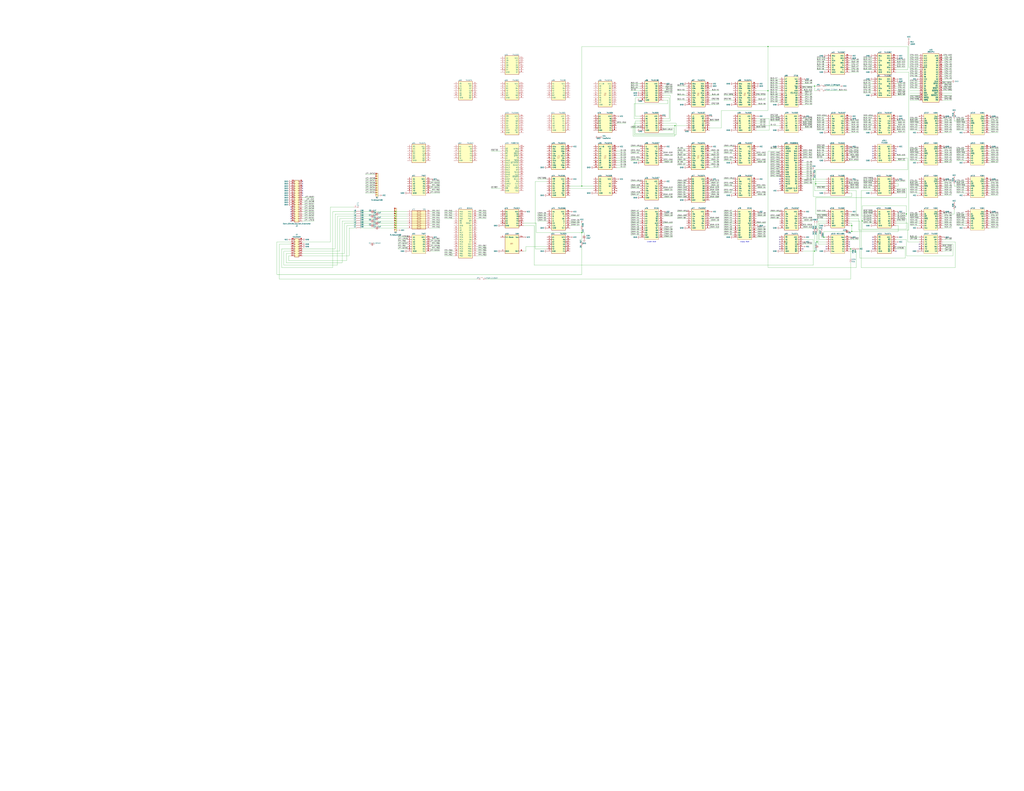
<source format=kicad_sch>
(kicad_sch (version 20231120) (generator "eeschema") (generator_version "8.0")
  (paper "E")
  (lib_symbols
    (symbol "74LS32_1" (pin_names (offset 1.016))
      (property "Reference" "U2" (at -8.89 11.43 0))
      (property "Value" "74LS32" (at 1.27 11.43 0))
      (symbol "74LS32_1_1_0"
        (pin power_in line (at 12.7 7.62 180) (length 3.81) (name "VCC") (number "14"))
        (pin power_in line (at -12.7 -7.62 0) (length 3.81) (name "GND") (number "7"))
      )
      (symbol "74LS32_1_1_1"
        (pin input line (at -12.7 7.62 0) (length 3.81) (name "A1") (number "1"))
        (pin input line (at 12.7 -2.54 180) (length 3.81) (name "B3") (number "10"))
        (pin output line (at 12.7 0 180) (length 3.81) (name "Y4") (number "11"))
        (pin input line (at 12.7 2.54 180) (length 3.81) (name "A4") (number "12"))
        (pin input line (at 12.7 5.08 180) (length 3.81) (name "B4") (number "13"))
        (pin input line (at -12.7 5.08 0) (length 3.81) (name "B1") (number "2"))
        (pin output line (at -12.7 2.54 0) (length 3.81) (name "Y1") (number "3"))
        (pin input line (at -12.7 0 0) (length 3.81) (name "A2") (number "4"))
        (pin input line (at -12.7 -2.54 0) (length 3.81) (name "B2") (number "5"))
        (pin output line (at -12.7 -5.08 0) (length 3.81) (name "Y2") (number "6"))
        (pin output line (at 12.7 -7.62 180) (length 3.81) (name "Y3") (number "8"))
        (pin input line (at 12.7 -5.08 180) (length 3.81) (name "A3") (number "9"))
      )
    )
    (symbol "74LS32_4" (pin_names (offset 1.016))
      (property "Reference" "D11" (at -8.89 11.43 0))
      (property "Value" "74LS32" (at 1.27 11.43 0))
      (symbol "74LS32_4_1_0"
        (pin power_in line (at 12.7 7.62 180) (length 5.08) (name "VCC") (number "14"))
        (pin power_in line (at -12.7 -7.62 0) (length 5.08) (name "GND") (number "7"))
      )
      (symbol "74LS32_4_1_1"
        (pin input line (at -12.7 7.62 0) (length 5.08) (name "A1") (number "1"))
        (pin input line (at 12.7 -2.54 180) (length 5.08) (name "B3") (number "10"))
        (pin output line (at 12.7 0 180) (length 5.08) (name "Y4") (number "11"))
        (pin input line (at 12.7 2.54 180) (length 5.08) (name "A4") (number "12"))
        (pin input line (at 12.7 5.08 180) (length 5.08) (name "B4") (number "13"))
        (pin input line (at -12.7 5.08 0) (length 5.08) (name "B1") (number "2"))
        (pin output line (at -12.7 2.54 0) (length 5.08) (name "Y1") (number "3"))
        (pin input line (at -12.7 0 0) (length 5.08) (name "A2") (number "4"))
        (pin input line (at -12.7 -2.54 0) (length 5.08) (name "B2") (number "5"))
        (pin output line (at -12.7 -5.08 0) (length 5.08) (name "Y2") (number "6"))
        (pin output line (at 12.7 -7.62 180) (length 5.08) (name "Y3") (number "8"))
        (pin input line (at 12.7 -5.08 180) (length 5.08) (name "A3") (number "9"))
      )
    )
    (symbol "74xx:74LS00" (pin_names (offset 1.016))
      (property "Reference" "U3" (at -6.35 11.43 0))
      (property "Value" "74LS00" (at 3.81 11.43 0))
      (symbol "74LS00_1_0"
        (pin power_in line (at 12.7 7.62 180) (length 5.08) (name "VCC") (number "14"))
        (pin power_in line (at -12.7 -7.62 0) (length 5.08) (name "GND") (number "7"))
      )
      (symbol "74LS00_1_1"
        (pin input line (at -12.7 7.62 0) (length 5.08) (name "A1") (number "1"))
        (pin input line (at 12.7 -2.54 180) (length 5.08) (name "B3") (number "10"))
        (pin output inverted (at 12.7 0 180) (length 5.08) (name "Y4") (number "11"))
        (pin input line (at 12.7 2.54 180) (length 5.08) (name "A4") (number "12"))
        (pin input line (at 12.7 5.08 180) (length 5.08) (name "B4") (number "13"))
        (pin input line (at -12.7 5.08 0) (length 5.08) (name "B1") (number "2"))
        (pin output inverted (at -12.7 2.54 0) (length 5.08) (name "Y1") (number "3"))
        (pin input line (at -12.7 0 0) (length 5.08) (name "A2") (number "4"))
        (pin input line (at -12.7 -2.54 0) (length 5.08) (name "B2") (number "5"))
        (pin output inverted (at -12.7 -5.08 0) (length 5.08) (name "Y2") (number "6"))
        (pin output inverted (at 12.7 -7.62 180) (length 5.08) (name "Y3") (number "8"))
        (pin input line (at 12.7 -5.08 180) (length 5.08) (name "A3") (number "9"))
      )
    )
    (symbol "74xx:74LS02" (pin_names (offset 1.016))
      (property "Reference" "U3" (at -6.35 11.43 0))
      (property "Value" "74LS02" (at 3.81 11.43 0))
      (symbol "74LS02_1_0"
        (pin power_in line (at 12.7 7.62 180) (length 5.08) (name "VCC") (number "14"))
        (pin power_in line (at -12.7 -7.62 0) (length 5.08) (name "GND") (number "7"))
      )
      (symbol "74LS02_1_1"
        (pin output inverted (at -12.7 7.62 0) (length 5.08) (name "Y1") (number "1"))
        (pin output inverted (at 12.7 -2.54 180) (length 5.08) (name "Y3") (number "10"))
        (pin input line (at 12.7 0 180) (length 5.08) (name "A4") (number "11"))
        (pin input line (at 12.7 2.54 180) (length 5.08) (name "B4") (number "12"))
        (pin output inverted (at 12.7 5.08 180) (length 5.08) (name "Y4") (number "13"))
        (pin input line (at -12.7 5.08 0) (length 5.08) (name "A1") (number "2"))
        (pin input line (at -12.7 2.54 0) (length 5.08) (name "B1") (number "3"))
        (pin output inverted (at -12.7 0 0) (length 5.08) (name "Y2") (number "4"))
        (pin input line (at -12.7 -2.54 0) (length 5.08) (name "A2") (number "5"))
        (pin input line (at -12.7 -5.08 0) (length 5.08) (name "B2") (number "6"))
        (pin input line (at 12.7 -7.62 180) (length 5.08) (name "A3") (number "8"))
        (pin input line (at 12.7 -5.08 180) (length 5.08) (name "B3") (number "9"))
      )
    )
    (symbol "74xx:74LS04"
      (property "Reference" "U3" (at -6.35 11.43 0))
      (property "Value" "74LS04" (at 3.81 11.43 0))
      (symbol "74LS04_1_0"
        (pin input line (at -12.7 7.62 0) (length 5.08) (name "A1") (number "1"))
        (pin output inverted (at 12.7 -2.54 180) (length 5.08) (name "Y5") (number "10"))
        (pin input line (at 12.7 0 180) (length 5.08) (name "A5") (number "11"))
        (pin output inverted (at 12.7 2.54 180) (length 5.08) (name "Y6") (number "12"))
        (pin input line (at 12.7 5.08 180) (length 5.08) (name "A6") (number "13"))
        (pin power_in line (at 12.7 7.62 180) (length 5.08) (name "VCC") (number "14"))
        (pin output inverted (at -12.7 5.08 0) (length 5.08) (name "Y1") (number "2"))
        (pin input line (at -12.7 2.54 0) (length 5.08) (name "A2") (number "3"))
        (pin output inverted (at -12.7 0 0) (length 5.08) (name "Y2") (number "4"))
        (pin input line (at -12.7 -2.54 0) (length 5.08) (name "A3") (number "5"))
        (pin output inverted (at -12.7 -5.08 0) (length 5.08) (name "Y3") (number "6"))
        (pin power_in line (at -12.7 -7.62 0) (length 5.08) (name "GND") (number "7"))
        (pin output inverted (at 12.7 -7.62 180) (length 5.08) (name "Y4") (number "8"))
        (pin input line (at 12.7 -5.08 180) (length 5.08) (name "A4") (number "9"))
      )
    )
    (symbol "74xx:74LS07" (pin_names (offset 1.016))
      (property "Reference" "U4" (at -7.62 11.43 0))
      (property "Value" "74LS07" (at 7.62 11.43 0))
      (symbol "74LS07_1_0"
        (pin input line (at -12.7 7.62 0) (length 5.08) (name "A1") (number "1"))
        (pin open_collector line (at 12.7 -2.54 180) (length 5.08) (name "Y5") (number "10"))
        (pin input line (at 12.7 0 180) (length 5.08) (name "A5") (number "11"))
        (pin open_collector line (at 12.7 2.54 180) (length 5.08) (name "Y6") (number "12"))
        (pin input line (at 12.7 5.08 180) (length 5.08) (name "A6") (number "13"))
        (pin power_in line (at 12.7 7.62 180) (length 5.08) (name "VCC") (number "14"))
        (pin open_collector line (at -12.7 5.08 0) (length 5.08) (name "Y1") (number "2"))
        (pin input line (at -12.7 2.54 0) (length 5.08) (name "A2") (number "3"))
        (pin open_collector line (at -12.7 0 0) (length 5.08) (name "Y2") (number "4"))
        (pin input line (at -12.7 -2.54 0) (length 5.08) (name "A3") (number "5"))
        (pin open_collector line (at -12.7 -5.08 0) (length 5.08) (name "Y3") (number "6"))
        (pin power_in line (at -12.7 -7.62 0) (length 5.08) (name "GND") (number "7"))
        (pin open_collector line (at 12.7 -7.62 180) (length 5.08) (name "Y4") (number "8"))
        (pin input line (at 12.7 -5.08 180) (length 5.08) (name "A4") (number "9"))
      )
    )
    (symbol "74xx:74LS10" (pin_names (offset 1.016))
      (property "Reference" "U3" (at -6.35 11.43 0))
      (property "Value" "74LS10" (at 3.81 11.43 0))
      (symbol "74LS10_1_0"
        (pin power_in line (at 12.7 7.62 180) (length 5.08) (name "VCC") (number "14"))
        (pin power_in line (at -12.7 -7.62 0) (length 5.08) (name "GND") (number "7"))
      )
      (symbol "74LS10_1_1"
        (pin input line (at -12.7 7.62 0) (length 5.08) (name "1A") (number "1"))
        (pin input line (at 12.7 -2.54 180) (length 5.08) (name "3B") (number "10"))
        (pin input line (at 12.7 0 180) (length 5.08) (name "3C") (number "11"))
        (pin output inverted (at 12.7 2.54 180) (length 5.08) (name "1Y") (number "12"))
        (pin input line (at 12.7 5.08 180) (length 5.08) (name "1C") (number "13"))
        (pin input line (at -12.7 5.08 0) (length 5.08) (name "1B") (number "2"))
        (pin input line (at -12.7 2.54 0) (length 5.08) (name "2A") (number "3"))
        (pin input line (at -12.7 0 0) (length 5.08) (name "2B") (number "4"))
        (pin input line (at -12.7 -2.54 0) (length 5.08) (name "2C") (number "5"))
        (pin output inverted (at -12.7 -5.08 0) (length 5.08) (name "2Y") (number "6"))
        (pin output inverted (at 12.7 -7.62 180) (length 5.08) (name "3Y") (number "8"))
        (pin input line (at 12.7 -5.08 180) (length 5.08) (name "3A") (number "9"))
      )
    )
    (symbol "74xx:74LS107" (pin_names (offset 1.016))
      (property "Reference" "U3" (at -7.62 12.7 0))
      (property "Value" "74LS107" (at 7.62 12.7 0))
      (symbol "74LS107_1_0"
        (pin input line (at -12.7 8.89 0) (length 5.08) (name "J1") (number "1"))
        (pin input line (at 12.7 -1.27 180) (length 5.08) (name "~{R2}") (number "10"))
        (pin input line (at 12.7 1.27 180) (length 5.08) (name "K2") (number "11"))
        (pin input clock (at 12.7 3.81 180) (length 5.08) (name "C1") (number "12"))
        (pin input line (at 12.7 6.35 180) (length 5.08) (name "~{R1}") (number "13"))
        (pin power_in line (at 12.7 8.89 180) (length 5.08) (name "VCC") (number "14"))
        (pin output line (at -12.7 6.35 0) (length 5.08) (name "~{Q1}") (number "2"))
        (pin output line (at -12.7 3.81 0) (length 5.08) (name "Q1") (number "3"))
        (pin input line (at -12.7 1.27 0) (length 5.08) (name "K1") (number "4"))
        (pin output line (at -12.7 -1.27 0) (length 5.08) (name "Q2") (number "5"))
        (pin output line (at -12.7 -3.81 0) (length 5.08) (name "~{Q2}") (number "6"))
        (pin power_in line (at -12.7 -6.35 0) (length 5.08) (name "GND") (number "7"))
        (pin input line (at 12.7 -6.35 180) (length 5.08) (name "J2") (number "8"))
        (pin input clock (at 12.7 -3.81 180) (length 5.08) (name "C2") (number "9"))
      )
    )
    (symbol "74xx:74LS138" (pin_names (offset 1.016))
      (property "Reference" "U3" (at -7.62 12.7 0))
      (property "Value" "74LS138" (at 7.62 12.7 0))
      (symbol "74LS138_1_0"
        (pin input line (at -12.7 8.89 0) (length 5.08) (name "A0") (number "1"))
        (pin output inverted (at 12.7 -6.35 180) (length 5.08) (name "O5") (number "10"))
        (pin output inverted (at 12.7 -3.81 180) (length 5.08) (name "O4") (number "11"))
        (pin output inverted (at 12.7 -1.27 180) (length 5.08) (name "O3") (number "12"))
        (pin output inverted (at 12.7 1.27 180) (length 5.08) (name "O2") (number "13"))
        (pin output inverted (at 12.7 3.81 180) (length 5.08) (name "O1") (number "14"))
        (pin output inverted (at 12.7 6.35 180) (length 5.08) (name "O0") (number "15"))
        (pin power_in line (at 12.7 8.89 180) (length 5.08) (name "VCC") (number "16"))
        (pin input line (at -12.7 6.35 0) (length 5.08) (name "A1") (number "2"))
        (pin input line (at -12.7 3.81 0) (length 5.08) (name "A2") (number "3"))
        (pin input inverted (at -12.7 1.27 0) (length 5.08) (name "E1") (number "4"))
        (pin input inverted (at -12.7 -1.27 0) (length 5.08) (name "E2") (number "5"))
        (pin input line (at -12.7 -3.81 0) (length 5.08) (name "E3") (number "6"))
        (pin output inverted (at -12.7 -6.35 0) (length 5.08) (name "O7") (number "7"))
        (pin power_in line (at -12.7 -8.89 0) (length 5.08) (name "GND") (number "8"))
        (pin output inverted (at 12.7 -8.89 180) (length 5.08) (name "O6") (number "9"))
      )
    )
    (symbol "74xx:74LS157" (pin_names (offset 1.016))
      (property "Reference" "U2" (at -7.62 12.7 0))
      (property "Value" "74LS157" (at 0 12.7 0))
      (symbol "74LS157_1_0"
        (pin input line (at -12.7 8.89 0) (length 5.08) (name "S") (number "1"))
        (pin input line (at 12.7 -6.35 180) (length 5.08) (name "I1c") (number "10"))
        (pin input line (at 12.7 -3.81 180) (length 5.08) (name "I0c") (number "11"))
        (pin output line (at 12.7 -1.27 180) (length 5.08) (name "Zd") (number "12"))
        (pin input line (at 12.7 3.81 180) (length 5.08) (name "I1d") (number "13"))
        (pin input line (at 12.7 1.27 180) (length 5.08) (name "I0d") (number "14"))
        (pin input inverted (at 12.7 6.35 180) (length 5.08) (name "E") (number "15"))
        (pin power_in line (at 12.7 8.89 180) (length 5.08) (name "VCC") (number "16"))
        (pin input line (at -12.7 6.35 0) (length 5.08) (name "I0a") (number "2"))
        (pin input line (at -12.7 3.81 0) (length 5.08) (name "I1a") (number "3"))
        (pin output line (at -12.7 1.27 0) (length 5.08) (name "Za") (number "4"))
        (pin input line (at -12.7 -1.27 0) (length 5.08) (name "I0b") (number "5"))
        (pin input line (at -12.7 -3.81 0) (length 5.08) (name "I1b") (number "6"))
        (pin output line (at -12.7 -6.35 0) (length 5.08) (name "Zb") (number "7"))
        (pin power_in line (at -12.7 -8.89 0) (length 5.08) (name "GND") (number "8"))
        (pin output line (at 12.7 -8.89 180) (length 5.08) (name "Zc") (number "9"))
      )
    )
    (symbol "74xx:74LS161" (pin_names (offset 1.016))
      (property "Reference" "U3" (at -7.62 12.7 0))
      (property "Value" "74LS161" (at 7.62 12.7 0))
      (symbol "74LS161_1_0"
        (pin input line (at -12.7 8.89 0) (length 5.08) (name "~{MR}") (number "1"))
        (pin input line (at 12.7 -6.35 180) (length 5.08) (name "CET") (number "10"))
        (pin output line (at 12.7 -3.81 180) (length 5.08) (name "Q3") (number "11"))
        (pin output line (at 12.7 -1.27 180) (length 5.08) (name "Q2") (number "12"))
        (pin output line (at 12.7 1.27 180) (length 5.08) (name "Q1") (number "13"))
        (pin output line (at 12.7 3.81 180) (length 5.08) (name "Q0") (number "14"))
        (pin output line (at 12.7 6.35 180) (length 5.08) (name "TC") (number "15"))
        (pin power_in line (at 12.7 8.89 180) (length 5.08) (name "VCC") (number "16"))
        (pin input line (at -12.7 6.35 0) (length 5.08) (name "CP") (number "2"))
        (pin input line (at -12.7 3.81 0) (length 5.08) (name "D0") (number "3"))
        (pin input line (at -12.7 1.27 0) (length 5.08) (name "D1") (number "4"))
        (pin input line (at -12.7 -1.27 0) (length 5.08) (name "D2") (number "5"))
        (pin input line (at -12.7 -3.81 0) (length 5.08) (name "D3") (number "6"))
        (pin input line (at -12.7 -6.35 0) (length 5.08) (name "CEP") (number "7"))
        (pin power_in line (at -12.7 -8.89 0) (length 5.08) (name "GND") (number "8"))
        (pin input line (at 12.7 -8.89 180) (length 5.08) (name "~{PE}") (number "9"))
      )
    )
    (symbol "74xx:74LS166" (pin_names (offset 1.016))
      (property "Reference" "U1" (at -7.62 12.7 0))
      (property "Value" "74LS166" (at 7.62 12.7 0))
      (symbol "74LS166_1_0"
        (pin input line (at -12.7 8.89 0) (length 5.08) (name "Ds") (number "1"))
        (pin input line (at 12.7 -6.35 180) (length 5.08) (name "E") (number "10"))
        (pin input line (at 12.7 -3.81 180) (length 5.08) (name "F") (number "11"))
        (pin input line (at 12.7 -1.27 180) (length 5.08) (name "G") (number "12"))
        (pin output line (at 12.7 1.27 180) (length 5.08) (name "Qh") (number "13"))
        (pin input line (at 12.7 3.81 180) (length 5.08) (name "H") (number "14"))
        (pin input inverted (at 12.7 6.35 180) (length 5.08) (name "PE") (number "15"))
        (pin power_in line (at 12.7 8.89 180) (length 5.08) (name "VCC") (number "16"))
        (pin input line (at -12.7 6.35 0) (length 5.08) (name "A") (number "2"))
        (pin input line (at -12.7 3.81 0) (length 5.08) (name "B") (number "3"))
        (pin input line (at -12.7 1.27 0) (length 5.08) (name "C") (number "4"))
        (pin input line (at -12.7 -1.27 0) (length 5.08) (name "D") (number "5"))
        (pin input inverted (at -12.7 -3.81 0) (length 5.08) (name "CE") (number "6"))
        (pin input line (at -12.7 -6.35 0) (length 5.08) (name "Clk") (number "7"))
        (pin power_in line (at -12.7 -8.89 0) (length 5.08) (name "GND") (number "8"))
        (pin input inverted (at 12.7 -8.89 180) (length 5.08) (name "Clr") (number "9"))
      )
    )
    (symbol "74xx:74LS244" (pin_names (offset 1.016))
      (property "Reference" "U3" (at -7.62 15.24 0))
      (property "Value" "74LS244" (at 7.62 15.24 0))
      (symbol "74LS244_1_0"
        (pin input inverted (at -12.7 11.43 0) (length 5.08) (name "OEa") (number "1"))
        (pin power_in line (at -12.7 -11.43 0) (length 5.08) (name "GND") (number "10"))
        (pin input line (at 12.7 -11.43 180) (length 5.08) (name "I0b") (number "11"))
        (pin tri_state line (at 12.7 -8.89 180) (length 5.08) (name "O3a") (number "12"))
        (pin input line (at 12.7 -6.35 180) (length 5.08) (name "I1b") (number "13"))
        (pin tri_state line (at 12.7 -3.81 180) (length 5.08) (name "O2a") (number "14"))
        (pin input line (at 12.7 -1.27 180) (length 5.08) (name "I2b") (number "15"))
        (pin tri_state line (at 12.7 1.27 180) (length 5.08) (name "O1a") (number "16"))
        (pin input line (at 12.7 3.81 180) (length 5.08) (name "I3b") (number "17"))
        (pin tri_state line (at 12.7 6.35 180) (length 5.08) (name "O0a") (number "18"))
        (pin input inverted (at 12.7 8.89 180) (length 5.08) (name "OEb") (number "19"))
        (pin input line (at -12.7 8.89 0) (length 5.08) (name "I0a") (number "2"))
        (pin power_in line (at 12.7 11.43 180) (length 5.08) (name "VCC") (number "20"))
        (pin tri_state line (at -12.7 6.35 0) (length 5.08) (name "O3b") (number "3"))
        (pin input line (at -12.7 3.81 0) (length 5.08) (name "I1a") (number "4"))
        (pin tri_state line (at -12.7 1.27 0) (length 5.08) (name "O2b") (number "5"))
        (pin input line (at -12.7 -1.27 0) (length 5.08) (name "I2a") (number "6"))
        (pin tri_state line (at -12.7 -3.81 0) (length 5.08) (name "O1b") (number "7"))
        (pin input line (at -12.7 -6.35 0) (length 5.08) (name "I3a") (number "8"))
        (pin tri_state line (at -12.7 -8.89 0) (length 5.08) (name "O0b") (number "9"))
      )
    )
    (symbol "74xx:74LS245" (pin_names (offset 1.016))
      (property "Reference" "U3" (at -7.62 15.24 0))
      (property "Value" "74LS245" (at 7.62 15.24 0))
      (symbol "74LS245_1_0"
        (pin input line (at -12.7 11.43 0) (length 5.08) (name "A->B") (number "1"))
        (pin power_in line (at -12.7 -11.43 0) (length 5.08) (name "GND") (number "10"))
        (pin tri_state line (at 12.7 -11.43 180) (length 5.08) (name "B7") (number "11"))
        (pin tri_state line (at 12.7 -8.89 180) (length 5.08) (name "B6") (number "12"))
        (pin tri_state line (at 12.7 -6.35 180) (length 5.08) (name "B5") (number "13"))
        (pin tri_state line (at 12.7 -3.81 180) (length 5.08) (name "B4") (number "14"))
        (pin tri_state line (at 12.7 -1.27 180) (length 5.08) (name "B3") (number "15"))
        (pin tri_state line (at 12.7 1.27 180) (length 5.08) (name "B2") (number "16"))
        (pin tri_state line (at 12.7 3.81 180) (length 5.08) (name "B1") (number "17"))
        (pin tri_state line (at 12.7 6.35 180) (length 5.08) (name "B0") (number "18"))
        (pin input inverted (at 12.7 8.89 180) (length 5.08) (name "CE") (number "19"))
        (pin tri_state line (at -12.7 8.89 0) (length 5.08) (name "A0") (number "2"))
        (pin power_in line (at 12.7 11.43 180) (length 5.08) (name "VCC") (number "20"))
        (pin tri_state line (at -12.7 6.35 0) (length 5.08) (name "A1") (number "3"))
        (pin tri_state line (at -12.7 3.81 0) (length 5.08) (name "A2") (number "4"))
        (pin tri_state line (at -12.7 1.27 0) (length 5.08) (name "A3") (number "5"))
        (pin tri_state line (at -12.7 -1.27 0) (length 5.08) (name "A4") (number "6"))
        (pin tri_state line (at -12.7 -3.81 0) (length 5.08) (name "A5") (number "7"))
        (pin tri_state line (at -12.7 -6.35 0) (length 5.08) (name "A6") (number "8"))
        (pin tri_state line (at -12.7 -8.89 0) (length 5.08) (name "A7") (number "9"))
      )
    )
    (symbol "74xx:74LS30" (pin_names (offset 1.016))
      (property "Reference" "U3" (at -7.62 11.43 0))
      (property "Value" "74LS30" (at 7.62 11.43 0))
      (symbol "74LS30_1_0"
        (pin no_connect line (at 12.7 -2.54 180) (length 5.08) (name "~") (number "10"))
        (pin no_connect line (at 12.7 5.08 180) (length 5.08) (name "~") (number "13"))
        (pin power_in line (at 12.7 7.62 180) (length 5.08) (name "VCC") (number "14"))
        (pin power_in line (at -12.7 -7.62 0) (length 5.08) (name "GND") (number "7"))
        (pin no_connect line (at 12.7 -5.08 180) (length 5.08) (name "~") (number "9"))
      )
      (symbol "74LS30_1_1"
        (pin input line (at -12.7 7.62 0) (length 5.08) (name "A1") (number "1"))
        (pin input line (at 12.7 0 180) (length 5.08) (name "G1") (number "11"))
        (pin input line (at 12.7 2.54 180) (length 5.08) (name "H1") (number "12"))
        (pin input line (at -12.7 5.08 0) (length 5.08) (name "B1") (number "2"))
        (pin input line (at -12.7 2.54 0) (length 5.08) (name "C1") (number "3"))
        (pin input line (at -12.7 0 0) (length 5.08) (name "D1") (number "4"))
        (pin input line (at -12.7 -2.54 0) (length 5.08) (name "E1") (number "5"))
        (pin input line (at -12.7 -5.08 0) (length 5.08) (name "F1") (number "6"))
        (pin output inverted (at 12.7 -7.62 180) (length 5.08) (name "Y1") (number "8"))
      )
    )
    (symbol "74xx:74LS367" (pin_names (offset 1.016))
      (property "Reference" "U1" (at 6.35 12.7 0))
      (property "Value" "74LS367" (at -7.62 12.7 0))
      (symbol "74LS367_1_0"
        (pin input inverted (at -12.7 8.89 0) (length 5.08) (name "OEa") (number "1"))
        (pin input line (at 12.7 -6.35 180) (length 5.08) (name "I4") (number "10"))
        (pin tri_state line (at 12.7 -3.81 180) (length 5.08) (name "O5b") (number "11"))
        (pin input line (at 12.7 -1.27 180) (length 5.08) (name "I5") (number "12"))
        (pin tri_state line (at 12.7 1.27 180) (length 5.08) (name "O6b") (number "13"))
        (pin input line (at 12.7 3.81 180) (length 5.08) (name "I6") (number "14"))
        (pin input inverted (at 12.7 6.35 180) (length 5.08) (name "OEb") (number "15"))
        (pin power_in line (at 12.7 8.89 180) (length 5.08) (name "VCC") (number "16"))
        (pin input line (at -12.7 6.35 0) (length 5.08) (name "I1") (number "2"))
        (pin tri_state line (at -12.7 3.81 0) (length 5.08) (name "O1a") (number "3"))
        (pin input line (at -12.7 1.27 0) (length 5.08) (name "I2") (number "4"))
        (pin tri_state line (at -12.7 -1.27 0) (length 5.08) (name "O2a") (number "5"))
        (pin input line (at -12.7 -3.81 0) (length 5.08) (name "I3") (number "6"))
        (pin tri_state line (at -12.7 -6.35 0) (length 5.08) (name "O3a") (number "7"))
        (pin power_in line (at -12.7 -8.89 0) (length 5.08) (name "GND") (number "8"))
        (pin tri_state line (at 12.7 -8.89 180) (length 5.08) (name "O4a") (number "9"))
      )
    )
    (symbol "74xx:74LS374"
      (property "Reference" "U3" (at -7.62 15.24 0))
      (property "Value" "74LS374" (at 7.62 15.24 0))
      (symbol "74LS374_1_0"
        (pin input inverted (at -12.7 11.43 0) (length 5.08) (name "OE") (number "1"))
        (pin power_in line (at -12.7 -11.43 0) (length 5.08) (name "GND") (number "10"))
        (pin input clock (at 12.7 -11.43 180) (length 5.08) (name "Cp") (number "11"))
        (pin tri_state line (at 12.7 -8.89 180) (length 5.08) (name "O4") (number "12"))
        (pin input line (at 12.7 -6.35 180) (length 5.08) (name "D4") (number "13"))
        (pin input line (at 12.7 -3.81 180) (length 5.08) (name "D5") (number "14"))
        (pin tri_state line (at 12.7 -1.27 180) (length 5.08) (name "O5") (number "15"))
        (pin tri_state line (at 12.7 1.27 180) (length 5.08) (name "O6") (number "16"))
        (pin input line (at 12.7 3.81 180) (length 5.08) (name "D6") (number "17"))
        (pin input line (at 12.7 6.35 180) (length 5.08) (name "D7") (number "18"))
        (pin tri_state line (at 12.7 8.89 180) (length 5.08) (name "O7") (number "19"))
        (pin tri_state line (at -12.7 8.89 0) (length 5.08) (name "O0") (number "2"))
        (pin power_in line (at 12.7 11.43 180) (length 5.08) (name "VCC") (number "20"))
        (pin input line (at -12.7 6.35 0) (length 5.08) (name "D0") (number "3"))
        (pin input line (at -12.7 3.81 0) (length 5.08) (name "D1") (number "4"))
        (pin tri_state line (at -12.7 1.27 0) (length 5.08) (name "O1") (number "5"))
        (pin tri_state line (at -12.7 -1.27 0) (length 5.08) (name "O2") (number "6"))
        (pin input line (at -12.7 -3.81 0) (length 5.08) (name "D2") (number "7"))
        (pin input line (at -12.7 -6.35 0) (length 5.08) (name "D3") (number "8"))
        (pin tri_state line (at -12.7 -8.89 0) (length 5.08) (name "O3") (number "9"))
      )
    )
    (symbol "74xx:74LS74" (pin_names (offset 1.016))
      (property "Reference" "U3" (at -7.62 11.43 0))
      (property "Value" "74LS74" (at 0 11.43 0))
      (symbol "74LS74_1_0"
        (pin input line (at -12.7 7.62 0) (length 5.08) (name "~{R1}") (number "1"))
        (pin input line (at 12.7 -2.54 180) (length 5.08) (name "~{S2}") (number "10"))
        (pin input clock (at 12.7 0 180) (length 5.08) (name "C2") (number "11"))
        (pin input line (at 12.7 2.54 180) (length 5.08) (name "D2") (number "12"))
        (pin input line (at 12.7 5.08 180) (length 5.08) (name "~{R2}") (number "13"))
        (pin power_in line (at 12.7 7.62 180) (length 5.08) (name "VCC") (number "14"))
        (pin input line (at -12.7 5.08 0) (length 5.08) (name "D1") (number "2"))
        (pin input clock (at -12.7 2.54 0) (length 5.08) (name "C1") (number "3"))
        (pin input line (at -12.7 0 0) (length 5.08) (name "~{S1}") (number "4"))
        (pin output line (at -12.7 -2.54 0) (length 5.08) (name "Q1") (number "5"))
        (pin output line (at -12.7 -5.08 0) (length 5.08) (name "~{Q1}") (number "6"))
        (pin power_in line (at -12.7 -7.62 0) (length 5.08) (name "GND") (number "7"))
        (pin output line (at 12.7 -7.62 180) (length 5.08) (name "~{Q2}") (number "8"))
        (pin output line (at 12.7 -5.08 180) (length 5.08) (name "Q2") (number "9"))
      )
    )
    (symbol "74xx_IEEE:74128"
      (property "Reference" "U3" (at -7.62 11.43 0))
      (property "Value" "74128" (at 7.62 11.43 0))
      (symbol "74128_1_0"
        (pin power_in line (at 12.7 7.62 180) (length 5.08) (name "VCC") (number "14"))
        (pin power_in line (at -12.7 -7.62 0) (length 5.08) (name "GND") (number "7"))
      )
      (symbol "74128_1_1"
        (pin output inverted (at -12.7 7.62 0) (length 5.08) (name "Y1") (number "1"))
        (pin output inverted (at 12.7 -2.54 180) (length 5.08) (name "Y3") (number "10"))
        (pin input line (at 12.7 0 180) (length 5.08) (name "A4") (number "11"))
        (pin input line (at 12.7 2.54 180) (length 5.08) (name "B4") (number "12"))
        (pin output inverted (at 12.7 5.08 180) (length 5.08) (name "Y4") (number "13"))
        (pin input line (at -12.7 5.08 0) (length 5.08) (name "A1") (number "2"))
        (pin input line (at -12.7 2.54 0) (length 5.08) (name "B1") (number "3"))
        (pin output inverted (at -12.7 0 0) (length 5.08) (name "Y2") (number "4"))
        (pin input line (at -12.7 -2.54 0) (length 5.08) (name "A2") (number "5"))
        (pin input line (at -12.7 -5.08 0) (length 5.08) (name "B2") (number "6"))
        (pin input line (at 12.7 -7.62 180) (length 5.08) (name "A3") (number "8"))
        (pin input line (at 12.7 -5.08 180) (length 5.08) (name "B3") (number "9"))
      )
    )
    (symbol "CPU:Z80CPU" (pin_names (offset 1.016))
      (property "Reference" "U1" (at 6.35 27.94 0))
      (property "Value" "Z80CPU" (at -7.62 27.94 0))
      (symbol "Z80CPU_1_1"
        (pin output line (at -12.7 24.13 0) (length 3.81) (name "A11") (number "1"))
        (pin bidirectional line (at -12.7 1.27 0) (length 3.81) (name "D6") (number "10"))
        (pin power_in line (at -12.7 -1.27 0) (length 3.81) (name "VCC") (number "11"))
        (pin bidirectional line (at -12.7 -3.81 0) (length 3.81) (name "D2") (number "12"))
        (pin bidirectional line (at -12.7 -6.35 0) (length 3.81) (name "D7") (number "13"))
        (pin bidirectional line (at -12.7 -8.89 0) (length 3.81) (name "D0") (number "14"))
        (pin bidirectional line (at -12.7 -11.43 0) (length 3.81) (name "D1") (number "15"))
        (pin input line (at -12.7 -13.97 0) (length 3.81) (name "~{INT}") (number "16"))
        (pin input line (at -12.7 -16.51 0) (length 3.81) (name "~{NMI}") (number "17"))
        (pin output line (at -12.7 -19.05 0) (length 3.81) (name "~{HALT}") (number "18"))
        (pin output line (at -12.7 -21.59 0) (length 3.81) (name "~{MREQ}") (number "19"))
        (pin output line (at -12.7 21.59 0) (length 3.81) (name "A12") (number "2"))
        (pin output line (at -12.7 -24.13 0) (length 3.81) (name "~{IORQ}") (number "20"))
        (pin output line (at 12.7 -24.13 180) (length 3.81) (name "~{RD}") (number "21"))
        (pin output line (at 12.7 -21.59 180) (length 3.81) (name "~{WR}") (number "22"))
        (pin output line (at 12.7 -19.05 180) (length 3.81) (name "~{BUSACK}") (number "23"))
        (pin input line (at 12.7 -16.51 180) (length 3.81) (name "~{WAIT}") (number "24"))
        (pin input line (at 12.7 -13.97 180) (length 3.81) (name "~{BUSRQ}") (number "25"))
        (pin input line (at 12.7 -11.43 180) (length 3.81) (name "~{RESET}") (number "26"))
        (pin output line (at 12.7 -8.89 180) (length 3.81) (name "~{M1}") (number "27"))
        (pin output line (at 12.7 -6.35 180) (length 3.81) (name "~{RFSH}") (number "28"))
        (pin power_in line (at 12.7 -3.81 180) (length 3.81) (name "GND") (number "29"))
        (pin output line (at -12.7 19.05 0) (length 3.81) (name "A13") (number "3"))
        (pin output line (at 12.7 -1.27 180) (length 3.81) (name "A0") (number "30"))
        (pin output line (at 12.7 1.27 180) (length 3.81) (name "A1") (number "31"))
        (pin output line (at 12.7 3.81 180) (length 3.81) (name "A2") (number "32"))
        (pin output line (at 12.7 6.35 180) (length 3.81) (name "A3") (number "33"))
        (pin output line (at 12.7 8.89 180) (length 3.81) (name "A4") (number "34"))
        (pin output line (at 12.7 11.43 180) (length 3.81) (name "A5") (number "35"))
        (pin output line (at 12.7 13.97 180) (length 3.81) (name "A6") (number "36"))
        (pin output line (at 12.7 16.51 180) (length 3.81) (name "A7") (number "37"))
        (pin output line (at 12.7 19.05 180) (length 3.81) (name "A8") (number "38"))
        (pin output line (at 12.7 21.59 180) (length 3.81) (name "A9") (number "39"))
        (pin output line (at -12.7 16.51 0) (length 3.81) (name "A14") (number "4"))
        (pin output line (at 12.7 24.13 180) (length 3.81) (name "A10") (number "40"))
        (pin output line (at -12.7 13.97 0) (length 3.81) (name "A15") (number "5"))
        (pin input clock (at -12.7 11.43 0) (length 3.81) (name "~{CLK}") (number "6"))
        (pin bidirectional line (at -12.7 8.89 0) (length 3.81) (name "D4") (number "7"))
        (pin bidirectional line (at -12.7 6.35 0) (length 3.81) (name "D3") (number "8"))
        (pin bidirectional line (at -12.7 3.81 0) (length 3.81) (name "D5") (number "9"))
      )
    )
    (symbol "Connector:Conn_01x01_Pin" (pin_names (offset 1.016) hide)
      (property "Reference" "J" (at 0 2.54 0))
      (property "Value" "Conn_01x01_Pin" (at 0 -2.54 0))
      (symbol "Conn_01x01_Pin_1_1"
        (pin passive line (at 5.08 0 180) (length 3.81) (name "Pin_1") (number "1"))
      )
    )
    (symbol "Connector:TestPoint" (pin_numbers hide) (pin_names (offset 0.762) hide)
      (property "Reference" "TP" (at 0 6.858 0))
      (property "Value" "TestPoint" (at 0 5.08 0))
      (symbol "TestPoint_1_1"
        (pin passive line (at 0 0 90) (length 2.54) (name "1") (number "1"))
      )
    )
    (symbol "Connector_Generic:Conn_02x08_Row_Letter_First" (pin_names (offset 1.016) hide)
      (property "Reference" "J" (at 1.27 10.16 0))
      (property "Value" "Conn_02x08_Row_Letter_First" (at 1.27 -12.7 0))
      (symbol "Conn_02x08_Row_Letter_First_1_1"
        (pin passive line (at -5.08 7.62 0) (length 3.81) (name "Pin_a1") (number "a1"))
        (pin passive line (at -5.08 5.08 0) (length 3.81) (name "Pin_a2") (number "a2"))
        (pin passive line (at -5.08 2.54 0) (length 3.81) (name "Pin_a3") (number "a3"))
        (pin passive line (at -5.08 0 0) (length 3.81) (name "Pin_a4") (number "a4"))
        (pin passive line (at -5.08 -2.54 0) (length 3.81) (name "Pin_a5") (number "a5"))
        (pin passive line (at -5.08 -5.08 0) (length 3.81) (name "Pin_a6") (number "a6"))
        (pin passive line (at -5.08 -7.62 0) (length 3.81) (name "Pin_a7") (number "a7"))
        (pin passive line (at -5.08 -10.16 0) (length 3.81) (name "Pin_a8") (number "a8"))
        (pin passive line (at 7.62 7.62 180) (length 3.81) (name "Pin_b1") (number "b1"))
        (pin passive line (at 7.62 5.08 180) (length 3.81) (name "Pin_b2") (number "b2"))
        (pin passive line (at 7.62 2.54 180) (length 3.81) (name "Pin_b3") (number "b3"))
        (pin passive line (at 7.62 0 180) (length 3.81) (name "Pin_b4") (number "b4"))
        (pin passive line (at 7.62 -2.54 180) (length 3.81) (name "Pin_b5") (number "b5"))
        (pin passive line (at 7.62 -5.08 180) (length 3.81) (name "Pin_b6") (number "b6"))
        (pin passive line (at 7.62 -7.62 180) (length 3.81) (name "Pin_b7") (number "b7"))
        (pin passive line (at 7.62 -10.16 180) (length 3.81) (name "Pin_b8") (number "b8"))
      )
    )
    (symbol "Connector_Generic:Conn_02x18_Counter_Clockwise" (pin_names (offset 1.016) hide)
      (property "Reference" "J" (at 1.27 22.86 0))
      (property "Value" "Conn_02x18_Counter_Clockwise" (at 1.27 -25.4 0))
      (symbol "Conn_02x18_Counter_Clockwise_1_1"
        (pin passive line (at -5.08 20.32 0) (length 3.81) (name "Pin_1") (number "1"))
        (pin passive line (at -5.08 -2.54 0) (length 3.81) (name "Pin_10") (number "10"))
        (pin passive line (at -5.08 -5.08 0) (length 3.81) (name "Pin_11") (number "11"))
        (pin passive line (at -5.08 -7.62 0) (length 3.81) (name "Pin_12") (number "12"))
        (pin passive line (at -5.08 -10.16 0) (length 3.81) (name "Pin_13") (number "13"))
        (pin passive line (at -5.08 -12.7 0) (length 3.81) (name "Pin_14") (number "14"))
        (pin passive line (at -5.08 -15.24 0) (length 3.81) (name "Pin_15") (number "15"))
        (pin passive line (at -5.08 -17.78 0) (length 3.81) (name "Pin_16") (number "16"))
        (pin passive line (at -5.08 -20.32 0) (length 3.81) (name "Pin_17") (number "17"))
        (pin passive line (at -5.08 -22.86 0) (length 3.81) (name "Pin_18") (number "18"))
        (pin passive line (at 7.62 -22.86 180) (length 3.81) (name "Pin_19") (number "19"))
        (pin passive line (at -5.08 17.78 0) (length 3.81) (name "Pin_2") (number "2"))
        (pin passive line (at 7.62 -20.32 180) (length 3.81) (name "Pin_20") (number "20"))
        (pin passive line (at 7.62 -17.78 180) (length 3.81) (name "Pin_21") (number "21"))
        (pin passive line (at 7.62 -15.24 180) (length 3.81) (name "Pin_22") (number "22"))
        (pin passive line (at 7.62 -12.7 180) (length 3.81) (name "Pin_23") (number "23"))
        (pin passive line (at 7.62 -10.16 180) (length 3.81) (name "Pin_24") (number "24"))
        (pin passive line (at 7.62 -7.62 180) (length 3.81) (name "Pin_25") (number "25"))
        (pin passive line (at 7.62 -5.08 180) (length 3.81) (name "Pin_26") (number "26"))
        (pin passive line (at 7.62 -2.54 180) (length 3.81) (name "Pin_27") (number "27"))
        (pin passive line (at 7.62 0 180) (length 3.81) (name "Pin_28") (number "28"))
        (pin passive line (at 7.62 2.54 180) (length 3.81) (name "Pin_29") (number "29"))
        (pin passive line (at -5.08 15.24 0) (length 3.81) (name "Pin_3") (number "3"))
        (pin passive line (at 7.62 5.08 180) (length 3.81) (name "Pin_30") (number "30"))
        (pin passive line (at 7.62 7.62 180) (length 3.81) (name "Pin_31") (number "31"))
        (pin passive line (at 7.62 10.16 180) (length 3.81) (name "Pin_32") (number "32"))
        (pin passive line (at 7.62 12.7 180) (length 3.81) (name "Pin_33") (number "33"))
        (pin passive line (at 7.62 15.24 180) (length 3.81) (name "Pin_34") (number "34"))
        (pin passive line (at 7.62 17.78 180) (length 3.81) (name "Pin_35") (number "35"))
        (pin passive line (at 7.62 20.32 180) (length 3.81) (name "Pin_36") (number "36"))
        (pin passive line (at -5.08 12.7 0) (length 3.81) (name "Pin_4") (number "4"))
        (pin passive line (at -5.08 10.16 0) (length 3.81) (name "Pin_5") (number "5"))
        (pin passive line (at -5.08 7.62 0) (length 3.81) (name "Pin_6") (number "6"))
        (pin passive line (at -5.08 5.08 0) (length 3.81) (name "Pin_7") (number "7"))
        (pin passive line (at -5.08 2.54 0) (length 3.81) (name "Pin_8") (number "8"))
        (pin passive line (at -5.08 0 0) (length 3.81) (name "Pin_9") (number "9"))
      )
    )
    (symbol "Device:C_Polarized_Small" (pin_numbers hide) (pin_names (offset 0.254) hide)
      (property "Reference" "C" (at 0.254 1.778 0))
      (property "Value" "C_Polarized_Small" (at 0.254 -2.032 0))
      (symbol "C_Polarized_Small_1_1"
        (pin passive line (at 0 2.54 270) (length 1.8542) (name "~") (number "1"))
        (pin passive line (at 0 -2.54 90) (length 1.8542) (name "~") (number "2"))
      )
    )
    (symbol "Device:C_Polarized_Small_US" (pin_numbers hide) (pin_names (offset 0.254) hide)
      (property "Reference" "C" (at 0.254 1.778 0))
      (property "Value" "C_Polarized_Small_US" (at 0.254 -2.032 0))
      (symbol "C_Polarized_Small_US_1_1"
        (pin passive line (at 0 2.54 270) (length 2.032) (name "~") (number "1"))
        (pin passive line (at 0 -2.54 90) (length 2.032) (name "~") (number "2"))
      )
    )
    (symbol "Device:C_Small" (pin_numbers hide) (pin_names (offset 0.254) hide)
      (property "Reference" "C" (at 0.254 1.778 0))
      (property "Value" "C_Small" (at 0.254 -2.032 0))
      (symbol "C_Small_1_1"
        (pin passive line (at 0 2.54 270) (length 2.032) (name "~") (number "1"))
        (pin passive line (at 0 -2.54 90) (length 2.032) (name "~") (number "2"))
      )
    )
    (symbol "Device:L_Small" (pin_numbers hide) (pin_names (offset 0.254) hide)
      (property "Reference" "L" (at 0.762 1.016 0))
      (property "Value" "L_Small" (at 0.762 -1.016 0))
      (symbol "L_Small_1_1"
        (pin passive line (at 0 2.54 270) (length 0.508) (name "~") (number "1"))
        (pin passive line (at 0 -2.54 90) (length 0.508) (name "~") (number "2"))
      )
    )
    (symbol "Device:R_Network09" (pin_names (offset 0) hide)
      (property "Reference" "RN1" (at 0 12.7 0))
      (property "Value" "R_Network09" (at 0 15.24 0))
      (symbol "R_Network09_1_1"
        (pin passive line (at 0 10.16 270) (length 1.27) (name "common") (number "1"))
        (pin passive line (at 0 -12.7 270) (length 1.27) (name "R9") (number "10"))
        (pin passive line (at 0 7.62 270) (length 1.27) (name "R1") (number "2"))
        (pin passive line (at 0 5.08 270) (length 1.27) (name "R2") (number "3"))
        (pin passive line (at 0 2.54 270) (length 1.27) (name "R3") (number "4"))
        (pin passive line (at 0 0 270) (length 1.27) (name "R4") (number "5"))
        (pin passive line (at 0 -2.54 270) (length 1.27) (name "R5") (number "6"))
        (pin passive line (at 0 -5.08 270) (length 1.27) (name "R6") (number "7"))
        (pin passive line (at 0 -7.62 270) (length 1.27) (name "R7") (number "8"))
        (pin passive line (at 0 -10.16 270) (length 1.27) (name "R8") (number "9"))
      )
    )
    (symbol "Device:R_Pack08" (pin_names (offset 0) hide)
      (property "Reference" "F1" (at -7.62 11.43 0))
      (property "Value" "10k" (at 7.62 11.43 0))
      (symbol "R_Pack08_1_1"
        (pin passive line (at -12.7 8.89 0) (length 5.08) (name "R1.1") (number "1"))
        (pin passive line (at 12.7 -6.35 180) (length 5.08) (name "R7.2") (number "10"))
        (pin passive line (at 12.7 -3.81 180) (length 5.08) (name "R6.2") (number "11"))
        (pin passive line (at 12.7 -1.27 180) (length 5.08) (name "R5.2") (number "12"))
        (pin passive line (at 12.7 1.27 180) (length 5.08) (name "R4.2") (number "13"))
        (pin passive line (at 12.7 3.81 180) (length 5.08) (name "R3.2") (number "14"))
        (pin passive line (at 12.7 6.35 180) (length 5.08) (name "R2.2") (number "15"))
        (pin passive line (at 12.7 8.89 180) (length 5.08) (name "R1.2") (number "16"))
        (pin passive line (at -12.7 6.35 0) (length 5.08) (name "R2.1") (number "2"))
        (pin passive line (at -12.7 3.81 0) (length 5.08) (name "R3.1") (number "3"))
        (pin passive line (at -12.7 1.27 0) (length 5.08) (name "R4.1") (number "4"))
        (pin passive line (at -12.7 -1.27 0) (length 5.08) (name "R5.1") (number "5"))
        (pin passive line (at -12.7 -3.81 0) (length 5.08) (name "R6.1") (number "6"))
        (pin passive line (at -12.7 -6.35 0) (length 5.08) (name "R7.1") (number "7"))
        (pin passive line (at -12.7 -8.89 0) (length 5.08) (name "R8.1") (number "8"))
        (pin passive line (at 12.7 -8.89 180) (length 5.08) (name "R8.2") (number "9"))
      )
    )
    (symbol "Device:R_Small_US" (pin_numbers hide) (pin_names (offset 0.254) hide)
      (property "Reference" "R" (at 0.762 0.508 0))
      (property "Value" "R_Small_US" (at 0.762 -1.016 0))
      (symbol "R_Small_US_1_1"
        (pin passive line (at 0 2.54 270) (length 1.016) (name "~") (number "1"))
        (pin passive line (at 0 -2.54 90) (length 1.016) (name "~") (number "2"))
      )
    )
    (symbol "GPU:MC68B45" (pin_names (offset 1.016))
      (property "Reference" "U3" (at -7.62 27.94 0))
      (property "Value" "MC68B45" (at 7.62 27.94 0))
      (symbol "MC68B45_1_1"
        (pin power_in line (at -12.7 24.13 0) (length 5.08) (name "GND") (number "1"))
        (pin output line (at -12.7 1.27 0) (length 5.08) (name "MA6") (number "10"))
        (pin output line (at -12.7 -1.27 0) (length 5.08) (name "MA7") (number "11"))
        (pin output line (at -12.7 -3.81 0) (length 5.08) (name "MA8") (number "12"))
        (pin output line (at -12.7 -6.35 0) (length 5.08) (name "MA9") (number "13"))
        (pin output line (at -12.7 -8.89 0) (length 5.08) (name "MA10") (number "14"))
        (pin output line (at -12.7 -11.43 0) (length 5.08) (name "MA11") (number "15"))
        (pin output line (at -12.7 -13.97 0) (length 5.08) (name "MA12") (number "16"))
        (pin output line (at -12.7 -16.51 0) (length 5.08) (name "MA13") (number "17"))
        (pin output line (at -12.7 -19.05 0) (length 5.08) (name "DE") (number "18"))
        (pin output line (at -12.7 -21.59 0) (length 5.08) (name "CURSOR") (number "19"))
        (pin input line (at -12.7 21.59 0) (length 5.08) (name "~{RESET}") (number "2"))
        (pin power_in line (at -12.7 -24.13 0) (length 5.08) (name "VCC") (number "20"))
        (pin input line (at 12.7 -24.13 180) (length 5.08) (name "CLK") (number "21"))
        (pin input line (at 12.7 -21.59 180) (length 5.08) (name "R/~{W}") (number "22"))
        (pin input line (at 12.7 -19.05 180) (length 5.08) (name "E") (number "23"))
        (pin input line (at 12.7 -16.51 180) (length 5.08) (name "RS") (number "24"))
        (pin input line (at 12.7 -13.97 180) (length 5.08) (name "~{CS}") (number "25"))
        (pin bidirectional line (at 12.7 -11.43 180) (length 5.08) (name "D7") (number "26"))
        (pin bidirectional line (at 12.7 -8.89 180) (length 5.08) (name "D6") (number "27"))
        (pin bidirectional line (at 12.7 -6.35 180) (length 5.08) (name "D5") (number "28"))
        (pin bidirectional line (at 12.7 -3.81 180) (length 5.08) (name "D4") (number "29"))
        (pin input line (at -12.7 19.05 0) (length 5.08) (name "LPSTB") (number "3"))
        (pin bidirectional line (at 12.7 -1.27 180) (length 5.08) (name "D3") (number "30"))
        (pin bidirectional line (at 12.7 1.27 180) (length 5.08) (name "D2") (number "31"))
        (pin bidirectional line (at 12.7 3.81 180) (length 5.08) (name "D1") (number "32"))
        (pin bidirectional line (at 12.7 6.35 180) (length 5.08) (name "D0") (number "33"))
        (pin output line (at 12.7 8.89 180) (length 5.08) (name "RA4") (number "34"))
        (pin output line (at 12.7 11.43 180) (length 5.08) (name "RA3") (number "35"))
        (pin output line (at 12.7 13.97 180) (length 5.08) (name "RA2") (number "36"))
        (pin output line (at 12.7 16.51 180) (length 5.08) (name "RA1") (number "37"))
        (pin output line (at 12.7 19.05 180) (length 5.08) (name "RA0") (number "38"))
        (pin output line (at 12.7 21.59 180) (length 5.08) (name "HS") (number "39"))
        (pin output line (at -12.7 16.51 0) (length 5.08) (name "MA0") (number "4"))
        (pin output line (at 12.7 24.13 180) (length 5.08) (name "VS") (number "40"))
        (pin output line (at -12.7 13.97 0) (length 5.08) (name "MA1") (number "5"))
        (pin output line (at -12.7 11.43 0) (length 5.08) (name "MA2") (number "6"))
        (pin output line (at -12.7 8.89 0) (length 5.08) (name "MA3") (number "7"))
        (pin output line (at -12.7 6.35 0) (length 5.08) (name "MA4") (number "8"))
        (pin output line (at -12.7 3.81 0) (length 5.08) (name "MA5") (number "9"))
      )
    )
    (symbol "Interface:8255A" (pin_names (offset 1.016))
      (property "Reference" "U3" (at -7.62 27.94 0))
      (property "Value" "8255A" (at 7.62 27.94 0))
      (symbol "8255A_1_1"
        (pin bidirectional line (at -12.7 24.13 0) (length 5.08) (name "PA3") (number "1"))
        (pin bidirectional line (at -12.7 1.27 0) (length 5.08) (name "PC7") (number "10"))
        (pin bidirectional line (at -12.7 -1.27 0) (length 5.08) (name "PC6") (number "11"))
        (pin bidirectional line (at -12.7 -3.81 0) (length 5.08) (name "PC5") (number "12"))
        (pin bidirectional line (at -12.7 -6.35 0) (length 5.08) (name "PC4") (number "13"))
        (pin bidirectional line (at -12.7 -8.89 0) (length 5.08) (name "PC0") (number "14"))
        (pin bidirectional line (at -12.7 -11.43 0) (length 5.08) (name "PC1") (number "15"))
        (pin bidirectional line (at -12.7 -13.97 0) (length 5.08) (name "PC2") (number "16"))
        (pin bidirectional line (at -12.7 -16.51 0) (length 5.08) (name "PC3") (number "17"))
        (pin bidirectional line (at -12.7 -19.05 0) (length 5.08) (name "PB0") (number "18"))
        (pin bidirectional line (at -12.7 -21.59 0) (length 5.08) (name "PB1") (number "19"))
        (pin bidirectional line (at -12.7 21.59 0) (length 5.08) (name "PA2") (number "2"))
        (pin bidirectional line (at -12.7 -24.13 0) (length 5.08) (name "PB2") (number "20"))
        (pin bidirectional line (at 12.7 -24.13 180) (length 5.08) (name "PB3") (number "21"))
        (pin bidirectional line (at 12.7 -21.59 180) (length 5.08) (name "PB4") (number "22"))
        (pin bidirectional line (at 12.7 -19.05 180) (length 5.08) (name "PB5") (number "23"))
        (pin bidirectional line (at 12.7 -16.51 180) (length 5.08) (name "PB6") (number "24"))
        (pin bidirectional line (at 12.7 -13.97 180) (length 5.08) (name "PB7") (number "25"))
        (pin power_in line (at 12.7 -11.43 180) (length 5.08) (name "VCC") (number "26"))
        (pin bidirectional line (at 12.7 -8.89 180) (length 5.08) (name "D7") (number "27"))
        (pin bidirectional line (at 12.7 -6.35 180) (length 5.08) (name "D6") (number "28"))
        (pin bidirectional line (at 12.7 -3.81 180) (length 5.08) (name "D5") (number "29"))
        (pin bidirectional line (at -12.7 19.05 0) (length 5.08) (name "PA1") (number "3"))
        (pin bidirectional line (at 12.7 -1.27 180) (length 5.08) (name "D4") (number "30"))
        (pin bidirectional line (at 12.7 1.27 180) (length 5.08) (name "D3") (number "31"))
        (pin bidirectional line (at 12.7 3.81 180) (length 5.08) (name "D2") (number "32"))
        (pin bidirectional line (at 12.7 6.35 180) (length 5.08) (name "D1") (number "33"))
        (pin bidirectional line (at 12.7 8.89 180) (length 5.08) (name "D0") (number "34"))
        (pin input line (at 12.7 11.43 180) (length 5.08) (name "RESET") (number "35"))
        (pin input line (at 12.7 13.97 180) (length 5.08) (name "~{WR}") (number "36"))
        (pin bidirectional line (at 12.7 16.51 180) (length 5.08) (name "PA7") (number "37"))
        (pin bidirectional line (at 12.7 19.05 180) (length 5.08) (name "PA6") (number "38"))
        (pin bidirectional line (at 12.7 21.59 180) (length 5.08) (name "PA5") (number "39"))
        (pin bidirectional line (at -12.7 16.51 0) (length 5.08) (name "PA0") (number "4"))
        (pin bidirectional line (at 12.7 24.13 180) (length 5.08) (name "PA4") (number "40"))
        (pin input line (at -12.7 13.97 0) (length 5.08) (name "~{RD}") (number "5"))
        (pin input line (at -12.7 11.43 0) (length 5.08) (name "~{CS}") (number "6"))
        (pin power_in line (at -12.7 8.89 0) (length 5.08) (name "GND") (number "7"))
        (pin input line (at -12.7 6.35 0) (length 5.08) (name "A1") (number "8"))
        (pin input line (at -12.7 3.81 0) (length 5.08) (name "A0") (number "9"))
      )
    )
    (symbol "Jumper:Jumper_2_Bridged" (pin_numbers hide) (pin_names (offset 0) hide) (exclude_from_sim yes)
      (property "Reference" "JP" (at 0 1.905 0))
      (property "Value" "Jumper_2_Bridged" (at 0 -2.54 0))
      (symbol "Jumper_2_Bridged_1_1"
        (pin passive line (at -5.08 0 0) (length 2.54) (name "A") (number "1"))
        (pin passive line (at 5.08 0 180) (length 2.54) (name "B") (number "2"))
      )
    )
    (symbol "Jumper:Jumper_2_Open" (pin_numbers hide) (pin_names (offset 0) hide) (exclude_from_sim yes)
      (property "Reference" "JP" (at 0 2.794 0))
      (property "Value" "Jumper_2_Open" (at 0 -2.286 0))
      (symbol "Jumper_2_Open_1_1"
        (pin passive line (at -5.08 0 0) (length 2.54) (name "A") (number "1"))
        (pin passive line (at 5.08 0 180) (length 2.54) (name "B") (number "2"))
      )
    )
    (symbol "MBC-1000_Mainboard:2116"
      (property "Reference" "U" (at -6.35 17.78 0))
      (property "Value" "2116" (at 8.89 17.78 0))
      (symbol "2116_0_0"
        (pin input line (at -11.43 13.97 0) (length 5.08) (name "A7") (number "1"))
        (pin output line (at -11.43 -8.89 0) (length 5.08) (name "Q1") (number "10"))
        (pin output line (at -11.43 -11.43 0) (length 5.08) (name "Q2") (number "11"))
        (pin power_in line (at -11.43 -13.97 0) (length 5.08) (name "GND") (number "12"))
        (pin output line (at 13.97 -13.97 180) (length 5.08) (name "Q3") (number "13"))
        (pin output line (at 13.97 -11.43 180) (length 5.08) (name "Q4") (number "14"))
        (pin output line (at 13.97 -8.89 180) (length 5.08) (name "Q5") (number "15"))
        (pin output line (at 13.97 -6.35 180) (length 5.08) (name "Q6") (number "16"))
        (pin output line (at 13.97 -3.81 180) (length 5.08) (name "Q7") (number "17"))
        (pin input line (at 13.97 1.27 180) (length 5.08) (name "A10") (number "19"))
        (pin input line (at -11.43 11.43 0) (length 5.08) (name "A6") (number "2"))
        (pin input line (at 13.97 3.81 180) (length 5.08) (name "~{OE}") (number "20"))
        (pin input line (at 13.97 8.89 180) (length 5.08) (name "A9") (number "22"))
        (pin input line (at 13.97 11.43 180) (length 5.08) (name "A8") (number "23"))
        (pin power_in line (at 13.97 13.97 180) (length 5.08) (name "Vcc") (number "24"))
        (pin input line (at -11.43 8.89 0) (length 5.08) (name "A5") (number "3"))
        (pin input line (at -11.43 6.35 0) (length 5.08) (name "A4") (number "4"))
        (pin input line (at -11.43 3.81 0) (length 5.08) (name "A3") (number "5"))
        (pin input line (at -11.43 1.27 0) (length 5.08) (name "A2") (number "6"))
        (pin input line (at -11.43 -1.27 0) (length 5.08) (name "A1") (number "7"))
        (pin input line (at -11.43 -3.81 0) (length 5.08) (name "A0") (number "8"))
        (pin output line (at -11.43 -6.35 0) (length 5.08) (name "Q0") (number "9"))
      )
      (symbol "2116_1_0"
        (pin input line (at 13.97 -1.27 180) (length 5.08) (name "~{CE}") (number "18"))
        (pin input line (at 13.97 6.35 180) (length 5.08) (name "~{WE}") (number "21"))
      )
    )
    (symbol "MBC-1000_Mainboard:2716"
      (property "Reference" "U" (at -6.35 17.78 0))
      (property "Value" "2716" (at 8.89 17.78 0))
      (symbol "2716_0_0"
        (pin input line (at -11.43 13.97 0) (length 5.08) (name "A7") (number "1"))
        (pin output line (at -11.43 -8.89 0) (length 5.08) (name "Q1") (number "10"))
        (pin output line (at -11.43 -11.43 0) (length 5.08) (name "Q2") (number "11"))
        (pin power_in line (at -11.43 -13.97 0) (length 5.08) (name "GND") (number "12"))
        (pin output line (at 13.97 -13.97 180) (length 5.08) (name "Q3") (number "13"))
        (pin output line (at 13.97 -11.43 180) (length 5.08) (name "Q4") (number "14"))
        (pin output line (at 13.97 -8.89 180) (length 5.08) (name "Q5") (number "15"))
        (pin output line (at 13.97 -6.35 180) (length 5.08) (name "Q6") (number "16"))
        (pin output line (at 13.97 -3.81 180) (length 5.08) (name "Q7") (number "17"))
        (pin input line (at 13.97 -1.27 180) (length 5.08) (name "~{CE}/PGM") (number "18"))
        (pin input line (at 13.97 1.27 180) (length 5.08) (name "A10") (number "19"))
        (pin input line (at -11.43 11.43 0) (length 5.08) (name "A6") (number "2"))
        (pin input line (at 13.97 3.81 180) (length 5.08) (name "~{OE}") (number "20"))
        (pin power_in line (at 13.97 6.35 180) (length 5.08) (name "Vpp") (number "21"))
        (pin input line (at 13.97 8.89 180) (length 5.08) (name "A9") (number "22"))
        (pin input line (at 13.97 11.43 180) (length 5.08) (name "A8") (number "23"))
        (pin power_in line (at 13.97 13.97 180) (length 5.08) (name "Vcc") (number "24"))
        (pin input line (at -11.43 8.89 0) (length 5.08) (name "A5") (number "3"))
        (pin input line (at -11.43 6.35 0) (length 5.08) (name "A4") (number "4"))
        (pin input line (at -11.43 3.81 0) (length 5.08) (name "A3") (number "5"))
        (pin input line (at -11.43 1.27 0) (length 5.08) (name "A2") (number "6"))
        (pin input line (at -11.43 -1.27 0) (length 5.08) (name "A1") (number "7"))
        (pin input line (at -11.43 -3.81 0) (length 5.08) (name "A0") (number "8"))
        (pin output line (at -11.43 -6.35 0) (length 5.08) (name "Q0") (number "9"))
      )
    )
    (symbol "MBC-1000_Mainboard:4164"
      (property "Reference" "U" (at -7.62 12.7 0))
      (property "Value" "4164" (at 7.62 12.7 0))
      (symbol "4164_0_0"
        (pin no_connect line (at -12.7 8.89 0) (length 5.08) (name "~") (number "1"))
        (pin input line (at 12.7 -6.35 180) (length 5.08) (name "A5") (number "10"))
        (pin input line (at 12.7 -3.81 180) (length 5.08) (name "A4") (number "11"))
        (pin input line (at 12.7 -1.27 180) (length 5.08) (name "A3") (number "12"))
        (pin input line (at 12.7 1.27 180) (length 5.08) (name "A6") (number "13"))
        (pin output line (at 12.7 3.81 180) (length 5.08) (name "DO") (number "14"))
        (pin input line (at 12.7 6.35 180) (length 5.08) (name "~{CAS}") (number "15"))
        (pin power_in line (at 12.7 8.89 180) (length 5.08) (name "Vss") (number "16"))
        (pin input line (at -12.7 6.35 0) (length 5.08) (name "DI") (number "2"))
        (pin input line (at -12.7 3.81 0) (length 5.08) (name "~{WE}") (number "3"))
        (pin input line (at -12.7 1.27 0) (length 5.08) (name "~{RAS}") (number "4"))
        (pin input line (at -12.7 -1.27 0) (length 5.08) (name "A0") (number "5"))
        (pin input line (at -12.7 -3.81 0) (length 5.08) (name "A2") (number "6"))
        (pin input line (at -12.7 -6.35 0) (length 5.08) (name "A1") (number "7"))
        (pin power_in line (at -12.7 -8.89 0) (length 5.08) (name "Vcc") (number "8"))
        (pin input line (at 12.7 -8.89 180) (length 5.08) (name "A7") (number "9"))
      )
    )
    (symbol "MBC-1000_Mainboard:MB8876A"
      (property "Reference" "U" (at -7.62 27.94 0))
      (property "Value" "MB8876A" (at 7.62 27.94 0))
      (symbol "MB8876A_0_0"
        (pin tri_state line (at -12.7 1.27 0) (length 5.08) (name "DAL3") (number "10"))
        (pin tri_state line (at -12.7 -1.27 0) (length 5.08) (name "DAL4") (number "11"))
        (pin tri_state line (at -12.7 -3.81 0) (length 5.08) (name "DAL5") (number "12"))
        (pin tri_state line (at -12.7 -6.35 0) (length 5.08) (name "DAL6") (number "13"))
        (pin tri_state line (at -12.7 -8.89 0) (length 5.08) (name "DAL7") (number "14"))
        (pin output line (at -12.7 -11.43 0) (length 5.08) (name "STEP") (number "15"))
        (pin output line (at -12.7 -13.97 0) (length 5.08) (name "DIRC") (number "16"))
        (pin output line (at -12.7 -16.51 0) (length 5.08) (name "EARLY") (number "17"))
        (pin output line (at -12.7 -19.05 0) (length 5.08) (name "LATE") (number "18"))
        (pin input line (at -12.7 -21.59 0) (length 5.08) (name "~{MR}") (number "19"))
        (pin input line (at -12.7 21.59 0) (length 5.08) (name "~{WE}") (number "2"))
        (pin power_in line (at -12.7 -24.13 0) (length 5.08) (name "GND") (number "20"))
        (pin power_in line (at 12.7 -24.13 180) (length 5.08) (name "Vcc") (number "21"))
        (pin input line (at 12.7 -21.59 180) (length 5.08) (name "~{TEST}") (number "22"))
        (pin input line (at 12.7 -19.05 180) (length 5.08) (name "HLT") (number "23"))
        (pin input line (at 12.7 -16.51 180) (length 5.08) (name "CLK") (number "24"))
        (pin output line (at 12.7 -13.97 180) (length 5.08) (name "RG") (number "25"))
        (pin input line (at 12.7 -11.43 180) (length 5.08) (name "RCLK") (number "26"))
        (pin input line (at 12.7 -8.89 180) (length 5.08) (name "~{RAWRD}") (number "27"))
        (pin output line (at 12.7 -6.35 180) (length 5.08) (name "HLD") (number "28"))
        (pin output line (at 12.7 -3.81 180) (length 5.08) (name "TG43") (number "29"))
        (pin input line (at -12.7 19.05 0) (length 5.08) (name "~{CS}") (number "3"))
        (pin output line (at 12.7 -1.27 180) (length 5.08) (name "WG") (number "30"))
        (pin output line (at 12.7 1.27 180) (length 5.08) (name "WD") (number "31"))
        (pin input line (at 12.7 3.81 180) (length 5.08) (name "READY") (number "32"))
        (pin bidirectional line (at 12.7 6.35 180) (length 5.08) (name "~{WF/VFOE}") (number "33"))
        (pin input line (at 12.7 8.89 180) (length 5.08) (name "~{TRO0}") (number "34"))
        (pin input line (at 12.7 11.43 180) (length 5.08) (name "~{IP}") (number "35"))
        (pin input line (at 12.7 13.97 180) (length 5.08) (name "~{WPRT}") (number "36"))
        (pin input line (at 12.7 16.51 180) (length 5.08) (name "~{DDEN}") (number "37"))
        (pin output line (at 12.7 19.05 180) (length 5.08) (name "DRQ") (number "38"))
        (pin output line (at 12.7 21.59 180) (length 5.08) (name "INTRQ") (number "39"))
        (pin input line (at -12.7 16.51 0) (length 5.08) (name "~{RE}") (number "4"))
        (pin input line (at -12.7 13.97 0) (length 5.08) (name "A0") (number "5"))
        (pin input line (at -12.7 11.43 0) (length 5.08) (name "A1") (number "6"))
        (pin tri_state line (at -12.7 8.89 0) (length 5.08) (name "DAL0") (number "7"))
        (pin tri_state line (at -12.7 6.35 0) (length 5.08) (name "DAL1") (number "8"))
        (pin tri_state line (at -12.7 3.81 0) (length 5.08) (name "DAL2") (number "9"))
      )
      (symbol "MB8876A_1_0"
        (pin no_connect line (at -12.7 24.13 0) (length 5.08) (name "~") (number "1"))
        (pin no_connect line (at 12.7 24.13 180) (length 5.08) (name "~") (number "40"))
      )
    )
    (symbol "MBC-1000_Mainboard:MC14585"
      (property "Reference" "U" (at -7.62 11.43 0))
      (property "Value" "MC14584" (at 7.62 11.43 0))
      (symbol "MC14585_0_0"
        (pin input line (at -12.7 7.62 0) (length 5.08) (name "A1") (number "1"))
        (pin output line (at 12.7 -2.54 180) (length 5.08) (name "Y5") (number "10"))
        (pin input line (at 12.7 0 180) (length 5.08) (name "A5") (number "11"))
        (pin output line (at 12.7 2.54 180) (length 5.08) (name "Y6") (number "12"))
        (pin input line (at 12.7 5.08 180) (length 5.08) (name "A6") (number "13"))
        (pin power_in line (at 12.7 7.62 180) (length 5.08) (name "Vdd") (number "14"))
        (pin output line (at -12.7 5.08 0) (length 5.08) (name "Y1") (number "2"))
        (pin input line (at -12.7 2.54 0) (length 5.08) (name "A2") (number "3"))
        (pin output line (at -12.7 0 0) (length 5.08) (name "Y2") (number "4"))
        (pin input line (at -12.7 -2.54 0) (length 5.08) (name "A3") (number "5"))
        (pin output line (at -12.7 -5.08 0) (length 5.08) (name "Y3") (number "6"))
        (pin power_in line (at -12.7 -7.62 0) (length 5.08) (name "Vss") (number "7"))
        (pin output line (at 12.7 -7.62 180) (length 5.08) (name "Y4") (number "8"))
        (pin input line (at 12.7 -5.08 180) (length 5.08) (name "A4") (number "9"))
      )
    )
    (symbol "Oscillator:ACO-xxxMHz-A" (pin_names (offset 0.254))
      (property "Reference" "X1" (at -7.62 11.43 0))
      (property "Value" "ACO-xxxMHz-A" (at 7.62 11.43 0))
      (symbol "ACO-xxxMHz-A_1_1"
        (pin input line (at -12.7 7.62 0) (length 5.08) (name "Tri-State") (number "1"))
        (pin power_in line (at 12.7 7.62 180) (length 5.08) (name "Vcc") (number "14"))
        (pin power_in line (at -12.7 -7.62 0) (length 5.08) (name "GND") (number "7"))
        (pin output line (at 12.7 -7.62 180) (length 5.08) (name "OUT") (number "8"))
      )
    )
    (symbol "power:GND" (power) (pin_numbers hide) (pin_names (offset 0) hide)
      (property "Value" "GND" (at 0 -3.81 0))
      (symbol "GND_1_1"
        (pin power_in line (at 0 0 270) (length 0) (name "~") (number "1"))
      )
    )
    (symbol "power:VCC" (power) (pin_numbers hide) (pin_names (offset 0) hide)
      (property "Value" "VCC" (at 0 3.556 0))
      (symbol "VCC_1_1"
        (pin power_in line (at 0 0 90) (length 0) (name "~") (number "1"))
      )
    )
  )
  (junction (at 890.27 200.66))
  (junction (at 929.64 252.73))
  (junction (at 899.16 259.08))
  (junction (at 838.2 50.8))
  (junction (at 989.33 233.68))
  (junction (at 431.8 248.92))
  (junction (at 431.8 243.84))
  (junction (at 431.8 241.3))
  (junction (at 635 254))
  (junction (at 431.8 236.22))
  (junction (at 431.8 246.38))
  (junction (at 431.8 233.68))
  (junction (at 929.64 246.38))
  (junction (at 736.6 137.16))
  (junction (at 941.07 241.3))
  (junction (at 635 203.2))
  (junction (at 889 274.32))
  (junction (at 431.8 231.14))
  (junction (at 889 93.98))
  (junction (at 928.37 271.78))
  (junction (at 431.8 238.76))
  (junction (at 887.73 195.58))
  (junction (at 891.54 264.16))
  (junction (at 838.2 99.06))
  (no_connect (at 952.5 259.08))
  (no_connect (at 927.1 269.24))
  (no_connect (at 901.7 271.78))
  (no_connect (at 317.5 241.3))
  (no_connect (at 952.5 167.64))
  (no_connect (at 850.9 261.62))
  (no_connect (at 977.9 165.1))
  (no_connect (at 1003.3 266.7))
  (no_connect (at 952.5 266.7))
  (no_connect (at 330.2 210.82))
  (no_connect (at 850.9 264.16))
  (no_connect (at 952.5 264.16))
  (no_connect (at 952.5 172.72))
  (no_connect (at 977.9 167.64))
  (no_connect (at 977.9 266.7))
  (no_connect (at 876.3 175.26))
  (no_connect (at 1003.3 269.24))
  (no_connect (at 977.9 162.56))
  (no_connect (at 850.9 269.24))
  (no_connect (at 952.5 271.78))
  (no_connect (at 952.5 269.24))
  (no_connect (at 850.9 266.7))
  (no_connect (at 330.2 208.28))
  (no_connect (at 850.9 195.58))
  (no_connect (at 317.5 231.14))
  (no_connect (at 952.5 170.18))
  (no_connect (at 330.2 213.36))
  (no_connect (at 952.5 165.1))
  (no_connect (at 901.7 269.24))
  (no_connect (at 927.1 266.7))
  (no_connect (at 1003.3 271.78))
  (no_connect (at 317.5 236.22))
  (no_connect (at 330.2 198.12))
  (no_connect (at 850.9 200.66))
  (no_connect (at 850.9 271.78))
  (no_connect (at 977.9 274.32))
  (no_connect (at 330.2 203.2))
  (no_connect (at 927.1 264.16))
  (no_connect (at 317.5 228.6))
  (no_connect (at 850.9 259.08))
  (no_connect (at 330.2 200.66))
  (no_connect (at 876.3 271.78))
  (no_connect (at 952.5 162.56))
  (no_connect (at 317.5 233.68))
  (no_connect (at 952.5 261.62))
  (no_connect (at 850.9 198.12))
  (no_connect (at 317.5 238.76))
  (no_connect (at 330.2 205.74))
  (no_connect (at 952.5 160.02))
  (no_connect (at 317.5 226.06))
  (wire (pts (xy 977.9 91.44) (xy 988.06 91.44)))
  (wire (pts (xy 480.06 243.84) (xy 469.9 243.84)))
  (wire (pts (xy 673.1 134.62) (xy 683.26 134.62)))
  (wire (pts (xy 825.5 254) (xy 835.66 254)))
  (wire (pts (xy 1089.66 132.08) (xy 1079.5 132.08)))
  (wire (pts (xy 850.9 127) (xy 840.74 127)))
  (wire (pts (xy 989.33 250.19) (xy 941.07 250.19)))
  (wire (pts (xy 1038.86 200.66) (xy 1028.7 200.66)))
  (wire (pts (xy 723.9 248.92) (xy 734.06 248.92)))
  (wire (pts (xy 688.34 251.46) (xy 698.5 251.46)))
  (wire (pts (xy 635 251.46) (xy 635 254)))
  (wire (pts (xy 789.94 243.84) (xy 800.1 243.84)))
  (wire (pts (xy 739.14 200.66) (xy 749.3 200.66)))
  (wire (pts (xy 942.34 142.24) (xy 952.5 142.24)))
  (wire (pts (xy 840.74 86.36) (xy 850.9 86.36)))
  (wire (pts (xy 485.14 231.14) (xy 495.3 231.14)))
  (wire (pts (xy 835.66 109.22) (xy 825.5 109.22)))
  (wire (pts (xy 937.26 139.7) (xy 927.1 139.7)))
  (wire (pts (xy 381 248.92) (xy 388.62 248.92)))
  (wire (pts (xy 1041.4 129.54) (xy 1041.4 132.08)))
  (wire (pts (xy 398.78 195.58) (xy 411.48 195.58)))
  (wire (pts (xy 993.14 198.12) (xy 1003.3 198.12)))
  (wire (pts (xy 891.54 134.62) (xy 901.7 134.62)))
  (wire (pts (xy 302.26 264.16) (xy 302.26 299.72)))
  (wire (pts (xy 980.44 246.38) (xy 980.44 252.73)))
  (wire (pts (xy 723.9 175.26) (xy 734.06 175.26)))
  (wire (pts (xy 887.73 185.42) (xy 887.73 187.96)))
  (wire (pts (xy 927.1 246.38) (xy 929.64 246.38)))
  (wire (pts (xy 934.72 292.1) (xy 934.72 274.32)))
  (wire (pts (xy 927.1 162.56) (xy 937.26 162.56)))
  (wire (pts (xy 393.7 238.76) (xy 408.94 238.76)))
  (wire (pts (xy 398.78 198.12) (xy 411.48 198.12)))
  (wire (pts (xy 688.34 205.74) (xy 698.5 205.74)))
  (wire (pts (xy 990.6 50.8) (xy 990.6 76.2)))
  (wire (pts (xy 942.34 71.12) (xy 952.5 71.12)))
  (wire (pts (xy 825.5 134.62) (xy 835.66 134.62)))
  (wire (pts (xy 876.3 266.7) (xy 886.46 266.7)))
  (wire (pts (xy 825.5 137.16) (xy 850.9 137.16)))
  (wire (pts (xy 942.34 101.6) (xy 952.5 101.6)))
  (wire (pts (xy 942.34 96.52) (xy 952.5 96.52)))
  (wire (pts (xy 901.7 68.58) (xy 891.54 68.58)))
  (wire (pts (xy 749.3 238.76) (xy 739.14 238.76)))
  (wire (pts (xy 928.37 271.78) (xy 929.64 271.78)))
  (wire (pts (xy 840.74 99.06) (xy 850.9 99.06)))
  (wire (pts (xy 952.5 243.84) (xy 942.34 243.84)))
  (wire (pts (xy 1054.1 236.22) (xy 1043.94 236.22)))
  (wire (pts (xy 887.73 261.62) (xy 887.73 289.56)))
  (wire (pts (xy 363.22 231.14) (xy 363.22 292.1)))
  (wire (pts (xy 1028.7 137.16) (xy 1038.86 137.16)))
  (wire (pts (xy 980.44 200.66) (xy 977.9 200.66)))
  (wire (pts (xy 688.34 233.68) (xy 698.5 233.68)))
  (wire (pts (xy 586.74 236.22) (xy 596.9 236.22)))
  (wire (pts (xy 891.54 236.22) (xy 901.7 236.22)))
  (wire (pts (xy 838.2 50.8) (xy 990.6 50.8)))
  (wire (pts (xy 891.54 139.7) (xy 901.7 139.7)))
  (wire (pts (xy 393.7 246.38) (xy 403.86 246.38)))
  (wire (pts (xy 1079.5 243.84) (xy 1089.66 243.84)))
  (wire (pts (xy 789.94 231.14) (xy 800.1 231.14)))
  (wire (pts (xy 688.34 175.26) (xy 698.5 175.26)))
  (wire (pts (xy 688.34 238.76) (xy 698.5 238.76)))
  (wire (pts (xy 1079.5 170.18) (xy 1089.66 170.18)))
  (wire (pts (xy 989.33 224.79) (xy 989.33 233.68)))
  (wire (pts (xy 927.1 236.22) (xy 937.26 236.22)))
  (wire (pts (xy 398.78 200.66) (xy 411.48 200.66)))
  (wire (pts (xy 735.33 146.05) (xy 693.42 146.05)))
  (wire (pts (xy 993.14 76.2) (xy 1003.3 76.2)))
  (wire (pts (xy 941.07 238.76) (xy 941.07 241.3)))
  (wire (pts (xy 901.7 63.5) (xy 891.54 63.5)))
  (wire (pts (xy 901.7 162.56) (xy 891.54 162.56)))
  (wire (pts (xy 431.8 233.68) (xy 444.5 233.68)))
  (wire (pts (xy 1038.86 132.08) (xy 1028.7 132.08)))
  (wire (pts (xy 584.2 198.12) (xy 584.2 271.78)))
  (wire (pts (xy 840.74 167.64) (xy 850.9 167.64)))
  (wire (pts (xy 991.87 78.74) (xy 991.87 251.46)))
  (wire (pts (xy 1028.7 81.28) (xy 1038.86 81.28)))
  (wire (pts (xy 582.93 246.38) (xy 571.5 246.38)))
  (wire (pts (xy 414.02 248.92) (xy 431.8 248.92)))
  (wire (pts (xy 688.34 96.52) (xy 698.5 96.52)))
  (wire (pts (xy 839.47 142.24) (xy 825.5 142.24)))
  (wire (pts (xy 952.5 93.98) (xy 942.34 93.98)))
  (wire (pts (xy 1003.3 264.16) (xy 990.6 264.16)))
  (wire (pts (xy 838.2 292.1) (xy 934.72 292.1)))
  (wire (pts (xy 989.33 261.62) (xy 977.9 261.62)))
  (wire (pts (xy 586.74 241.3) (xy 596.9 241.3)))
  (wire (pts (xy 927.1 274.32) (xy 934.72 274.32)))
  (wire (pts (xy 393.7 243.84) (xy 408.94 243.84)))
  (wire (pts (xy 840.74 172.72) (xy 850.9 172.72)))
  (wire (pts (xy 927.1 170.18) (xy 937.26 170.18)))
  (wire (pts (xy 840.74 236.22) (xy 850.9 236.22)))
  (wire (pts (xy 688.34 93.98) (xy 698.5 93.98)))
  (wire (pts (xy 942.34 76.2) (xy 952.5 76.2)))
  (wire (pts (xy 480.06 246.38) (xy 469.9 246.38)))
  (wire (pts (xy 692.15 134.62) (xy 692.15 147.32)))
  (wire (pts (xy 977.9 269.24) (xy 988.06 269.24)))
  (wire (pts (xy 927.1 71.12) (xy 937.26 71.12)))
  (wire (pts (xy 1028.7 71.12) (xy 1038.86 71.12)))
  (wire (pts (xy 993.14 68.58) (xy 1003.3 68.58)))
  (wire (pts (xy 469.9 271.78) (xy 480.06 271.78)))
  (wire (pts (xy 1028.7 233.68) (xy 1041.4 233.68)))
  (wire (pts (xy 1038.86 269.24) (xy 1028.7 269.24)))
  (wire (pts (xy 891.54 142.24) (xy 901.7 142.24)))
  (wire (pts (xy 431.8 243.84) (xy 444.5 243.84)))
  (wire (pts (xy 1028.7 144.78) (xy 1038.86 144.78)))
  (wire (pts (xy 1043.94 162.56) (xy 1054.1 162.56)))
  (wire (pts (xy 927.1 144.78) (xy 937.26 144.78)))
  (wire (pts (xy 941.07 224.79) (xy 989.33 224.79)))
  (wire (pts (xy 408.94 231.14) (xy 431.8 231.14)))
  (wire (pts (xy 789.94 165.1) (xy 800.1 165.1)))
  (wire (pts (xy 876.3 165.1) (xy 886.46 165.1)))
  (wire (pts (xy 330.2 279.4) (xy 381 279.4)))
  (wire (pts (xy 737.87 134.62) (xy 723.9 134.62)))
  (wire (pts (xy 886.46 129.54) (xy 876.3 129.54)))
  (wire (pts (xy 840.74 170.18) (xy 850.9 170.18)))
  (wire (pts (xy 825.5 243.84) (xy 835.66 243.84)))
  (wire (pts (xy 927.1 203.2) (xy 937.26 203.2)))
  (wire (pts (xy 1043.94 205.74) (xy 1054.1 205.74)))
  (wire (pts (xy 434.34 261.62) (xy 444.5 261.62)))
  (wire (pts (xy 774.7 167.64) (xy 784.86 167.64)))
  (wire (pts (xy 891.54 132.08) (xy 901.7 132.08)))
  (wire (pts (xy 825.5 205.74) (xy 835.66 205.74)))
  (wire (pts (xy 929.64 210.82) (xy 929.64 214.63)))
  (wire (pts (xy 688.34 231.14) (xy 698.5 231.14)))
  (wire (pts (xy 927.1 167.64) (xy 937.26 167.64)))
  (wire (pts (xy 789.94 208.28) (xy 800.1 208.28)))
  (wire (pts (xy 363.22 292.1) (xy 307.34 292.1)))
  (wire (pts (xy 993.14 238.76) (xy 1003.3 238.76)))
  (wire (pts (xy 673.1 177.8) (xy 683.26 177.8)))
  (wire (pts (xy 1028.7 101.6) (xy 1038.86 101.6)))
  (wire (pts (xy 431.8 251.46) (xy 434.34 251.46)))
  (wire (pts (xy 585.47 254) (xy 635 254)))
  (wire (pts (xy 408.94 236.22) (xy 431.8 236.22)))
  (wire (pts (xy 787.4 139.7) (xy 787.4 120.65)))
  (wire (pts (xy 444.5 271.78) (xy 434.34 271.78)))
  (wire (pts (xy 723.9 215.9) (xy 734.06 215.9)))
  (wire (pts (xy 901.7 243.84) (xy 894.08 243.84)))
  (wire (pts (xy 690.88 137.16) (xy 698.5 137.16)))
  (wire (pts (xy 1038.86 134.62) (xy 1028.7 134.62)))
  (wire (pts (xy 312.42 276.86) (xy 312.42 287.02)))
  (wire (pts (xy 789.94 210.82) (xy 800.1 210.82)))
  (wire (pts (xy 891.54 167.64) (xy 901.7 167.64)))
  (wire (pts (xy 977.9 144.78) (xy 988.06 144.78)))
  (wire (pts (xy 977.9 246.38) (xy 980.44 246.38)))
  (wire (pts (xy 774.7 213.36) (xy 784.86 213.36)))
  (wire (pts (xy 309.88 289.56) (xy 309.88 274.32)))
  (wire (pts (xy 485.14 276.86) (xy 495.3 276.86)))
  (wire (pts (xy 927.1 252.73) (xy 929.64 252.73)))
  (wire (pts (xy 989.33 233.68) (xy 989.33 236.22)))
  (wire (pts (xy 1038.86 246.38) (xy 1028.7 246.38)))
  (wire (pts (xy 993.14 93.98) (xy 1003.3 93.98)))
  (wire (pts (xy 840.74 180.34) (xy 850.9 180.34)))
  (wire (pts (xy 693.42 127) (xy 698.5 127)))
  (wire (pts (xy 637.54 254) (xy 635 254)))
  (wire (pts (xy 688.34 210.82) (xy 698.5 210.82)))
  (wire (pts (xy 1054.1 210.82) (xy 1043.94 210.82)))
  (wire (pts (xy 993.14 208.28) (xy 1003.3 208.28)))
  (wire (pts (xy 330.2 241.3) (xy 342.9 241.3)))
  (wire (pts (xy 840.74 109.22) (xy 850.9 109.22)))
  (wire (pts (xy 1028.7 63.5) (xy 1038.86 63.5)))
  (wire (pts (xy 330.2 233.68) (xy 342.9 233.68)))
  (wire (pts (xy 622.3 205.74) (xy 647.7 205.74)))
  (wire (pts (xy 688.34 172.72) (xy 698.5 172.72)))
  (wire (pts (xy 789.94 236.22) (xy 800.1 236.22)))
  (wire (pts (xy 520.7 233.68) (xy 530.86 233.68)))
  (wire (pts (xy 485.14 233.68) (xy 495.3 233.68)))
  (wire (pts (xy 988.06 99.06) (xy 977.9 99.06)))
  (wire (pts (xy 825.5 139.7) (xy 835.66 139.7)))
  (wire (pts (xy 414.02 243.84) (xy 431.8 243.84)))
  (wire (pts (xy 1089.66 167.64) (xy 1079.5 167.64)))
  (wire (pts (xy 1028.7 198.12) (xy 1038.86 198.12)))
  (wire (pts (xy 469.9 238.76) (xy 480.06 238.76)))
  (wire (pts (xy 692.15 129.54) (xy 692.15 113.03)))
  (wire (pts (xy 887.73 193.04) (xy 887.73 195.58)))
  (wire (pts (xy 891.54 165.1) (xy 901.7 165.1)))
  (wire (pts (xy 1028.7 73.66) (xy 1038.86 73.66)))
  (wire (pts (xy 309.88 274.32) (xy 317.5 274.32)))
  (wire (pts (xy 891.54 274.32) (xy 891.54 271.78)))
  (wire (pts (xy 941.07 250.19) (xy 941.07 241.3)))
  (wire (pts (xy 990.6 172.72) (xy 977.9 172.72)))
  (wire (pts (xy 901.7 203.2) (xy 890.27 203.2)))
  (wire (pts (xy 1028.7 129.54) (xy 1038.86 129.54)))
  (wire (pts (xy 876.3 182.88) (xy 886.46 182.88)))
  (wire (pts (xy 1041.4 200.66) (xy 1041.4 203.2)))
  (wire (pts (xy 635 203.2) (xy 635 50.8)))
  (wire (pts (xy 840.74 177.8) (xy 850.9 177.8)))
  (wire (pts (xy 304.8 266.7) (xy 304.8 304.8)))
  (wire (pts (xy 840.74 175.26) (xy 850.9 175.26)))
  (wire (pts (xy 825.5 213.36) (xy 835.66 213.36)))
  (wire (pts (xy 894.08 243.84) (xy 894.08 261.62)))
  (wire (pts (xy 942.34 139.7) (xy 952.5 139.7)))
  (wire (pts (xy 894.08 261.62) (xy 901.7 261.62)))
  (wire (pts (xy 1028.7 86.36) (xy 1038.86 86.36)))
  (wire (pts (xy 993.14 81.28) (xy 1003.3 81.28)))
  (wire (pts (xy 901.7 160.02) (xy 891.54 160.02)))
  (wire (pts (xy 586.74 238.76) (xy 596.9 238.76)))
  (wire (pts (xy 723.9 254) (xy 734.06 254)))
  (wire (pts (xy 993.14 172.72) (xy 1003.3 172.72)))
  (wire (pts (xy 688.34 254) (xy 698.5 254)))
  (wire (pts (xy 1079.5 177.8) (xy 1089.66 177.8)))
  (wire (pts (xy 1054.1 246.38) (xy 1043.94 246.38)))
  (wire (pts (xy 952.5 236.22) (xy 941.07 236.22)))
  (wire (pts (xy 1079.5 208.28) (xy 1089.66 208.28)))
  (wire (pts (xy 1042.67 264.16) (xy 1028.7 264.16)))
  (wire (pts (xy 774.7 175.26) (xy 784.86 175.26)))
  (wire (pts (xy 927.1 200.66) (xy 937.26 200.66)))
  (wire (pts (xy 891.54 170.18) (xy 901.7 170.18)))
  (wire (pts (xy 901.7 200.66) (xy 890.27 200.66)))
  (wire (pts (xy 749.3 172.72) (xy 739.14 172.72)))
  (wire (pts (xy 739.14 236.22) (xy 749.3 236.22)))
  (wire (pts (xy 739.14 175.26) (xy 749.3 175.26)))
  (wire (pts (xy 723.9 101.6) (xy 734.06 101.6)))
  (wire (pts (xy 673.1 182.88) (xy 683.26 182.88)))
  (wire (pts (xy 774.7 210.82) (xy 784.86 210.82)))
  (wire (pts (xy 1028.7 248.92) (xy 1038.86 248.92)))
  (wire (pts (xy 891.54 66.04) (xy 901.7 66.04)))
  (wire (pts (xy 307.34 292.1) (xy 307.34 271.78)))
  (wire (pts (xy 889 274.32) (xy 891.54 274.32)))
  (wire (pts (xy 929.64 252.73) (xy 929.64 246.38)))
  (wire (pts (xy 1028.7 261.62) (xy 1038.86 261.62)))
  (wire (pts (xy 673.1 165.1) (xy 683.26 165.1)))
  (wire (pts (xy 1043.94 167.64) (xy 1054.1 167.64)))
  (wire (pts (xy 927.1 66.04) (xy 937.26 66.04)))
  (wire (pts (xy 840.74 162.56) (xy 850.9 162.56)))
  (wire (pts (xy 838.2 99.06) (xy 838.2 120.65)))
  (wire (pts (xy 1079.5 198.12) (xy 1089.66 198.12)))
  (wire (pts (xy 988.06 66.04) (xy 977.9 66.04)))
  (wire (pts (xy 688.34 203.2) (xy 698.5 203.2)))
  (wire (pts (xy 977.9 96.52) (xy 988.06 96.52)))
  (wire (pts (xy 876.3 185.42) (xy 886.46 185.42)))
  (wire (pts (xy 1079.5 137.16) (xy 1089.66 137.16)))
  (wire (pts (xy 840.74 88.9) (xy 850.9 88.9)))
  (wire (pts (xy 986.79 271.78) (xy 977.9 271.78)))
  (wire (pts (xy 431.8 236.22) (xy 444.5 236.22)))
  (wire (pts (xy 312.42 287.02) (xy 373.38 287.02)))
  (wire (pts (xy 480.06 203.2) (xy 469.9 203.2)))
  (wire (pts (xy 941.07 236.22) (xy 941.07 224.79)))
  (wire (pts (xy 596.9 198.12) (xy 584.2 198.12)))
  (wire (pts (xy 342.9 231.14) (xy 330.2 231.14)))
  (wire (pts (xy 586.74 233.68) (xy 596.9 233.68)))
  (wire (pts (xy 876.3 246.38) (xy 886.46 246.38)))
  (wire (pts (xy 988.06 68.58) (xy 977.9 68.58)))
  (wire (pts (xy 302.26 299.72) (xy 635 299.72)))
  (wire (pts (xy 1028.7 91.44) (xy 1038.86 91.44)))
  (wire (pts (xy 469.9 269.24) (xy 480.06 269.24)))
  (wire (pts (xy 434.34 264.16) (xy 444.5 264.16)))
  (wire (pts (xy 977.9 205.74) (xy 989.33 205.74)))
  (wire (pts (xy 1043.94 129.54) (xy 1054.1 129.54)))
  (wire (pts (xy 723.9 259.08) (xy 734.06 259.08)))
  (wire (pts (xy 739.14 210.82) (xy 749.3 210.82)))
  (wire (pts (xy 774.7 198.12) (xy 784.86 198.12)))
  (wire (pts (xy 480.06 248.92) (xy 469.9 248.92)))
  (wire (pts (xy 330.2 218.44) (xy 342.9 218.44)))
  (wire (pts (xy 988.06 170.18) (xy 977.9 170.18)))
  (wire (pts (xy 723.9 99.06) (xy 734.06 99.06)))
  (wire (pts (xy 1028.7 172.72) (xy 1038.86 172.72)))
  (wire (pts (xy 411.48 190.5) (xy 398.78 190.5)))
  (wire (pts (xy 1054.1 175.26) (xy 1043.94 175.26)))
  (wire (pts (xy 774.7 172.72) (xy 784.86 172.72)))
  (wire (pts (xy 789.94 248.92) (xy 800.1 248.92)))
  (wire (pts (xy 825.5 167.64) (xy 835.66 167.64)))
  (wire (pts (xy 485.14 238.76) (xy 495.3 238.76)))
  (wire (pts (xy 1079.5 144.78) (xy 1089.66 144.78)))
  (wire (pts (xy 876.3 193.04) (xy 886.46 193.04)))
  (wire (pts (xy 942.34 203.2) (xy 952.5 203.2)))
  (wire (pts (xy 375.92 276.86) (xy 330.2 276.86)))
  (wire (pts (xy 840.74 93.98) (xy 850.9 93.98)))
  (wire (pts (xy 825.5 210.82) (xy 835.66 210.82)))
  (wire (pts (xy 723.9 137.16) (xy 736.6 137.16)))
  (wire (pts (xy 431.8 248.92) (xy 444.5 248.92)))
  (wire (pts (xy 622.3 241.3) (xy 632.46 241.3)))
  (wire (pts (xy 520.7 269.24) (xy 530.86 269.24)))
  (wire (pts (xy 789.94 246.38) (xy 800.1 246.38)))
  (wire (pts (xy 688.34 167.64) (xy 698.5 167.64)))
  (wire (pts (xy 993.14 167.64) (xy 1003.3 167.64)))
  (wire (pts (xy 1054.1 165.1) (xy 1043.94 165.1)))
  (wire (pts (xy 734.06 93.98) (xy 723.9 93.98)))
  (wire (pts (xy 388.62 233.68) (xy 365.76 233.68)))
  (wire (pts (xy 789.94 172.72) (xy 800.1 172.72)))
  (wire (pts (xy 739.14 99.06) (xy 749.3 99.06)))
  (wire (pts (xy 835.66 132.08) (xy 825.5 132.08)))
  (wire (pts (xy 889 93.98) (xy 891.54 93.98)))
  (wire (pts (xy 1028.7 139.7) (xy 1038.86 139.7)))
  (wire (pts (xy 1043.94 238.76) (xy 1054.1 238.76)))
  (wire (pts (xy 469.9 205.74) (xy 480.06 205.74)))
  (wire (pts (xy 784.86 104.14) (xy 774.7 104.14)))
  (wire (pts (xy 1028.7 68.58) (xy 1038.86 68.58)))
  (wire (pts (xy 891.54 231.14) (xy 901.7 231.14)))
  (wire (pts (xy 937.26 68.58) (xy 927.1 68.58)))
  (wire (pts (xy 1089.66 246.38) (xy 1079.5 246.38)))
  (wire (pts (xy 784.86 99.06) (xy 774.7 99.06)))
  (wire (pts (xy 977.9 137.16) (xy 988.06 137.16)))
  (wire (pts (xy 988.06 208.28) (xy 977.9 208.28)))
  (wire (pts (xy 938.53 241.3) (xy 938.53 281.94)))
  (wire (pts (xy 942.34 129.54) (xy 952.5 129.54)))
  (wire (pts (xy 993.14 134.62) (xy 1003.3 134.62)))
  (wire (pts (xy 993.14 78.74) (xy 1003.3 78.74)))
  (wire (pts (xy 408.94 241.3) (xy 431.8 241.3)))
  (wire (pts (xy 928.37 287.02) (xy 928.37 304.8)))
  (wire (pts (xy 876.3 106.68) (xy 886.46 106.68)))
  (wire (pts (xy 574.04 274.32) (xy 571.5 274.32)))
  (wire (pts (xy 749.3 231.14) (xy 739.14 231.14)))
  (wire (pts (xy 891.54 172.72) (xy 901.7 172.72)))
  (wire (pts (xy 734.06 233.68) (xy 723.9 233.68)))
  (wire (pts (xy 876.3 198.12) (xy 886.46 198.12)))
  (wire (pts (xy 381 279.4) (xy 381 248.92)))
  (wire (pts (xy 937.26 78.74) (xy 927.1 78.74)))
  (wire (pts (xy 485.14 279.4) (xy 495.3 279.4)))
  (wire (pts (xy 876.3 170.18) (xy 886.46 170.18)))
  (wire (pts (xy 942.34 195.58) (xy 952.5 195.58)))
  (wire (pts (xy 480.06 208.28) (xy 469.9 208.28)))
  (wire (pts (xy 896.62 259.08) (xy 899.16 259.08)))
  (wire (pts (xy 993.14 139.7) (xy 1003.3 139.7)))
  (wire (pts (xy 993.14 101.6) (xy 1003.3 101.6)))
  (wire (pts (xy 693.42 106.68) (xy 693.42 127)))
  (wire (pts (xy 942.34 132.08) (xy 952.5 132.08)))
  (wire (pts (xy 993.14 241.3) (xy 1003.3 241.3)))
  (wire (pts (xy 388.62 238.76) (xy 370.84 238.76)))
  (wire (pts (xy 977.9 104.14) (xy 988.06 104.14)))
  (wire (pts (xy 789.94 254) (xy 800.1 254)))
  (wire (pts (xy 1089.66 200.66) (xy 1079.5 200.66)))
  (wire (pts (xy 774.7 200.66) (xy 784.86 200.66)))
  (wire (pts (xy 739.14 205.74) (xy 749.3 205.74)))
  (wire (pts (xy 1038.86 210.82) (xy 1028.7 210.82)))
  (wire (pts (xy 723.9 170.18) (xy 734.06 170.18)))
  (wire (pts (xy 393.7 241.3) (xy 403.86 241.3)))
  (wire (pts (xy 977.9 203.2) (xy 980.44 203.2)))
  (wire (pts (xy 485.14 274.32) (xy 495.3 274.32)))
  (wire (pts (xy 370.84 238.76) (xy 370.84 274.32)))
  (wire (pts (xy 892.81 266.7) (xy 901.7 266.7)))
  (wire (pts (xy 1042.67 292.1) (xy 1042.67 264.16)))
  (wire (pts (xy 825.5 99.06) (xy 838.2 99.06)))
  (wire (pts (xy 934.72 233.68) (xy 934.72 208.28)))
  (wire (pts (xy 414.02 238.76) (xy 431.8 238.76)))
  (wire (pts (xy 789.94 195.58) (xy 800.1 195.58)))
  (wire (pts (xy 1079.5 139.7) (xy 1089.66 139.7)))
  (wire (pts (xy 942.34 91.44) (xy 952.5 91.44)))
  (wire (pts (xy 937.26 205.74) (xy 927.1 205.74)))
  (wire (pts (xy 586.74 195.58) (xy 596.9 195.58)))
  (wire (pts (xy 993.14 104.14) (xy 1003.3 104.14)))
  (wire (pts (xy 360.68 264.16) (xy 360.68 226.06)))
  (wire (pts (xy 330.2 215.9) (xy 342.9 215.9)))
  (wire (pts (xy 980.44 203.2) (xy 980.44 200.66)))
  (wire (pts (xy 431.8 246.38) (xy 444.5 246.38)))
  (wire (pts (xy 891.54 264.16) (xy 891.54 266.7)))
  (wire (pts (xy 939.8 208.28) (xy 939.8 292.1)))
  (wire (pts (xy 411.48 210.82) (xy 398.78 210.82)))
  (wire (pts (xy 942.34 198.12) (xy 952.5 198.12)))
  (wire (pts (xy 876.3 111.76) (xy 886.46 111.76)))
  (wire (pts (xy 876.3 248.92) (xy 886.46 248.92)))
  (wire (pts (xy 622.3 246.38) (xy 632.46 246.38)))
  (wire (pts (xy 896.62 257.81) (xy 896.62 259.08)))
  (wire (pts (xy 887.73 195.58) (xy 901.7 195.58)))
  (wire (pts (xy 698.5 134.62) (xy 692.15 134.62)))
  (wire (pts (xy 480.06 198.12) (xy 469.9 198.12)))
  (wire (pts (xy 411.48 208.28) (xy 398.78 208.28)))
  (wire (pts (xy 622.3 243.84) (xy 632.46 243.84)))
  (wire (pts (xy 993.14 106.68) (xy 1003.3 106.68)))
  (wire (pts (xy 825.5 251.46) (xy 835.66 251.46)))
  (wire (pts (xy 774.7 114.3) (xy 784.86 114.3)))
  (wire (pts (xy 330.2 236.22) (xy 342.9 236.22)))
  (wire (pts (xy 989.33 215.9) (xy 890.27 215.9)))
  (wire (pts (xy 941.07 241.3) (xy 952.5 241.3)))
  (wire (pts (xy 388.62 236.22) (xy 368.3 236.22)))
  (wire (pts (xy 304.8 304.8) (xy 520.7 304.8)))
  (wire (pts (xy 993.14 203.2) (xy 1003.3 203.2)))
  (wire (pts (xy 891.54 99.06) (xy 889 99.06)))
  (wire (pts (xy 469.9 261.62) (xy 480.06 261.62)))
  (wire (pts (xy 876.3 274.32) (xy 889 274.32)))
  (wire (pts (xy 317.5 276.86) (xy 312.42 276.86)))
  (wire (pts (xy 889 208.28) (xy 889 198.12)))
  (wire (pts (xy 789.94 167.64) (xy 800.1 167.64)))
  (wire (pts (xy 693.42 132.08) (xy 698.5 132.08)))
  (wire (pts (xy 789.94 256.54) (xy 800.1 256.54)))
  (wire (pts (xy 977.9 241.3) (xy 988.06 241.3)))
  (wire (pts (xy 825.5 203.2) (xy 835.66 203.2)))
  (wire (pts (xy 1089.66 210.82) (xy 1079.5 210.82)))
  (wire (pts (xy 388.62 243.84) (xy 375.92 243.84)))
  (wire (pts (xy 988.06 73.66) (xy 977.9 73.66)))
  (wire (pts (xy 929.64 243.84) (xy 927.1 243.84)))
  (wire (pts (xy 942.34 137.16) (xy 952.5 137.16)))
  (wire (pts (xy 731.52 132.08) (xy 723.9 132.08)))
  (wire (pts (xy 1041.4 228.6) (xy 1041.4 233.68)))
  (wire (pts (xy 988.06 281.94) (xy 938.53 281.94)))
  (wire (pts (xy 989.33 238.76) (xy 989.33 250.19)))
  (wire (pts (xy 1038.86 142.24) (xy 1028.7 142.24)))
  (wire (pts (xy 480.06 241.3) (xy 469.9 241.3)))
  (wire (pts (xy 688.34 256.54) (xy 698.5 256.54)))
  (wire (pts (xy 891.54 129.54) (xy 901.7 129.54)))
  (wire (pts (xy 835.66 114.3) (xy 825.5 114.3)))
  (wire (pts (xy 886.46 200.66) (xy 876.3 200.66)))
  (wire (pts (xy 688.34 160.02) (xy 698.5 160.02)))
  (wire (pts (xy 1038.86 175.26) (xy 1028.7 175.26)))
  (wire (pts (xy 988.06 139.7) (xy 977.9 139.7)))
  (wire (pts (xy 942.34 63.5) (xy 952.5 63.5)))
  (wire (pts (xy 1028.7 88.9) (xy 1038.86 88.9)))
  (wire (pts (xy 728.98 109.22) (xy 723.9 109.22)))
  (wire (pts (xy 1003.3 246.38) (xy 993.14 246.38)))
  (wire (pts (xy 989.33 205.74) (xy 989.33 215.9)))
  (wire (pts (xy 825.5 175.26) (xy 835.66 175.26)))
  (wire (pts (xy 774.7 139.7) (xy 787.4 139.7)))
  (wire (pts (xy 993.14 63.5) (xy 1003.3 63.5)))
  (wire (pts (xy 774.7 203.2) (xy 784.86 203.2)))
  (wire (pts (xy 314.96 284.48) (xy 378.46 284.48)))
  (wire (pts (xy 530.86 304.8) (xy 928.37 304.8)))
  (wire (pts (xy 876.3 132.08) (xy 886.46 132.08)))
  (wire (pts (xy 688.34 91.44) (xy 698.5 91.44)))
  (wire (pts (xy 876.3 187.96) (xy 886.46 187.96)))
  (wire (pts (xy 398.78 205.74) (xy 411.48 205.74)))
  (wire (pts (xy 839.47 129.54) (xy 839.47 142.24)))
  (wire (pts (xy 1043.94 172.72) (xy 1054.1 172.72)))
  (wire (pts (xy 734.06 142.24) (xy 723.9 142.24)))
  (wire (pts (xy 723.9 213.36) (xy 734.06 213.36)))
  (wire (pts (xy 1028.7 162.56) (xy 1038.86 162.56)))
  (wire (pts (xy 388.62 231.14) (xy 363.22 231.14)))
  (wire (pts (xy 901.7 127) (xy 891.54 127)))
  (wire (pts (xy 876.3 261.62) (xy 887.73 261.62)))
  (wire (pts (xy 876.3 195.58) (xy 886.46 195.58)))
  (wire (pts (xy 993.14 109.22) (xy 1003.3 109.22)))
  (wire (pts (xy 739.14 165.1) (xy 749.3 165.1)))
  (wire (pts (xy 977.9 238.76) (xy 989.33 238.76)))
  (wire (pts (xy 574.04 269.24) (xy 574.04 274.32)))
  (wire (pts (xy 673.1 170.18) (xy 683.26 170.18)))
  (wire (pts (xy 730.25 129.54) (xy 730.25 106.68)))
  (wire (pts (xy 723.9 104.14) (xy 731.52 104.14)))
  (wire (pts (xy 876.3 180.34) (xy 886.46 180.34)))
  (wire (pts (xy 840.74 106.68) (xy 850.9 106.68)))
  (wire (pts (xy 993.14 99.06) (xy 1003.3 99.06)))
  (wire (pts (xy 840.74 111.76) (xy 850.9 111.76)))
  (wire (pts (xy 840.74 190.5) (xy 850.9 190.5)))
  (wire (pts (xy 927.1 210.82) (xy 929.64 210.82)))
  (wire (pts (xy 774.7 182.88) (xy 784.86 182.88)))
  (wire (pts (xy 469.9 274.32) (xy 480.06 274.32)))
  (wire (pts (xy 840.74 185.42) (xy 850.9 185.42)))
  (wire (pts (xy 1041.4 132.08) (xy 1054.1 132.08)))
  (wire (pts (xy 1089.66 165.1) (xy 1079.5 165.1)))
  (wire (pts (xy 739.14 170.18) (xy 749.3 170.18)))
  (wire (pts (xy 993.14 66.04) (xy 1003.3 66.04)))
  (wire (pts (xy 890.27 233.68) (xy 901.7 233.68)))
  (wire (pts (xy 736.6 148.59) (xy 690.88 148.59)))
  (wire (pts (xy 520.7 236.22) (xy 530.86 236.22)))
  (wire (pts (xy 840.74 104.14) (xy 850.9 104.14)))
  (wire (pts (xy 688.34 165.1) (xy 698.5 165.1)))
  (wire (pts (xy 469.9 264.16) (xy 480.06 264.16)))
  (wire (pts (xy 952.5 99.06) (xy 942.34 99.06)))
  (wire (pts (xy 886.46 137.16) (xy 876.3 137.16)))
  (wire (pts (xy 673.1 175.26) (xy 683.26 175.26)))
  (wire (pts (xy 673.1 172.72) (xy 683.26 172.72)))
  (wire (pts (xy 993.14 60.96) (xy 1003.3 60.96)))
  (wire (pts (xy 876.3 172.72) (xy 886.46 172.72)))
  (wire (pts (xy 993.14 261.62) (xy 1003.3 261.62)))
  (wire (pts (xy 993.14 88.9) (xy 1003.3 88.9)))
  (wire (pts (xy 365.76 233.68) (xy 365.76 271.78)))
  (wire (pts (xy 637.54 256.54) (xy 637.54 254)))
  (wire (pts (xy 927.1 261.62) (xy 937.26 261.62)))
  (wire (pts (xy 373.38 241.3) (xy 388.62 241.3)))
  (wire (pts (xy 728.98 113.03) (xy 728.98 109.22)))
  (wire (pts (xy 901.7 264.16) (xy 891.54 264.16)))
  (wire (pts (xy 1038.86 236.22) (xy 1028.7 236.22)))
  (wire (pts (xy 774.7 246.38) (xy 784.86 246.38)))
  (wire (pts (xy 886.46 96.52) (xy 876.3 96.52)))
  (wire (pts (xy 993.14 71.12) (xy 1003.3 71.12)))
  (wire (pts (xy 731.52 104.14) (xy 731.52 132.08)))
  (wire (pts (xy 375.92 243.84) (xy 375.92 276.86)))
  (wire (pts (xy 774.7 248.92) (xy 784.86 248.92)))
  (wire (pts (xy 317.5 266.7) (xy 304.8 266.7)))
  (wire (pts (xy 942.34 68.58) (xy 952.5 68.58)))
  (wire (pts (xy 977.9 198.12) (xy 988.06 198.12)))
  (wire (pts (xy 838.2 165.1) (xy 838.2 292.1)))
  (wire (pts (xy 739.14 93.98) (xy 749.3 93.98)))
  (wire (pts (xy 749.3 215.9) (xy 739.14 215.9)))
  (wire (pts (xy 485.14 236.22) (xy 495.3 236.22)))
  (wire (pts (xy 1028.7 76.2) (xy 1038.86 76.2)))
  (wire (pts (xy 723.9 205.74) (xy 734.06 205.74)))
  (wire (pts (xy 916.94 93.98) (xy 901.7 93.98)))
  (wire (pts (xy 688.34 213.36) (xy 698.5 213.36)))
  (wire (pts (xy 698.5 106.68) (xy 693.42 106.68)))
  (wire (pts (xy 469.9 233.68) (xy 480.06 233.68)))
  (wire (pts (xy 825.5 248.92) (xy 835.66 248.92)))
  (wire (pts (xy 1038.86 238.76) (xy 1028.7 238.76)))
  (wire (pts (xy 952.5 200.66) (xy 942.34 200.66)))
  (wire (pts (xy 749.3 162.56) (xy 739.14 162.56)))
  (wire (pts (xy 901.7 99.06) (xy 924.56 99.06)))
  (wire (pts (xy 749.3 167.64) (xy 739.14 167.64)))
  (wire (pts (xy 584.2 271.78) (xy 596.9 271.78)))
  (wire (pts (xy 840.74 101.6) (xy 850.9 101.6)))
  (wire (pts (xy 1054.1 142.24) (xy 1043.94 142.24)))
  (wire (pts (xy 901.7 241.3) (xy 892.81 241.3)))
  (wire (pts (xy 431.8 241.3) (xy 444.5 241.3)))
  (wire (pts (xy 431.8 231.14) (xy 444.5 231.14)))
  (wire (pts (xy 1089.66 238.76) (xy 1079.5 238.76)))
  (wire (pts (xy 952.5 88.9) (xy 942.34 88.9)))
  (wire (pts (xy 988.06 134.62) (xy 977.9 134.62)))
  (wire (pts (xy 901.7 73.66) (xy 891.54 73.66)))
  (wire (pts (xy 991.87 73.66) (xy 991.87 49.53)))
  (wire (pts (xy 688.34 246.38) (xy 698.5 246.38)))
  (wire (pts (xy 774.7 109.22) (xy 784.86 109.22)))
  (wire (pts (xy 901.7 238.76) (xy 891.54 238.76)))
  (wire (pts (xy 1043.94 170.18) (xy 1054.1 170.18)))
  (wire (pts (xy 393.7 248.92) (xy 408.94 248.92)))
  (wire (pts (xy 876.3 238.76) (xy 886.46 238.76)))
  (wire (pts (xy 411.48 213.36) (xy 414.02 213.36)))
  (wire (pts (xy 1028.7 205.74) (xy 1038.86 205.74)))
  (wire (pts (xy 635 254) (xy 635 264.16)))
  (wire (pts (xy 546.1 165.1) (xy 535.94 165.1)))
  (wire (pts (xy 889 243.84) (xy 889 248.92)))
  (wire (pts (xy 825.5 236.22) (xy 835.66 236.22)))
  (wire (pts (xy 927.1 172.72) (xy 937.26 172.72)))
  (wire (pts (xy 1003.3 132.08) (xy 993.14 132.08)))
  (wire (pts (xy 723.9 208.28) (xy 734.06 208.28)))
  (wire (pts (xy 939.8 292.1) (xy 1042.67 292.1)))
  (wire (pts (xy 1043.94 139.7) (xy 1054.1 139.7)))
  (wire (pts (xy 365.76 271.78) (xy 330.2 271.78)))
  (wire (pts (xy 840.74 193.04) (xy 850.9 193.04)))
  (wire (pts (xy 314.96 279.4) (xy 314.96 284.48)))
  (wire (pts (xy 937.26 73.66) (xy 927.1 73.66)))
  (wire (pts (xy 789.94 251.46) (xy 800.1 251.46)))
  (wire (pts (xy 1079.5 233.68) (xy 1089.66 233.68)))
  (wire (pts (xy 891.54 71.12) (xy 901.7 71.12)))
  (wire (pts (xy 840.74 132.08) (xy 850.9 132.08)))
  (wire (pts (xy 688.34 99.06) (xy 698.5 99.06)))
  (wire (pts (xy 739.14 180.34) (xy 749.3 180.34)))
  (wire (pts (xy 990.6 185.42) (xy 990.6 172.72)))
  (wire (pts (xy 1043.94 241.3) (xy 1054.1 241.3)))
  (wire (pts (xy 942.34 66.04) (xy 952.5 66.04)))
  (wire (pts (xy 876.3 104.14) (xy 886.46 104.14)))
  (wire (pts (xy 993.14 233.68) (xy 1003.3 233.68)))
  (wire (pts (xy 1028.7 170.18) (xy 1038.86 170.18)))
  (wire (pts (xy 1089.66 236.22) (xy 1079.5 236.22)))
  (wire (pts (xy 988.06 93.98) (xy 977.9 93.98)))
  (wire (pts (xy 1028.7 106.68) (xy 1038.86 106.68)))
  (wire (pts (xy 993.14 137.16) (xy 1003.3 137.16)))
  (wire (pts (xy 635 243.84) (xy 635 246.38)))
  (wire (pts (xy 927.1 165.1) (xy 937.26 165.1)))
  (wire (pts (xy 789.94 241.3) (xy 800.1 241.3)))
  (wire (pts (xy 373.38 287.02) (xy 373.38 241.3)))
  (wire (pts (xy 993.14 259.08) (xy 1003.3 259.08)))
  (wire (pts (xy 342.9 226.06) (xy 330.2 226.06)))
  (wire (pts (xy 891.54 137.16) (xy 901.7 137.16)))
  (wire (pts (xy 739.14 208.28) (xy 749.3 208.28)))
  (wire (pts (xy 889 254) (xy 889 274.32)))
  (wire (pts (xy 1079.5 241.3) (xy 1089.66 241.3)))
  (wire (pts (xy 585.47 243.84) (xy 585.47 254)))
  (wire (pts (xy 1028.7 99.06) (xy 1038.86 99.06)))
  (wire (pts (xy 886.46 91.44) (xy 876.3 91.44)))
  (wire (pts (xy 739.14 198.12) (xy 749.3 198.12)))
  (wire (pts (xy 1089.66 134.62) (xy 1079.5 134.62)))
  (wire (pts (xy 891.54 264.16) (xy 891.54 254)))
  (wire (pts (xy 993.14 83.82) (xy 1003.3 83.82)))
  (wire (pts (xy 774.7 170.18) (xy 784.86 170.18)))
  (wire (pts (xy 688.34 241.3) (xy 698.5 241.3)))
  (wire (pts (xy 739.14 109.22) (xy 749.3 109.22)))
  (wire (pts (xy 1028.7 109.22) (xy 1038.86 109.22)))
  (wire (pts (xy 774.7 238.76) (xy 784.86 238.76)))
  (wire (pts (xy 890.27 215.9) (xy 890.27 233.68)))
  (wire (pts (xy 431.8 238.76) (xy 444.5 238.76)))
  (wire (pts (xy 876.3 139.7) (xy 886.46 139.7)))
  (wire (pts (xy 991.87 73.66) (xy 1003.3 73.66)))
  (wire (pts (xy 723.9 177.8) (xy 734.06 177.8)))
  (wire (pts (xy 952.5 208.28) (xy 939.8 208.28)))
  (wire (pts (xy 942.34 73.66) (xy 952.5 73.66)))
  (wire (pts (xy 1003.3 210.82) (xy 993.14 210.82)))
  (wire (pts (xy 378.46 246.38) (xy 388.62 246.38)))
  (wire (pts (xy 1028.7 243.84) (xy 1038.86 243.84)))
  (wire (pts (xy 928.37 271.78) (xy 927.1 271.78)))
  (wire (pts (xy 368.3 236.22) (xy 368.3 289.56)))
  (wire (pts (xy 952.5 238.76) (xy 941.07 238.76)))
  (wire (pts (xy 876.3 134.62) (xy 886.46 134.62)))
  (wire (pts (xy 876.3 93.98) (xy 889 93.98)))
  (wire (pts (xy 1003.3 200.66) (xy 993.14 200.66)))
  (wire (pts (xy 444.5 266.7) (xy 434.34 266.7)))
  (wire (pts (xy 892.81 241.3) (xy 892.81 266.7)))
  (wire (pts (xy 342.9 228.6) (xy 330.2 228.6)))
  (wire (pts (xy 688.34 198.12) (xy 698.5 198.12)))
  (wire (pts (xy 774.7 165.1) (xy 784.86 165.1)))
  (wire (pts (xy 989.33 279.4) (xy 989.33 261.62)))
  (wire (pts (xy 1054.1 200.66) (xy 1043.94 200.66)))
  (wire (pts (xy 393.7 233.68) (xy 408.94 233.68)))
  (wire (pts (xy 980.44 252.73) (xy 929.64 252.73)))
  (wire (pts (xy 774.7 180.34) (xy 784.86 180.34)))
  (wire (pts (xy 1041.4 203.2) (xy 1054.1 203.2)))
  (wire (pts (xy 928.37 271.78) (xy 928.37 281.94)))
  (wire (pts (xy 1028.7 241.3) (xy 1038.86 241.3)))
  (wire (pts (xy 723.9 236.22) (xy 734.06 236.22)))
  (wire (pts (xy 988.06 269.24) (xy 988.06 281.94)))
  (wire (pts (xy 673.1 167.64) (xy 683.26 167.64)))
  (wire (pts (xy 850.9 165.1) (xy 838.2 165.1)))
  (wire (pts (xy 887.73 289.56) (xy 582.93 289.56)))
  (wire (pts (xy 993.14 243.84) (xy 1003.3 243.84)))
  (wire (pts (xy 840.74 96.52) (xy 850.9 96.52)))
  (wire (pts (xy 737.87 147.32) (xy 737.87 134.62)))
  (wire (pts (xy 1038.86 167.64) (xy 1028.7 167.64)))
  (wire (pts (xy 929.64 246.38) (xy 929.64 243.84)))
  (wire (pts (xy 1079.5 213.36) (xy 1089.66 213.36)))
  (wire (pts (xy 934.72 208.28) (xy 927.1 208.28)))
  (wire (pts (xy 774.7 208.28) (xy 784.86 208.28)))
  (wire (pts (xy 635 203.2) (xy 647.7 203.2)))
  (wire (pts (xy 1003.3 165.1) (xy 993.14 165.1)))
  (wire (pts (xy 1028.7 266.7) (xy 1040.13 266.7)))
  (wire (pts (xy 688.34 236.22) (xy 698.5 236.22)))
  (wire (pts (xy 942.34 134.62) (xy 952.5 134.62)))
  (wire (pts (xy 635 50.8) (xy 838.2 50.8)))
  (wire (pts (xy 825.5 104.14) (xy 835.66 104.14)))
  (wire (pts (xy 535.94 205.74) (xy 546.1 205.74)))
  (wire (pts (xy 977.9 78.74) (xy 991.87 78.74)))
  (wire (pts (xy 692.15 113.03) (xy 728.98 113.03)))
  (wire (pts (xy 890.27 185.42) (xy 990.6 185.42)))
  (wire (pts (xy 736.6 137.16) (xy 749.3 137.16)))
  (wire (pts (xy 840.74 238.76) (xy 850.9 238.76)))
  (wire (pts (xy 1028.7 213.36) (xy 1038.86 213.36)))
  (wire (pts (xy 1043.94 198.12) (xy 1054.1 198.12)))
  (wire (pts (xy 840.74 129.54) (xy 850.9 129.54)))
  (wire (pts (xy 1038.86 203.2) (xy 1028.7 203.2)))
  (wire (pts (xy 408.94 246.38) (xy 431.8 246.38)))
  (wire (pts (xy 530.86 276.86) (xy 520.7 276.86)))
  (wire (pts (xy 1079.5 248.92) (xy 1089.66 248.92)))
  (wire (pts (xy 1028.7 96.52) (xy 1038.86 96.52)))
  (wire (pts (xy 890.27 203.2) (xy 890.27 200.66)))
  (wire (pts (xy 1043.94 134.62) (xy 1054.1 134.62)))
  (wire (pts (xy 723.9 139.7) (xy 735.33 139.7)))
  (wire (pts (xy 1079.5 205.74) (xy 1089.66 205.74)))
  (wire (pts (xy 825.5 259.08) (xy 835.66 259.08)))
  (wire (pts (xy 723.9 251.46) (xy 734.06 251.46)))
  (wire (pts (xy 342.9 223.52) (xy 330.2 223.52)))
  (wire (pts (xy 596.9 269.24) (xy 574.04 269.24)))
  (wire (pts (xy 937.26 142.24) (xy 927.1 142.24)))
  (wire (pts (xy 774.7 241.3) (xy 784.86 241.3)))
  (wire (pts (xy 530.86 271.78) (xy 520.7 271.78)))
  (wire (pts (xy 520.7 279.4) (xy 530.86 279.4)))
  (wire (pts (xy 993.14 129.54) (xy 1003.3 129.54)))
  (wire (pts (xy 787.4 120.65) (xy 838.2 120.65)))
  (wire (pts (xy 942.34 205.74) (xy 952.5 205.74)))
  (wire (pts (xy 937.26 251.46) (xy 937.26 238.76)))
  (wire (pts (xy 991.87 251.46) (xy 937.26 251.46)))
  (wire (pts (xy 825.5 170.18) (xy 835.66 170.18)))
  (wire (pts (xy 1043.94 243.84) (xy 1054.1 243.84)))
  (wire (pts (xy 739.14 104.14) (xy 749.3 104.14)))
  (wire (pts (xy 414.02 233.68) (xy 431.8 233.68)))
  (wire (pts (xy 1079.5 162.56) (xy 1089.66 162.56)))
  (wire (pts (xy 1003.3 142.24) (xy 993.14 142.24)))
  (wire (pts (xy 988.06 132.08) (xy 977.9 132.08)))
  (wire (pts (xy 825.5 129.54) (xy 839.47 129.54)))
  (wire (pts (xy 330.2 238.76) (xy 342.9 238.76)))
  (wire (pts (xy 723.9 243.84) (xy 734.06 243.84)))
  (wire (pts (xy 922.02 252.73) (xy 899.16 252.73)))
  (wire (pts (xy 1040.13 279.4) (xy 989.33 279.4)))
  (wire (pts (xy 927.1 233.68) (xy 934.72 233.68)))
  (wire (pts (xy 825.5 233.68) (xy 835.66 233.68)))
  (wire (pts (xy 469.9 231.14) (xy 480.06 231.14)))
  (wire (pts (xy 1089.66 203.2) (xy 1079.5 203.2)))
  (wire (pts (xy 993.14 205.74) (xy 1003.3 205.74)))
  (wire (pts (xy 891.54 205.74) (xy 901.7 205.74)))
  (wire (pts (xy 887.73 214.63) (xy 887.73 195.58)))
  (wire (pts (xy 789.94 233.68) (xy 800.1 233.68)))
  (wire (pts (xy 977.9 233.68) (xy 989.33 233.68)))
  (wire (pts (xy 342.9 220.98) (xy 330.2 220.98)))
  (wire (pts (xy 977.9 101.6) (xy 988.06 101.6)))
  (wire (pts (xy 723.9 129.54) (xy 730.25 129.54)))
  (wire (pts (xy 1028.7 60.96) (xy 1038.86 60.96)))
  (wire (pts (xy 952.5 231.14) (xy 942.34 231.14)))
  (wire (pts (xy 444.5 259.08) (xy 434.34 259.08)))
  (wire (pts (xy 398.78 203.2) (xy 411.48 203.2)))
  (wire (pts (xy 774.7 215.9) (xy 784.86 215.9)))
  (wire (pts (xy 1038.86 274.32) (xy 1028.7 274.32)))
  (wire (pts (xy 988.06 175.26) (xy 977.9 175.26)))
  (wire (pts (xy 688.34 243.84) (xy 698.5 243.84)))
  (wire (pts (xy 899.16 259.08) (xy 901.7 259.08)))
  (wire (pts (xy 688.34 139.7) (xy 698.5 139.7)))
  (wire (pts (xy 1028.7 177.8) (xy 1038.86 177.8)))
  (wire (pts (xy 927.1 76.2) (xy 937.26 76.2)))
  (wire (pts (xy 1028.7 104.14) (xy 1038.86 104.14)))
  (wire (pts (xy 393.7 231.14) (xy 403.86 231.14)))
  (wire (pts (xy 952.5 127) (xy 942.34 127)))
  (wire (pts (xy 789.94 200.66) (xy 800.1 200.66)))
  (wire (pts (xy 993.14 162.56) (xy 1003.3 162.56)))
  (wire (pts (xy 876.3 190.5) (xy 886.46 190.5)))
  (wire (pts (xy 1043.94 137.16) (xy 1054.1 137.16)))
  (wire (pts (xy 899.16 252.73) (xy 899.16 259.08)))
  (wire (pts (xy 938.53 241.3) (xy 927.1 241.3)))
  (wire (pts (xy 789.94 160.02) (xy 800.1 160.02)))
  (wire (pts (xy 307.34 271.78) (xy 317.5 271.78)))
  (wire (pts (xy 840.74 231.14) (xy 850.9 231.14)))
  (wire (pts (xy 927.1 137.16) (xy 937.26 137.16)))
  (wire (pts (xy 1040.13 266.7) (xy 1040.13 279.4)))
  (wire (pts (xy 840.74 187.96) (xy 850.9 187.96)))
  (wire (pts (xy 789.94 203.2) (xy 800.1 203.2)))
  (wire (pts (xy 693.42 146.05) (xy 693.42 132.08)))
  (wire (pts (xy 730.25 106.68) (xy 723.9 106.68)))
  (wire (pts (xy 990.6 243.84) (xy 977.9 243.84)))
  (wire (pts (xy 739.14 213.36) (xy 749.3 213.36)))
  (wire (pts (xy 993.14 96.52) (xy 1003.3 96.52)))
  (wire (pts (xy 988.06 142.24) (xy 977.9 142.24)))
  (wire (pts (xy 1079.5 129.54) (xy 1089.66 129.54)))
  (wire (pts (xy 937.26 238.76) (xy 927.1 238.76)))
  (wire (pts (xy 838.2 99.06) (xy 838.2 50.8)))
  (wire (pts (xy 317.5 264.16) (xy 302.26 264.16)))
  (wire (pts (xy 886.46 99.06) (xy 876.3 99.06)))
  (wire (pts (xy 469.9 266.7) (xy 480.06 266.7)))
  (wire (pts (xy 889 99.06) (xy 889 93.98)))
  (wire (pts (xy 876.3 114.3) (xy 886.46 114.3)))
  (wire (pts (xy 1028.7 78.74) (xy 1038.86 78.74)))
  (wire (pts (xy 698.5 129.54) (xy 692.15 129.54)))
  (wire (pts (xy 735.33 139.7) (xy 735.33 146.05)))
  (wire (pts (xy 937.26 198.12) (xy 927.1 198.12)))
  (wire (pts (xy 789.94 175.26) (xy 800.1 175.26)))
  (wire (pts (xy 990.6 264.16) (xy 990.6 243.84)))
  (wire (pts (xy 723.9 96.52) (xy 734.06 96.52)))
  (wire (pts (xy 378.46 284.48) (xy 378.46 246.38)))
  (wire (pts (xy 937.26 134.62) (xy 927.1 134.62)))
  (wire (pts (xy 789.94 104.14) (xy 800.1 104.14)))
  (wire (pts (xy 1028.7 83.82) (xy 1038.86 83.82)))
  (wire (pts (xy 937.26 175.26) (xy 927.1 175.26)))
  (wire (pts (xy 800.1 109.22) (xy 789.94 109.22)))
  (wire (pts (xy 736.6 137.16) (xy 736.6 148.59)))
  (wire (pts (xy 469.9 210.82) (xy 480.06 210.82)))
  (wire (pts (xy 1003.3 175.26) (xy 993.14 175.26)))
  (wire (pts (xy 520.7 274.32) (xy 530.86 274.32)))
  (wire (pts (xy 723.9 256.54) (xy 734.06 256.54)))
  (wire (pts (xy 1038.86 165.1) (xy 1028.7 165.1)))
  (wire (pts (xy 774.7 177.8) (xy 784.86 177.8)))
  (wire (pts (xy 688.34 248.92) (xy 698.5 248.92)))
  (wire (pts (xy 690.88 148.59) (xy 690.88 137.16)))
  (wire (pts (xy 784.86 132.08) (xy 774.7 132.08)))
  (wire (pts (xy 876.3 177.8) (xy 886.46 177.8)))
  (wire (pts (xy 370.84 274.32) (xy 330.2 274.32)))
  (wire (pts (xy 1028.7 208.28) (xy 1038.86 208.28)))
  (wire (pts (xy 825.5 256.54) (xy 835.66 256.54)))
  (wire (pts (xy 977.9 210.82) (xy 988.06 210.82)))
  (wire (pts (xy 1089.66 175.26) (xy 1079.5 175.26)))
  (wire (pts (xy 937.26 132.08) (xy 927.1 132.08)))
  (wire (pts (xy 330.2 264.16) (xy 360.68 264.16)))
  (wire (pts (xy 1043.94 233.68) (xy 1054.1 233.68)))
  (wire (pts (xy 520.7 238.76) (xy 530.86 238.76)))
  (wire (pts (xy 469.9 200.66) (xy 480.06 200.66)))
  (wire (pts (xy 840.74 91.44) (xy 850.9 91.44)))
  (wire (pts (xy 1028.7 271.78) (xy 1038.86 271.78)))
  (wire (pts (xy 890.27 200.66) (xy 890.27 185.42)))
  (wire (pts (xy 622.3 203.2) (xy 635 203.2)))
  (wire (pts (xy 876.3 109.22) (xy 886.46 109.22)))
  (wire (pts (xy 840.74 182.88) (xy 850.9 182.88)))
  (wire (pts (xy 876.3 167.64) (xy 886.46 167.64)))
  (wire (pts (xy 889 198.12) (xy 901.7 198.12)))
  (wire (pts (xy 434.34 269.24) (xy 444.5 269.24)))
  (wire (pts (xy 622.3 236.22) (xy 632.46 236.22)))
  (wire (pts (xy 393.7 236.22) (xy 403.86 236.22)))
  (wire (pts (xy 749.3 177.8) (xy 739.14 177.8)))
  (wire (pts (xy 901.7 208.28) (xy 889 208.28)))
  (wire (pts (xy 988.06 71.12) (xy 977.9 71.12)))
  (wire (pts (xy 876.3 241.3) (xy 886.46 241.3)))
  (wire (pts (xy 993.14 170.18) (xy 1003.3 170.18)))
  (wire (pts (xy 739.14 203.2) (xy 749.3 203.2)))
  (wire (pts (xy 942.34 233.68) (xy 952.5 233.68)))
  (wire (pts (xy 891.54 76.2) (xy 901.7 76.2)))
  (wire (pts (xy 571.5 243.84) (xy 585.47 243.84)))
  (wire (pts (xy 582.93 289.56) (xy 582.93 246.38)))
  (wire (pts (xy 774.7 205.74) (xy 784.86 205.74)))
  (wire (pts (xy 360.68 226.06) (xy 386.08 226.06)))
  (wire (pts (xy 1028.7 93.98) (xy 1038.86 93.98)))
  (wire (pts (xy 1003.3 236.22) (xy 993.14 236.22)))
  (wire (pts (xy 1028.7 66.04) (xy 1038.86 66.04)))
  (wire (pts (xy 1079.5 172.72) (xy 1089.66 172.72)))
  (wire (pts (xy 929.64 214.63) (xy 887.73 214.63)))
  (wire (pts (xy 635 299.72) (xy 635 269.24)))
  (wire (pts (xy 886.46 88.9) (xy 876.3 88.9)))
  (wire (pts (xy 1089.66 142.24) (xy 1079.5 142.24)))
  (wire (pts (xy 977.9 236.22) (xy 989.33 236.22)))
  (wire (pts (xy 692.15 147.32) (xy 737.87 147.32)))
  (wire (pts (xy 990.6 76.2) (xy 977.9 76.2)))
  (wire (pts (xy 1043.94 208.28) (xy 1054.1 208.28)))
  (wire (pts (xy 673.1 180.34) (xy 683.26 180.34)))
  (wire (pts (xy 993.14 91.44) (xy 1003.3 91.44)))
  (wire (pts (xy 876.3 101.6) (xy 886.46 101.6)))
  (wire (pts (xy 825.5 177.8) (xy 835.66 177.8)))
  (wire (pts (xy 469.9 236.22) (xy 480.06 236.22)))
  (wire (pts (xy 317.5 279.4) (xy 314.96 279.4)))
  (wire (pts (xy 368.3 289.56) (xy 309.88 289.56)))
  (wire (pts (xy 789.94 238.76) (xy 800.1 238.76)))
  (wire (pts (xy 520.7 231.14) (xy 530.86 231.14)))
  (wire (pts (xy 891.54 243.84) (xy 891.54 248.92)))
  (text "Video RAM" (at 812.8 264.16 0) (effects (font (size 1.27 1.27))))
  (text "CHAR RAM" (at 711.2 264.16 0) (effects (font (size 1.27 1.27))))
  (label "PPI-PA5" (at 530.86 233.68 180))
  (label "~{MEM-RAS}" (at 942.34 200.66 0))
  (label "~{MEM-RAS}" (at 993.14 167.64 0))
  (label "~{IO-CE}" (at 835.66 134.62 180))
  (label "VRAM-D0" (at 789.94 251.46 0))
  (label "VRAM-D6" (at 784.86 180.34 180))
  (label "MEM-A6" (at 942.34 134.62 0))
  (label "BUS-MREQ" (at 942.34 198.12 0))
  (label "~{CPU-IORQ}" (at 840.74 129.54 0))
  (label "MEM-A2" (at 1043.94 243.84 0))
  (label "~{CPU-RFSH}" (at 937.26 167.64 180))
  (label "IO-D4" (at 683.26 175.26 180))
  (label "CPU-A8" (at 891.54 68.58 0))
  (label "MEM-A0" (at 1043.94 137.16 0))
  (label "CPU-D6" (at 993.14 233.68 0))
  (label "CRAM-AMUX" (at 688.34 198.12 0))
  (label "BUS-A0" (at 784.86 104.14 180))
  (label "CRTC-RS" (at 942.34 243.84 0))
  (label "IO-D0" (at 886.46 177.8 180))
  (label "BUS-A11" (at 988.06 132.08 180))
  (label "CPU-A9" (at 1038.86 63.5 180))
  (label "BUS-A2" (at 942.34 96.52 0))
  (label "MEM-A0" (at 1043.94 205.74 0))
  (label "VRAM-D5" (at 835.66 254 180))
  (label "MEM-A1" (at 1043.94 246.38 0))
  (label "CPU-RFSH" (at 937.26 165.1 180))
  (label "VRAM-A5" (at 789.94 203.2 0))
  (label "VRAM-D1" (at 739.14 203.2 0))
  (label "MEM-AMUX" (at 988.06 198.12 180))
  (label "PPI-PA3" (at 480.06 241.3 180))
  (label "BUS-A1" (at 988.06 99.06 180))
  (label "MEM-A6" (at 1038.86 134.62 180))
  (label "~{MEM-CAS}" (at 988.06 210.82 180))
  (label "CPU-A3" (at 1038.86 78.74 180))
  (label "CPU-D7" (at 993.14 91.44 0))
  (label "~{BUS-IORD}" (at 886.46 134.62 180))
  (label "CPU-D3" (at 1043.94 162.56 0))
  (label "CPU-A13" (at 942.34 68.58 0))
  (label "MEM-A1" (at 993.14 175.26 0))
  (label "CPU-D6" (at 993.14 83.82 0))
  (label "MEM-A2" (at 993.14 243.84 0))
  (label "BUS-A5" (at 937.26 78.74 180))
  (label "~{MEM-CAS}" (at 1038.86 233.68 180))
  (label "IO-D6" (at 683.26 180.34 180))
  (label "~{CPU-MREQ}" (at 891.54 236.22 0))
  (label "BUS-A0" (at 840.74 104.14 0))
  (label "BUS-A10" (at 937.26 132.08 180))
  (label "BUS-A5" (at 942.34 139.7 0))
  (label "LPT-LPSTB" (at 342.9 241.3 180))
  (label "MEM-A4" (at 1089.66 139.7 180))
  (label "CRTC-MA6" (at 840.74 182.88 0))
  (label "CPU-A2" (at 942.34 93.98 0))
  (label "CRAM-A8" (at 734.06 233.68 180))
  (label "IO-Cycle" (at 942.34 236.22 0))
  (label "~{BUS-WR}" (at 993.14 132.08 0))
  (label "VRAM-D7" (at 835.66 248.92 180))
  (label "~{BUS-WR}" (at 993.14 165.1 0))
  (label "MEM-A2" (at 993.14 139.7 0))
  (label "CRTC-MA7" (at 840.74 185.42 0))
  (label "CRAM-A4" (at 734.06 208.28 180))
  (label "CPU-A8" (at 1038.86 66.04 180))
  (label "~{BUS-WR}" (at 993.14 236.22 0))
  (label "CPU-D0" (at 1038.86 132.08 180))
  (label "MEM-A5" (at 1038.86 210.82 180))
  (label "CPU-D6" (at 886.46 106.68 180))
  (label "CRTC-RA2" (at 688.34 165.1 0))
  (label "~{CPU-IORQ}" (at 789.94 104.14 0))
  (label "~{MEM-RAS}" (at 993.14 238.76 0))
  (label "CPU-A0" (at 1038.86 86.36 180))
  (label "VRAM-D0R" (at 734.06 167.64 180))
  (label "CRTC-MA6" (at 835.66 210.82 180))
  (label "VRAM-D6" (at 784.86 213.36 180))
  (label "~{CPU-RFSH}" (at 1038.86 91.44 180))
  (label "~{CPU-IORQ}" (at 886.46 129.54 180))
  (label "BUS-A4" (at 988.06 134.62 180))
  (label "MEM-A3" (at 1038.86 241.3 180))
  (label "~{ROM-CE}" (at 886.46 101.6 180))
  (label "CPU-D5" (at 1043.94 198.12 0))
  (label "~{BUS-WR}" (at 993.14 200.66 0))
  (label "PPI-PB6" (at 434.34 264.16 0))
  (label "BUS-A14" (at 988.06 142.24 180))
  (label "PPI-PA5" (at 480.06 236.22 180))
  (label "~{CPU-WR}" (at 1038.86 106.68 180))
  (label "MEM-A1" (at 993.14 210.82 0))
  (label "CPU-A6" (at 1038.86 71.12 180))
  (label "BUS-A5" (at 840.74 91.44 0))
  (label "CPU-D0" (at 993.14 129.54 0))
  (label "~{ROM-CE}" (at 937.26 172.72 180))
  (label "BUS-A1" (at 942.34 205.74 0))
  (label "BUS-A14" (at 988.06 73.66 180))
  (label "CPU-A10" (at 891.54 63.5 0))
  (label "CRTC-MA8" (at 840.74 236.22 0))
  (label "CRAM-A7" (at 688.34 231.14 0))
  (label "IO-D5" (at 683.26 177.8 180))
  (label "CPU-A15" (at 993.14 71.12 0))
  (label "BUS-A8" (at 886.46 88.9 180))
  (label "~{BUS-WR}" (at 1043.94 236.22 0))
  (label "IO-D2" (at 739.14 167.64 0))
  (label "MEM-A5" (at 1038.86 142.24 180))
  (label "CPU-D3" (at 1089.66 165.1 180))
  (label "~{LPT-WR}" (at 993.14 261.62 0))
  (label "PPI-PB2" (at 480.06 208.28 180))
  (label "IO-D6" (at 739.14 177.8 0))
  (label "CRAM-D5" (at 632.46 243.84 180))
  (label "CPU-A7" (at 937.26 71.12 180))
  (label "VRAM-A9" (at 835.66 236.22 180))
  (label "MEM-A3" (at 1089.66 137.16 180))
  (label "IO-CE" (at 835.66 137.16 180))
  (label "MEM-AMUX" (at 942.34 127 0))
  (label "IO-D1" (at 886.46 180.34 180))
  (label "CPU-D1" (at 1089.66 132.08 180))
  (label "PPI-PA4" (at 530.86 231.14 180))
  (label "BUS-A7" (at 835.66 109.22 180))
  (label "~{FDC-CE}" (at 734.06 96.52 180))
  (label "LPT-BUSY" (at 342.9 215.9 180))
  (label "~{ROM-CE}" (at 988.06 175.26 180))
  (label "CPU-A7" (at 1038.86 68.58 180))
  (label "CRAM-A1" (at 688.34 175.26 0))
  (label "LPT-LPSTB" (at 434.34 261.62 0))
  (label "CRTC-MA0" (at 835.66 175.26 180))
  (label "~{CPU-RST}" (at 1038.86 96.52 180))
  (label "BUS-A6" (at 835.66 114.3 180))
  (label "PPI-PA2" (at 485.14 233.68 0))
  (label "MEM-A4" (at 1089.66 243.84 180))
  (label "IO-D1" (at 683.26 167.64 180))
  (label "CRAM-A2" (at 688.34 167.64 0))
  (label "CRAM-A6" (at 688.34 233.68 0))
  (label "~{BUS-IORD}" (at 942.34 231.14 0))
  (label "BUS-A2" (at 739.14 93.98 0))
  (label "~{IO-Cycle}" (at 942.34 241.3 0))
  (label "BUS-A0" (at 891.54 132.08 0))
  (label "CRTC-RA1" (at 886.46 167.64 180))
  (label "~{FDC-CE}" (at 535.94 165.1 0))
  (label "CRTC-MA3" (at 840.74 175.26 0))
  (label "VRAM-D4" (at 835.66 256.54 180))
  (label "CPU-A15" (at 942.34 73.66 0))
  (label "BUS-A4" (at 688.34 96.52 0))
  (label "VRAM-A8" (at 835.66 233.68 180))
  (label "CPU-D4" (at 886.46 111.76 180))
  (label "VRAM-A2" (at 789.94 243.84 0))
  (label "CPU-A14" (at 993.14 68.58 0))
  (label "MEM-A3" (at 1038.86 170.18 180))
  (label "LPT-DATA5" (at 434.34 271.78 0))
  (label "BUS-A15" (at 988.06 139.7 180))
  (label "CPU-D1" (at 840.74 109.22 0))
  (label "PPI-PB4" (at 530.86 276.86 180))
  (label "IO-D7" (at 683.26 182.88 180))
  (label "LPT-DATA7" (at 342.9 223.52 180))
  (label "CRTC-MA2" (at 789.94 165.1 0))
  (label "IO-D4" (at 886.46 187.96 180))
  (label "VRAM-A6" (at 789.94 233.68 0))
  (label "MEM-A6" (at 1038.86 167.64 180))
  (label "~{IO-Cycle}" (at 988.06 238.76 180))
  (label "CPU-D4" (at 993.14 198.12 0))
  (label "MEM-AMUX" (at 891.54 127 0))
  (label "~{BUS-IOWR}" (at 840.74 132.08 0))
  (label "PPI-PA7" (at 530.86 238.76 180))
  (label "PPI-PA1" (at 485.14 236.22 0))
  (label "~{BUS-IOWR}" (at 784.86 132.08 180))
  (label "BUS-A3" (at 840.74 96.52 0))
  (label "~{PPI-CE}" (at 734.06 99.06 180))
  (label "~{CPU-MREQ}" (at 886.46 96.52 180))
  (label "VRAM-D2" (at 784.86 170.18 180))
  (label "VRAM-D5" (at 739.14 175.26 0))
  (label "CRTC-RA3" (at 886.46 172.72 180))
  (label "PPI-PB7" (at 480.06 261.62 180))
  (label "~{CPU-RFSH}" (at 937.26 162.56 180))
  (label "~{CPU-BRQ}" (at 586.74 195.58 0))
  (label "CRAM-D4" (at 734.06 256.54 180))
  (label "BUS-A3" (at 988.06 93.98 180))
  (label "IO-D1" (at 784.86 167.64 180))
  (label "MEM-A7" (at 1089.66 144.78 180))
  (label "CPU-D1" (at 993.14 96.52 0))
  (label "LPT-STROBE" (at 434.34 259.08 0))
  (label "LPT-DATA4" (at 480.06 274.32 180))
  (label "MEM-A7" (at 1089.66 177.8 180))
  (label "LPT-DATA7" (at 434.34 266.7 0))
  (label "CRAM-A5" (at 688.34 236.22 0))
  (label "CPU-A13" (at 993.14 66.04 0))
  (label "~{BUS-WR}" (at 988.06 104.14 180))
  (label "VRAM-D1" (at 789.94 254 0))
  (label "PPI-PA2" (at 480.06 243.84 180))
  (label "CRTC-MA4" (at 840.74 177.8 0))
  (label "BUS-A13" (at 942.34 71.12 0))
  (label "CRAM-D2" (at 586.74 238.76 0))
  (label "CRTC-MA1" (at 789.94 172.72 0))
  (label "PPI-PA0" (at 485.14 238.76 0))
  (label "PPI-PB0" (at 480.06 203.2 180))
  (label "CRTC-MA5" (at 840.74 180.34 0))
  (label "VRAM-AMUX" (at 789.94 160.02 0))
  (label "VRAM-D2R" (at 688.34 203.2 0))
  (label "CRAM-D0" (at 586.74 233.68 0))
  (label "VRAM-A9" (at 886.46 241.3 180))
  (label "CRTC-RA0" (at 734.06 175.26 180))
  (label "CPU-A5" (at 937.26 76.2 180))
  (label "MEM-CAS" (at 891.54 231.14 0))
  (label "BUS-A0" (at 942.34 101.6 0))
  (label "~{MEM-RAS}" (at 993.14 203.2 0))
  (label "MEM-A4" (at 988.06 137.16 180))
  (label "LPT-DATA2" (at 480.06 200.66 180))
  (label "CRTC-MA8" (at 840.74 187.96 0))
  (label "VRAM-A3" (at 789.94 241.3 0))
  (label "VRAM-D2R" (at 784.86 205.74 180))
  (label "LPT-DATA7" (at 398.78 198.12 0))
  (label "~{MEM-RAS}" (at 993.14 134.62 0))
  (label "VRAM-D3R" (at 734.06 213.36 180))
  (label "LPT-DATA2" (at 398.78 190.5 0))
  (label "~{CPU-WR}" (at 891.54 160.02 0))
  (label "CPU-D7" (at 1043.94 233.68 0))
  (label "BUS-MREQ" (at 937.26 200.66 180))
  (label "MEM-A3" (at 1089.66 241.3 180))
  (label "BUS-A6" (at 891.54 76.2 0))
  (label "CPU-D7" (at 886.46 104.14 180))
  (label "MEM-A3" (at 1038.86 137.16 180))
  (label "MEM-AMUX" (at 937.26 175.26 180))
  (label "PPI-PB7" (at 530.86 269.24 180))
  (label "MEM-A2" (at 891.54 142.24 0))
  (label "BUS-A10" (at 886.46 99.06 180))
  (label "VRAM-A3" (at 835.66 170.18 180))
  (label "MEM-A5" (at 1089.66 175.26 180))
  (label "~{BUS-IORD}" (at 886.46 137.16 180))
  (label "~{CPU-RD}" (at 891.54 162.56 0))
  (label "~{CPU-RFSH}" (at 886.46 266.7 180))
  (label "MEM-A1" (at 993.14 142.24 0))
  (label "~{CPU-BRQ}" (at 1038.86 99.06 180))
  (label "CPU-A12" (at 988.06 66.04 180))
  (label "VRAM-D6R" (at 784.86 238.76 180))
  (label "VRAM-A7" (at 789.94 231.14 0))
  (label "BUS-A15" (at 942.34 76.2 0))
  (label "MEM-A6" (at 1038.86 203.2 180))
  (label "CRAM-A0" (at 688.34 248.92 0))
  (label "~{MEM-CAS}" (at 1089.66 198.12 180))
  (label "MEM-RAS" (at 937.26 170.18 180))
  (label "MEM-A7" (at 1038.86 144.78 180))
  (label "MEM-A7" (at 1089.66 213.36 180))
  (label "MEM-A4" (at 1089.66 172.72 180))
  (label "LPT-DATA6" (at 480.06 269.24 180))
  (label "~{MEM-RAS}" (at 1043.94 203.2 0))
  (label "CPU-D2" (at 993.14 162.56 0))
  (label "CRTC-RA1" (at 688.34 172.72 0))
  (label "BUS-A7" (at 937.26 73.66 180))
  (label "CRAM-AMUX" (at 688.34 160.02 0))
  (label "CPU-A11" (at 993.14 60.96 0))
  (label "PPI-PA1" (at 480.06 246.38 180))
  (label "CRAM-D1" (at 688.34 254 0))
  (label "VRAM-D4" (at 784.86 175.26 180))
  (label "MEM-A6" (at 1089.66 238.76 180))
  (label "LPT-DATA8" (at 342.9 220.98 180))
  (label "PPI-PB1" (at 485.14 276.86 0))
  (label "VRAM-D7R" (at 784.86 198.12 180))
  (label "LPT-DATA1" (at 480.06 205.74 180))
  (label "~{BUS-IORD}" (at 835.66 139.7 180))
  (label "MEM-A0" (at 993.14 205.74 0))
  (label "LPT-DATA1" (at 342.9 238.76 180))
  (label "BUS-A15" (at 988.06 170.18 180))
  (label "CPU-D7" (at 1089.66 236.22 180))
  (label "MEM-A5" (at 1089.66 246.38 180))
  (label "VRAM-A1" (at 789.94 175.26 0))
  (label "MEM-A1" (at 937.26 144.78 180))
  (label "MEM-A2" (at 993.14 208.28 0))
  (label "~{MEM-CAS}" (at 1038.86 129.54 180))
  (label "MEM-A4" (at 1038.86 139.7 180))
  (label "BUS-A6" (at 840.74 88.9 0))
  (label "BUS-A9" (at 937.26 68.58 180))
  (label "BUS-A5" (at 739.14 109.22 0))
  (label "BUS-A11" (at 924.56 99.06 180))
  (label "MEM-A0" (at 1043.94 241.3 0))
  (label "~{CPU-RD}" (at 784.86 109.22 180))
  (label "LPT-DATA5" (at 398.78 203.2 0))
  (label "CPU-D2" (at 1038.86 165.1 180))
  (label "VRAM-D1R" (at 739.14 205.74 0))
  (label "LPT-DATA5" (at 342.9 228.6 180))
  (label "LPT-DATA4" (at 342.9 231.14 180))
  (label "~{CPU-RFSH}" (at 835.66 104.14 180))
  (label "LPT-STROBE" (at 986.79 271.78 180))
  (label "~{IO-CE}" (at 835.66 132.08 180))
  (label "~{MEM-RAS}" (at 937.26 203.2 180))
  (label "VRAM-A4" (at 789.94 238.76 0))
  (label "~{MEM-RAS}" (at 1043.94 134.62 0))
  (label "CPU-D3" (at 993.14 78.74 0))
  (label "CRAM-A7" (at 688.34 213.36 0))
  (label "~{MEM-CAS}" (at 1038.86 198.12 180))
  (label "LPT-DATA3" (at 398.78 208.28 0))
  (label "~{IO-RST}" (at 840.74 162.56 0))
  (label "MEM-A5" (at 1089.66 142.24 180))
  (label "MEM-A0" (at 891.54 134.62 0))
  (label "VRAM-D1" (at 739.14 165.1 0))
  (label "PPI-PB2" (at 485.14 279.4 0))
  (label "~{CPU-RST}" (at 988.06 241.3 180))
  (label "BUS-A8" (at 891.54 71.12 0))
  (label "VRAM-D6" (at 835.66 251.46 180))
  (label "BUS-A4" (at 840.74 93.98 0))
  (label "PPI-PB6" (at 530.86 271.78 180))
  (label "VRAM-D6R" (at 784.86 215.9 180))
  (label "VRAM-A7" (at 789.94 210.82 0))
  (label "VRAM-D5" (at 739.14 213.36 0))
  (label "~{MEM-CAS}" (at 1089.66 162.56 180))
  (label "MEM-A4" (at 1038.86 208.28 180))
  (label "~{CPU-WR}" (at 840.74 127 0))
  (label "BUS-A1" (at 993.14 259.08 0))
  (label "CPU-A10" (at 1038.86 60.96 180))
  (label "~{MEM-CAS}" (at 1038.86 162.56 180))
  (label "BUS-A3" (at 937.26 134.62 180))
  (label "CRAM-A6" (at 734.06 215.9 180))
  (label "BUS-A1" (at 840.74 101.6 0))
  (label "PPI-PA7" (at 480.06 231.14 180))
  (label "LPT-DATA8" (at 480.06 264.16 180))
  (label "VRAM-A1" (at 789.94 246.38 0))
  (label "MEM-A1" (at 1043.94 175.26 0))
  (label "MEM-A2" (at 1043.94 172.72 0))
  (label "PPI-PA6" (at 530.86 236.22 180))
  (label "MEM-A0" (at 1043.94 170.18 0))
  (label "PPI-PB3" (at 480.06 271.78 180))
  (label "LPT-DATA8" (at 398.78 195.58 0))
  (label "CPU-A11" (at 942.34 63.5 0))
  (label "CRAM-D4" (at 632.46 246.38 180))
  (label "CPU-D5" (at 886.46 109.22 180))
  (label "~{MEM-CAS}" (at 1089.66 129.54 180))
  (label "CRTC-MA10" (at 840.74 193.04 0))
  (label "MEM-A3" (at 1038.86 205.74 180))
  (label "CRAM-D5" (at 734.06 254 180))
  (label "CRTC-MA1" (at 840.74 170.18 0))
  (label "LPT-DATA3" (at 342.9 233.68 180))
  (label "IO-D2" (at 886.46 182.88 180))
  (label "VRAM-D3" (at 739.14 170.18 0))
  (label "IO-D0" (at 683.26 165.1 180))
  (label "~{CRTC-CE}" (at 886.46 198.12 180))
  (label "MEM-A5" (at 1038.86 246.38 180))
  (label "BUS-A11" (at 942.34 66.04 0))
  (label "MEM-A0" (at 993.14 170.18 0))
  (label "CRAM-D6" (at 734.06 251.46 180))
  (label "CRAM-A10" (at 784.86 248.92 180))
  (label "MEM-A7" (at 1038.86 177.8 180))
  (label "~{CPU-RD}" (at 1038.86 109.22 180))
  (label "PPI-PB3" (at 530.86 279.4 180))
  (label "MEM-A4" (at 1038.86 243.84 180))
  (label "CRAM-D1" (at 586.74 236.22 0))
  (label "VRAM-D0R" (at 739.14 198.12 0))
  (label "BUS-A12" (at 988.06 68.58 180))
  (label "~{IO-CE}" (at 891.54 172.72 0))
  (label "CRTC-RA3" (at 683.26 134.62 180))
  (label "MEM-A5" (at 1038.86 175.26 180))
  (label "MEM-A7" (at 1038.86 248.92 180))
  (label "VRAM-D1R" (at 734.06 205.74 180))
  (label "CRAM-D2" (at 688.34 256.54 0))
  (label "CPU-D2" (at 993.14 88.9 0))
  (label "MEM-A2" (at 1043.94 208.28 0))
  (label "CPU-D0" (at 840.74 106.68 0))
  (label "CRAM-A1" (at 688.34 246.38 0))
  (label "~{IO-CE}" (at 688.34 99.06 0))
  (label "MEM-A2" (at 1043.94 139.7 0))
  (label "VRAM-D0" (at 739.14 200.66 0))
  (label "BUS-A7" (at 840.74 86.36 0))
  (label "BUS-A6" (at 942.34 132.08 0))
  (label "VRAM-D5R" (at 739.14 236.22 0))
  (label "~{BUS-IOWR}" (at 1038.86 269.24 180))
  (label "~{LPT-CE}" (at 734.06 93.98 180))
  (label "CPU-A4" (at 942.34 88.9 0))
  (label "CRAM-A2" (at 688.34 243.84 0))
  (label "CRAM-D0" (at 688.34 251.46 0))
  (label "LPT-DATA6" (at 342.9 226.06 180))
  (label "~{BUS-WR}" (at 1043.94 200.66 0))
  (label "MEM-A6" (at 1089.66 167.64 180))
  (label "MEM-A3" (at 937.26 137.16 180))
  (label "VRAM-D7" (at 784.86 200.66 180))
  (label "BUS-A2" (at 891.54 139.7 0))
  (label "PPI-PB0" (at 485.14 274.32 0))
  (label "CPU-D4" (at 993.14 76.2 0))
  (label "BUS-A10" (at 891.54 66.04 0))
  (label "LPT-DATA6" (at 398.78 200.66 0))
  (label "BUS-A1" (at 784.86 99.06 180))
  (label "BUS-A2" (at 840.74 99.06 0))
  (label "IO-D0" (at 739.14 162.56 0))
  (label "~{IO-RST}" (at 891.54 238.76 0))
  (label "CPU-A1" (at 1038.86 83.82 180))
  (label "VRAM-D7R" (at 784.86 246.38 180))
  (label "MEM-A6" (at 1038.86 238.76 180))
  (label "VRAM-D0" (at 784.86 165.1 180))
  (label "VRAM-AMUX" (at 840.74 231.14 0))
  (label "~{BUS-IOWR}" (at 942.34 233.68 0))
  (label "CPU-D1" (at 1043.94 129.54 0))
  (label "IO-D3" (at 683.26 172.72 180))
  (label "MEM-A3" (at 1089.66 170.18 180))
  (label "BUS-A7" (at 891.54 129.54 0))
  (label "CPU-A6" (at 891.54 73.66 0))
  (label "~{CPU-IORQ}" (at 993.14 109.22 0))
  (label "~{LPT-WR}" (at 1038.86 274.32 180))
  (label "VRAM-D2" (at 784.86 203.2 180))
  (label "BUS-A7" (at 891.54 167.64 0))
  (label "MEM-A2" (at 993.14 172.72 0))
  (label "~{CPU-WR}" (at 784.86 114.3 180))
  (label "VRAM-AMUX" (at 734.06 142.24 180))
  (label "~{BUS-WR}" (at 1043.94 132.08 0))
  (label "CRAM-A3" (at 688.34 241.3 0))
  (label "IO-D5" (at 886.46 190.5 180))
  (label "CPU-A5" (at 1038.86 73.66 180))
  (label "CPU-RFSH" (at 937.26 198.12 180))
  (label "VRAM-A2" (at 789.94 167.64 0))
  (label "~{LPT-CE}" (at 1038.86 271.78 180))
  (label "BUS-A8" (at 937.26 139.7 180))
  (label "~{BUS-WR}" (at 1043.94 165.1 0))
  (label "CPU-D0" (at 993.14 93.98 0))
  (label "MEM-CAS" (at 988.06 208.28 180))
  (label "BUS-A4" (at 739.14 104.14 0))
  (label "PPI-PA4" (at 480.06 238.76 180))
  (label "CPU-A4" (at 1038.86 76.2 180))
  (label "CRTC-RA0" (at 886.46 165.1 180))
  (label "~{CPU-M1}" (at 789.94 109.22 0))
  (label "VRAM-A0" (at 835.66 177.8 180))
  (label "CPU-D4" (at 1038.86 200.66 180))
  (label "IO-D3" (at 784.86 172.72 180))
  (label "VRAM-D5R" (at 739.14 215.9 0))
  (label "BUS-A6" (at 891.54 170.18 0))
  (label "CRAM-AMUX" (at 688.34 139.7 0))
  (label "BUS-A4" (at 942.34 91.44 0))
  (label "CPU-D5" (at 993.14 81.28 0))
  (label "~{LPT-WR}" (at 1038.86 261.62 180))
  (label "CRAM-A3" (at 734.06 170.18 180))
  (label "PPI-PB4" (at 434.34 269.24 0))
  (label "~{MEM-RAS}" (at 1043.94 167.64 0))
  (label "VRAM-D3" (at 835.66 259.08 180))
  (label "~{IO-Cycle}" (at 942.34 238.76 0))
  (label "PPI-PB1" (at 480.06 198.12 180))
  (label "CRAM-D7" (at 734.06 248.92 180))
  (label "VRAM-D4R" (at 739.14 208.28 0))
  (label "VRAM-AMUX" (at 789.94 195.58 0))
  (label "~{CPU-WR}" (at 988.06 101.6 180))
  (label "MEM-A1" (at 1043.94 142.24 0))
  (label "LPT-DATA2" (at 342.9 236.22 180))
  (label "IO-D7" (at 784.86 182.88 180))
  (label "MEM-A7" (at 1089.66 248.92 180))
  (label "IO-Cycle" (at 988.06 236.22 180))
  (label "BUS-A9" (at 886.46 91.44 180))
  (label "VRAM-D3R" (at 784.86 208.28 180))
  (label "CRAM-D3" (at 586.74 241.3 0))
  (label "CPU-D3" (at 886.46 114.3 180))
  (label "MEM-A6" (at 1089.66 203.2 180))
  (label "~{CPU-RST}" (at 891.54 205.74 0))
  (label "IO-D7" (at 886.46 195.58 180))
  (label "~{BUS-A6}" (at 886.46 139.7 180))
  (label "BUS-A15" (at 937.26 205.74 180))
  (label "CPU-D5" (at 1089.66 200.66 180))
  (label "CRAM-A9" (at 734.06 236.22 180))
  (label "BUS-A2" (at 688.34 91.44 0))
  (label "VRAM-A0" (at 789.94 248.92 0))
  (label "CRTC-MA3" (at 835.66 167.64 180))
  (label "IO-CE" (at 840.74 137.16 0))
  (label "VRAM-D3" (at 784.86 210.82 180))
  (label "~{CPU-RD}" (at 886.46 132.08 180))
  (label "BUS-A9" (at 891.54 137.16 0))
  (label "CRTC-MA0" (at 840.74 167.64 0))
  (label "BUS-A12" (at 942.34 137.16 0))
  (label "LPT-DATA1" (at 398.78 210.82 0))
  (label "CPU-A14" (at 988.06 71.12 180))
  (label "VRAM-A5" (at 789.94 236.22 0))
  (label "BUS-A3" (at 739.14 99.06 0))
  (label "IO-Cycle" (at 988.06 233.68 180))
  (label "CRAM-D7" (at 632.46 236.22 180))
  (label "IO-D6" (at 886.46 193.04 180))
  (label "~{CPU-MREQ}" (at 993.14 106.68 0))
  (label "IO-D5" (at 784.86 177.8 180))
  (label "CRTC-RS" (at 886.46 200.66 180))
  (label "CPU-D2" (at 840.74 111.76 0))
  (label "MEM-A1" (at 993.14 246.38 0))
  (label "PPI-PB5" (at 480.06 266.7 180))
  (label "IO-D3" (at 886.46 185.42 180))
  (label "~{CPU-MREQ}" (at 942.34 195.58 0))
  (label "BUS-A3" (at 688.34 93.98 0))
  (label "IO-D4" (at 739.14 172.72 0))
  (label "MEM-A4" (at 1038.86 172.72 180))
  (label "CRTC-RA2" (at 886.46 170.18 180))
  (label "CRTC-MA9" (at 886.46 238.76 180))
  (label "CPU-A3" (at 988.06 91.44 180))
  (label "CRTC-MA4" (at 835.66 203.2 180))
  (label "~{CRTC-CE}" (at 734.06 101.6 180))
  (label "~{CPU-M1}" (at 1038.86 93.98 180))
  (label "VRAM-A8" (at 840.74 238.76 0))
  (label "CPU-A12" (at 993.14 63.5 0))
  (label "VRAM-D4" (at 739.14 210.82 0))
  (label "LPT-DATA3" (at 480.06 210.82 180))
  (label "MEM-A4" (at 1089.66 208.28 180))
  (label "VRAM-D2" (at 789.94 256.54 0))
  (label "MEM-A5" (at 1089.66 210.82 180))
  (label "PPI-PA3" (at 485.14 231.14 0))
  (label "~{MEM-RAS}" (at 1043.94 238.76 0))
  (label "~{CPU-M1}" (at 937.26 236.22 180))
  (label "MEM-A0" (at 993.14 241.3 0))
  (label "CRAM-D6" (at 632.46 241.3 180))
  (label "VRAM-D4R" (at 688.34 210.82 0))
  (label "CRAM-A0" (at 734.06 177.8 180))
  (label "VRAM-A4" (at 835.66 205.74 180))
  (label "CRTC-MA5" (at 789.94 200.66 0))
  (label "MEM-A6" (at 1089.66 134.62 180))
  (label "MEM-A1" (at 1043.94 210.82 0))
  (label "LPT-DATA4" (at 398.78 205.74 0))
  (label "PPI-PA0" (at 480.06 248.92 180))
  (label "CRAM-A9" (at 784.86 241.3 180))
  (label "VRAM-A10" (at 886.46 248.92 180))
  (label "CPU-CLK" (at 993.14 73.66 0))
  (label "CPU-D6" (at 1038.86 236.22 180))
  (label "PPI-PA6" (at 480.06 233.68 180))
  (label "CRAM-A4" (at 688.34 238.76 0))
  (label "IO-D2" (at 683.26 170.18 180))
  (label "CRTC-MA7" (at 789.94 208.28 0))
  (label "MEM-A5" (at 942.34 142.24 0))
  (label "CRAM-A10" (at 734.06 243.84 180))
  (label "BUS-A13" (at 942.34 129.54 0))
  (label "CRAM-D3" (at 734.06 259.08 180))
  (label "MEM-A0" (at 993.14 137.16 0))
  (label "CPU-A1" (at 988.06 96.52 180))
  (label "CRAM-A5" (at 688.34 205.74 0))
  (label "CPU-A9" (at 937.26 66.04 180))
  (label "PPI-PB5" (at 530.86 274.32 180))
  (label "VRAM-A6" (at 835.66 213.36 180))
  (label "CRAM-AMUX" (at 739.14 231.14 0))
  (label "CRTC-MA9" (at 840.74 190.5 0))
  (label "MEM-A7" (at 1038.86 213.36 180))
  (label "~{MEM-CAS}" (at 1089.66 233.68 180))
  (label "CRTC-MA2" (at 840.74 172.72 0))
  (label "CPU-A2" (at 1038.86 81.28 180))
  (label "~{CPU-RST}" (at 937.26 261.62 180))
  (label "CRTC-MA10" (at 886.46 246.38 180))
  (label "MEM-RAS" (at 942.34 203.2 0))
  (label "LPT-ACK" (at 342.9 218.44 180))
  (label "BUS-A1" (at 937.26 142.24 180))
  (label "MEM-A7" (at 988.06 144.78 180))
  (label "VRAM-A10" (at 835.66 243.84 180))
  (label "MEM-A3" (at 1089.66 205.74 180))
  (label "~{IO-RST}" (at 535.94 205.74 0))
  (label "VRAM-D7" (at 739.14 180.34 0))
  (label "CPU-A0" (at 942.34 99.06 0))
  (label "BUS-A5" (at 891.54 165.1 0))
  (label "CRAM-A8" (at 739.14 238.76 0))
  (symbol (lib_id "power:VCC") (at 1003.3 177.8 90) (unit 1)
    (property "Reference" "#PWR021" (effects (hide yes)))
    (property "Value" "VCC" (at 1000.125 177.8 90) (effects (justify left)))
    (property "Description" "Power symbol creates a global label with name \"VCC\"" (effects (hide yes)))
  )
  (symbol (lib_name "74LS32_4") (lib_id "74xx:74LS32") (at 863.6 134.62 0) (unit 1)
    (property "Reference" "uC9" (at 858.52 123.19 0))
    (property "Value" "74LS32" (at 867.41 123.19 0))
    (property "Datasheet" "http://www.ti.com/lit/gpn/sn74LS32" (effects (hide yes)))
    (property "Description" "Quad 2-input OR" (effects (hide yes)))
  )
  (symbol (lib_id "Device:C_Small") (at 411.48 248.92 90) (unit 1)
    (property "Reference" "C2" (at 408.94 247.65 90))
    (property "Value" "1nF" (at 414.02 247.65 90))
    (property "Description" "Unpolarized capacitor, small symbol" (effects (hide yes)))
  )
  (symbol (lib_id "74xx:74LS07") (at 457.2 266.7 0) (unit 1)
    (property "Reference" "uG1" (at 449.58 255.27 0) (effects (justify left)))
    (property "Value" "7407" (at 464.82 255.27 0) (effects (justify right)))
    (property "Datasheet" "www.ti.com/lit/ds/symlink/sn74ls07.pdf" (effects (hide yes)))
    (property "Description" "Hex Buffers and Drivers With Open Collector High Voltage Outputs" (effects (hide yes)))
  )
  (symbol (lib_id "power:GND") (at 637.54 261.62 0) (unit 1)
    (property "Reference" "#PWR0119" (effects (hide yes)))
    (property "Value" "GND" (at 637.54 265.7531 0))
    (property "Description" "Power symbol creates a global label with name \"GND\" , ground" (effects (hide yes)))
  )
  (symbol (lib_id "power:GND") (at 901.7 210.82 270) (unit 1)
    (property "Reference" "#PWR057" (effects (hide yes)))
    (property "Value" "GND" (at 898.5251 210.82 90) (effects (justify right)))
    (property "Description" "Power symbol creates a global label with name \"GND\" , ground" (effects (hide yes)))
  )
  (symbol (lib_id "Device:C_Small") (at 406.4 246.38 90) (unit 1)
    (property "Reference" "C3" (at 403.86 245.11 90))
    (property "Value" "1nF" (at 408.94 245.11 90))
    (property "Description" "Unpolarized capacitor, small symbol" (effects (hide yes)))
  )
  (symbol (lib_id "power:VCC") (at 927.1 127 270) (unit 1)
    (property "Reference" "#PWR015" (effects (hide yes)))
    (property "Value" "VCC" (at 930.275 127 90) (effects (justify left)))
    (property "Description" "Power symbol creates a global label with name \"VCC\"" (effects (hide yes)))
  )
  (symbol (lib_id "74xx:74LS138") (at 711.2 100.33 0) (unit 1)
    (property "Reference" "uB6" (at 703.58 87.63 0) (effects (justify left)))
    (property "Value" "74LS138" (at 718.82 87.63 0) (effects (justify right)))
    (property "Datasheet" "http://www.ti.com/lit/gpn/sn74LS138" (effects (hide yes)))
    (property "Description" "Decoder 3 to 8 active low outputs" (effects (hide yes)))
  )
  (symbol (lib_id "74xx:74LS157") (at 812.8 204.47 0) (unit 1)
    (property "Reference" "uE8" (at 805.18 191.77 0) (effects (justify left)))
    (property "Value" "74LS157" (at 812.8 191.77 0) (effects (justify left)))
    (property "Datasheet" "http://www.ti.com/lit/gpn/sn74LS157" (effects (hide yes)))
    (property "Description" "Quad 2 to 1 line Multiplexer" (effects (hide yes)))
  )
  (symbol (lib_id "power:VCC") (at 1003.3 144.78 90) (unit 1)
    (property "Reference" "#PWR019" (effects (hide yes)))
    (property "Value" "VCC" (at 1000.125 144.78 90) (effects (justify left)))
    (property "Description" "Power symbol creates a global label with name \"VCC\"" (effects (hide yes)))
  )
  (symbol (lib_id "74xx:74LS02") (at 812.8 134.62 0) (unit 1)
    (property "Reference" "uC8" (at 806.45 123.19 0))
    (property "Value" "74LS02" (at 816.61 123.19 0))
    (property "Datasheet" "http://www.ti.com/lit/gpn/sn74ls02" (effects (hide yes)))
    (property "Description" "quad 2-input NOR gate" (effects (hide yes)))
  )
  (symbol (lib_id "power:VCC") (at 673.1 195.58 270) (unit 1)
    (property "Reference" "#PWR0138" (effects (hide yes)))
    (property "Value" "VCC" (at 676.275 195.58 90) (effects (justify left)))
    (property "Description" "Power symbol creates a global label with name \"VCC\"" (effects (hide yes)))
  )
  (symbol (lib_id "power:VCC") (at 876.3 269.24 270) (unit 1)
    (property "Reference" "#PWR037" (effects (hide yes)))
    (property "Value" "VCC" (at 879.475 269.24 90) (effects (justify left)))
    (property "Description" "Power symbol creates a global label with name \"VCC\"" (effects (hide yes)))
  )
  (symbol (lib_id "power:GND") (at 317.5 198.12 270) (unit 1)
    (property "Reference" "#PWR089" (effects (hide yes)))
    (property "Value" "GND" (at 314.3251 198.12 90) (effects (justify right)))
    (property "Description" "Power symbol creates a global label with name \"GND\" , ground" (effects (hide yes)))
  )
  (symbol (lib_id "Device:R_Small_US") (at 889 251.46 180) (unit 1)
    (property "Reference" "R32" (at 887.73 246.38 90) (effects (justify left)))
    (property "Value" "3k3" (at 887.73 252.73 90) (effects (justify left)))
    (property "Description" "Resistor, small US symbol" (effects (hide yes)))
  )
  (symbol (lib_id "74xx:74LS04") (at 660.4 134.62 0) (unit 1)
    (property "Reference" "uC5" (at 654.05 123.19 0))
    (property "Value" "74LS04" (at 665.48 123.19 0))
    (property "Datasheet" "http://www.ti.com/lit/gpn/sn74LS04" (effects (hide yes)))
    (property "Description" "Hex Inverter" (effects (hide yes)))
  )
  (symbol (lib_id "74xx:74LS74") (at 457.2 167.64 0) (unit 1)
    (property "Reference" "uD1" (at 449.58 156.21 0) (effects (justify left)))
    (property "Value" "74LS74" (at 457.2 156.21 0) (effects (justify left)))
    (property "Datasheet" "74xx/74hc_hct74.pdf" (effects (hide yes)))
    (property "Description" "Dual D Flip-flop, Set & Reset" (effects (hide yes)))
  )
  (symbol (lib_id "Oscillator:ACO-xxxMHz-A") (at 558.8 266.7 0) (unit 1)
    (property "Reference" "uG3" (at 551.18 255.27 0) (effects (justify left)))
    (property "Value" "16M" (at 566.42 255.27 0) (effects (justify right)))
    (property "Footprint" "Oscillator:Oscillator_DIP-14" (effects (hide yes)))
    (property "Datasheet" "http://www.conwin.com/datasheets/cx/cx030.pdf" (effects (hide yes)))
    (property "Description" "HCMOS Crystal Clock Oscillator, DIP14-style metal package" (effects (hide yes)))
  )
  (symbol (lib_id "MBC-1000_Mainboard:2116") (at 811.53 245.11 0) (unit 1)
    (property "Reference" "uF8" (at 805.18 227.33 0) (effects (justify left)))
    (property "Value" "2116" (at 820.42 227.33 0) (effects (justify right)))
    (property "Description" "SRAM" (effects (hide yes)))
  )
  (symbol (lib_id "power:VCC") (at 571.5 259.08 270) (unit 1)
    (property "Reference" "#PWR0105" (effects (hide yes)))
    (property "Value" "VCC" (at 574.675 259.08 90) (effects (justify left)))
    (property "Description" "Power symbol creates a global label with name \"VCC\"" (effects (hide yes)))
  )
  (symbol (lib_id "power:VCC") (at 927.1 231.14 270) (unit 1)
    (property "Reference" "#PWR050" (effects (hide yes)))
    (property "Value" "VCC" (at 930.275 231.14 90) (effects (justify left)))
    (property "Description" "Power symbol creates a global label with name \"VCC\"" (effects (hide yes)))
  )
  (symbol (lib_id "power:GND") (at 850.9 248.92 270) (unit 1)
    (property "Reference" "#PWR046" (effects (hide yes)))
    (property "Value" "GND" (at 847.7251 248.92 90) (effects (justify right)))
    (property "Description" "Power symbol creates a global label with name \"GND\" , ground" (effects (hide yes)))
  )
  (symbol (lib_id "74xx:74LS00") (at 965.2 238.76 0) (unit 1)
    (property "Reference" "uF11" (at 958.85 227.33 0))
    (property "Value" "74LS00" (at 969.01 227.33 0))
    (property "Datasheet" "http://www.ti.com/lit/gpn/sn74ls00" (effects (hide yes)))
    (property "Description" "quad 2-input NAND gate" (effects (hide yes)))
  )
  (symbol (lib_id "power:VCC") (at 977.9 60.96 270) (unit 1)
    (property "Reference" "#PWR017" (effects (hide yes)))
    (property "Value" "VCC" (at 981.075 60.96 90) (effects (justify left)))
    (property "Description" "Power symbol creates a global label with name \"VCC\"" (effects (hide yes)))
  )
  (symbol (lib_id "Device:R_Small_US") (at 635 266.7 180) (unit 1)
    (property "Reference" "R27" (at 633.73 261.62 90) (effects (justify left)))
    (property "Value" "3R" (at 633.73 267.97 90) (effects (justify left)))
    (property "Description" "Resistor, small US symbol" (effects (hide yes)))
  )
  (symbol (lib_id "power:VCC") (at 698.5 104.14 90) (unit 1)
    (property "Reference" "#PWR087" (effects (hide yes)))
    (property "Value" "VCC" (at 695.325 104.14 90) (effects (justify left)))
    (property "Description" "Power symbol creates a global label with name \"VCC\"" (effects (hide yes)))
  )
  (symbol (lib_id "power:GND") (at 546.1 246.38 270) (unit 1)
    (property "Reference" "#PWR0115" (effects (hide yes)))
    (property "Value" "GND" (at 542.9251 246.38 90) (effects (justify right)))
    (property "Description" "Power symbol creates a global label with name \"GND\" , ground" (effects (hide yes)))
  )
  (symbol (lib_id "power:GND") (at 317.5 218.44 270) (unit 1)
    (property "Reference" "#PWR097" (effects (hide yes)))
    (property "Value" "GND" (at 314.3251 218.44 90) (effects (justify right)))
    (property "Description" "Power symbol creates a global label with name \"GND\" , ground" (effects (hide yes)))
  )
  (symbol (lib_id "power:GND") (at 317.5 210.82 270) (unit 1)
    (property "Reference" "#PWR094" (effects (hide yes)))
    (property "Value" "GND" (at 314.3251 210.82 90) (effects (justify right)))
    (property "Description" "Power symbol creates a global label with name \"GND\" , ground" (effects (hide yes)))
  )
  (symbol (lib_id "power:GND") (at 596.9 182.88 270) (unit 1)
    (property "Reference" "#PWR0153" (effects (hide yes)))
    (property "Value" "GND" (at 593.7251 182.88 90) (effects (justify right)))
    (property "Description" "Power symbol creates a global label with name \"GND\" , ground" (effects (hide yes)))
  )
  (symbol (lib_id "power:VCC") (at 896.62 252.73 0) (unit 1)
    (property "Reference" "#PWR062" (effects (hide yes)))
    (property "Value" "VCC" (at 897.89 248.92 0) (effects (justify right)))
    (property "Description" "Power symbol creates a global label with name \"VCC\"" (effects (hide yes)))
  )
  (symbol (lib_id "MBC-1000_Mainboard:2116") (at 709.93 245.11 0) (unit 1)
    (property "Reference" "uF6" (at 703.58 227.33 0) (effects (justify left)))
    (property "Value" "2116" (at 718.82 227.33 0) (effects (justify right)))
    (property "Description" "SRAM" (effects (hide yes)))
  )
  (symbol (lib_id "74xx:74LS245") (at 660.4 102.87 0) (unit 1)
    (property "Reference" "uB5" (at 652.78 87.63 0) (effects (justify left)))
    (property "Value" "74LS245" (at 668.02 87.63 0) (effects (justify right)))
    (property "Datasheet" "http://www.ti.com/lit/gpn/sn74LS245" (effects (hide yes)))
    (property "Description" "Octal BUS Transceivers, 3-State outputs" (effects (hide yes)))
  )
  (symbol (lib_id "74xx:74LS161") (at 558.8 135.89 0) (unit 1)
    (property "Reference" "uC3" (at 551.18 123.19 0) (effects (justify left)))
    (property "Value" "74LS161" (at 566.42 123.19 0) (effects (justify right)))
    (property "Datasheet" "http://www.ti.com/lit/gpn/sn74LS161" (effects (hide yes)))
    (property "Description" "Synchronous 4-bit programmable binary Counter" (effects (hide yes)))
  )
  (symbol (lib_id "power:GND") (at 749.3 218.44 270) (unit 1)
    (property "Reference" "#PWR0127" (effects (hide yes)))
    (property "Value" "GND" (at 746.1251 218.44 90) (effects (justify right)))
    (property "Description" "Power symbol creates a global label with name \"GND\" , ground" (effects (hide yes)))
  )
  (symbol (lib_id "74xx:74LS157") (at 914.4 135.89 0) (unit 1)
    (property "Reference" "uC10" (at 906.78 123.19 0) (effects (justify left)))
    (property "Value" "74LS157" (at 914.4 123.19 0) (effects (justify left)))
    (property "Datasheet" "http://www.ti.com/lit/gpn/sn74LS157" (effects (hide yes)))
    (property "Description" "Quad 2 to 1 line Multiplexer" (effects (hide yes)))
  )
  (symbol (lib_id "power:VCC") (at 977.9 160.02 270) (unit 1)
    (property "Reference" "#PWR048" (effects (hide yes)))
    (property "Value" "VCC" (at 981.075 160.02 90) (effects (justify left)))
    (property "Description" "Power symbol creates a global label with name \"VCC\"" (effects (hide yes)))
  )
  (symbol (lib_id "74xx:74LS00") (at 609.6 134.62 0) (unit 1)
    (property "Reference" "uC4" (at 603.25 123.19 0))
    (property "Value" "74LS00" (at 613.41 123.19 0))
    (property "Datasheet" "http://www.ti.com/lit/gpn/sn74ls00" (effects (hide yes)))
    (property "Description" "quad 2-input NAND gate" (effects (hide yes)))
  )
  (symbol (lib_id "power:GND") (at 800.1 142.24 270) (unit 1)
    (property "Reference" "#PWR067" (effects (hide yes)))
    (property "Value" "GND" (at 796.9251 142.24 90) (effects (justify right)))
    (property "Description" "Power symbol creates a global label with name \"GND\" , ground" (effects (hide yes)))
  )
  (symbol (lib_id "Connector:TestPoint") (at 652.78 149.86 270) (unit 1)
    (property "Reference" "TP1" (at 657.479 148.6478 90) (effects (justify left)))
    (property "Value" "TestPoint" (at 657.479 151.0721 90) (effects (justify left)))
    (property "Description" "test point" (effects (hide yes)))
  )
  (symbol (lib_id "power:GND") (at 901.7 144.78 270) (unit 1)
    (property "Reference" "#PWR010" (effects (hide yes)))
    (property "Value" "GND" (at 898.5251 144.78 90) (effects (justify right)))
    (property "Description" "Power symbol creates a global label with name \"GND\" , ground" (effects (hide yes)))
  )
  (symbol (lib_id "power:GND") (at 749.3 91.44 270) (unit 1)
    (property "Reference" "#PWR074" (effects (hide yes)))
    (property "Value" "GND" (at 746.1251 91.44 90) (effects (justify right)))
    (property "Description" "Power symbol creates a global label with name \"GND\" , ground" (effects (hide yes)))
  )
  (symbol (lib_id "power:GND") (at 330.2 266.7 90) (unit 1)
    (property "Reference" "#PWR0112" (effects (hide yes)))
    (property "Value" "GND" (at 333.375 266.7 90) (effects (justify right)))
    (property "Description" "Power symbol creates a global label with name \"GND\" , ground" (effects (hide yes)))
  )
  (symbol (lib_id "power:GND") (at 749.3 142.24 270) (unit 1)
    (property "Reference" "#PWR082" (effects (hide yes)))
    (property "Value" "GND" (at 751.84 143.51 90) (effects (justify right)))
    (property "Description" "Power symbol creates a global label with name \"GND\" , ground" (effects (hide yes)))
  )
  (symbol (lib_id "power:GND") (at 1028.7 231.14 90) (unit 1)
    (property "Reference" "#PWR033" (effects (hide yes)))
    (property "Value" "GND" (at 1031.875 231.14 90) (effects (justify right)))
    (property "Description" "Power symbol creates a global label with name \"GND\" , ground" (effects (hide yes)))
  )
  (symbol (lib_id "power:VCC") (at 1054.1 248.92 90) (unit 1)
    (property "Reference" "#PWR026" (effects (hide yes)))
    (property "Value" "VCC" (at 1050.925 248.92 90) (effects (justify left)))
    (property "Description" "Power symbol creates a global label with name \"VCC\"" (effects (hide yes)))
  )
  (symbol (lib_id "power:GND") (at 1079.5 127 90) (unit 1)
    (property "Reference" "#PWR028" (effects (hide yes)))
    (property "Value" "GND" (at 1082.675 127 90) (effects (justify right)))
    (property "Description" "Power symbol creates a global label with name \"GND\" , ground" (effects (hide yes)))
  )
  (symbol (lib_id "MBC-1000_Mainboard:4164") (at 1066.8 168.91 0) (unit 1)
    (property "Reference" "uD13" (at 1059.18 156.21 0) (effects (justify left)))
    (property "Value" "4164" (at 1074.42 156.21 0) (effects (justify right)))
    (property "Description" "DRAM" (effects (hide yes)))
  )
  (symbol (lib_id "MBC-1000_Mainboard:4164") (at 1016 204.47 0) (unit 1)
    (property "Reference" "uE12" (at 1008.38 191.77 0) (effects (justify left)))
    (property "Value" "4164" (at 1023.62 191.77 0) (effects (justify right)))
    (property "Description" "DRAM" (effects (hide yes)))
  )
  (symbol (lib_id "power:VCC") (at 774.7 91.44 270) (unit 1)
    (property "Reference" "#PWR079" (effects (hide yes)))
    (property "Value" "VCC" (at 777.875 91.44 90) (effects (justify left)))
    (property "Description" "Power symbol creates a global label with name \"VCC\"" (effects (hide yes)))
  )
  (symbol (lib_id "power:VCC") (at 977.9 127 270) (unit 1)
    (property "Reference" "#PWR014" (effects (hide yes)))
    (property "Value" "VCC" (at 981.075 127 90) (effects (justify left)))
    (property "Description" "Power symbol creates a global label with name \"VCC\"" (effects (hide yes)))
  )
  (symbol (lib_id "power:GND") (at 952.5 60.96 270) (unit 1)
    (property "Reference" "#PWR04" (effects (hide yes)))
    (property "Value" "GND" (at 949.3251 60.96 90) (effects (justify right)))
    (property "Description" "Power symbol creates a global label with name \"GND\" , ground" (effects (hide yes)))
  )
  (symbol (lib_id "power:GND") (at 952.5 210.82 270) (unit 1)
    (property "Reference" "#PWR058" (effects (hide yes)))
    (property "Value" "GND" (at 949.3251 210.82 90) (effects (justify right)))
    (property "Description" "Power symbol creates a global label with name \"GND\" , ground" (effects (hide yes)))
  )
  (symbol (lib_id "Device:R_Small_US") (at 932.18 271.78 270) (unit 1)
    (property "Reference" "R36" (at 930.9678 272.669 0) (effects (justify left)))
    (property "Value" "3k3" (at 933.3921 272.669 0) (effects (justify left)))
    (property "Description" "Resistor, small US symbol" (effects (hide yes)))
  )
  (symbol (lib_id "power:GND") (at 800.1 259.08 270) (unit 1)
    (property "Reference" "#PWR0145" (effects (hide yes)))
    (property "Value" "GND" (at 796.9251 259.08 90) (effects (justify right)))
    (property "Description" "Power symbol creates a global label with name \"GND\" , ground" (effects (hide yes)))
  )
  (symbol (lib_id "power:VCC") (at 1054.1 144.78 90) (unit 1)
    (property "Reference" "#PWR020" (effects (hide yes)))
    (property "Value" "VCC" (at 1050.925 144.78 90) (effects (justify left)))
    (property "Description" "Power symbol creates a global label with name \"VCC\"" (effects (hide yes)))
  )
  (symbol (lib_id "power:VCC") (at 916.94 93.98 270) (unit 1)
    (property "Reference" "#PWR071" (effects (hide yes)))
    (property "Value" "VCC" (at 920.115 93.98 90) (effects (justify left)))
    (property "Description" "Power symbol creates a global label with name \"VCC\"" (effects (hide yes)))
  )
  (symbol (lib_id "Device:R_Small_US") (at 1041.4 198.12 180) (unit 1)
    (property "Reference" "R39" (at 1040.13 194.31 90) (effects (justify left)))
    (property "Value" "1k" (at 1042.67 196.85 90) (effects (justify left)))
    (property "Description" "Resistor, small US symbol" (effects (hide yes)))
  )
  (symbol (lib_id "Device:C_Small") (at 406.4 241.3 90) (unit 1)
    (property "Reference" "C5" (at 403.86 240.03 90))
    (property "Value" "1nF" (at 408.94 240.03 90))
    (property "Description" "Unpolarized capacitor, small symbol" (effects (hide yes)))
  )
  (symbol (lib_id "74xx:74LS244") (at 812.8 102.87 0) (unit 1)
    (property "Reference" "uB8" (at 805.18 87.63 0) (effects (justify left)))
    (property "Value" "74LS244" (at 820.42 87.63 0) (effects (justify right)))
    (property "Datasheet" "http://www.ti.com/lit/ds/symlink/sn74ls244.pdf" (effects (hide yes)))
    (property "Description" "Octal Buffer and Line Driver With 3-State Output, active-low enables, non-inverting outputs" (effects (hide yes)))
  )
  (symbol (lib_id "power:GND") (at 1038.86 88.9 90) (unit 1)
    (property "Reference" "#PWR042" (effects (hide yes)))
    (property "Value" "GND" (at 1042.035 88.9 90) (effects (justify right)))
    (property "Description" "Power symbol creates a global label with name \"GND\" , ground" (effects (hide yes)))
  )
  (symbol (lib_id "74xx:74LS157") (at 762 240.03 0) (unit 1)
    (property "Reference" "uF7" (at 754.38 227.33 0) (effects (justify left)))
    (property "Value" "74LS157" (at 762 227.33 0) (effects (justify left)))
    (property "Datasheet" "http://www.ti.com/lit/gpn/sn74LS157" (effects (hide yes)))
    (property "Description" "Quad 2 to 1 line Multiplexer" (effects (hide yes)))
  )
  (symbol (lib_id "power:GND") (at 977.9 63.5 90) (unit 1)
    (property "Reference" "#PWR08" (effects (hide yes)))
    (property "Value" "GND" (at 981.075 63.5 90) (effects (justify right)))
    (property "Description" "Power symbol creates a global label with name \"GND\" , ground" (effects (hide yes)))
  )
  (symbol (lib_id "power:GND") (at 800.1 177.8 270) (unit 1)
    (property "Reference" "#PWR0129" (effects (hide yes)))
    (property "Value" "GND" (at 796.9251 177.8 90) (effects (justify right)))
    (property "Description" "Power symbol creates a global label with name \"GND\" , ground" (effects (hide yes)))
  )
  (symbol (lib_id "power:GND") (at 977.9 129.54 90) (unit 1)
    (property "Reference" "#PWR013" (effects (hide yes)))
    (property "Value" "GND" (at 981.075 129.54 90) (effects (justify right)))
    (property "Description" "Power symbol creates a global label with name \"GND\" , ground" (effects (hide yes)))
  )
  (symbol (lib_id "Device:L_Small") (at 391.16 241.3 90) (unit 1)
    (property "Reference" "L4" (at 387.35 240.03 90))
    (property "Value" "100" (at 394.97 240.03 90))
    (property "Description" "Inductor, small symbol" (effects (hide yes)))
  )
  (symbol (lib_id "power:VCC") (at 774.7 127 270) (unit 1)
    (property "Reference" "#PWR083" (effects (hide yes)))
    (property "Value" "VCC" (at 773.43 125.73 90) (effects (justify left)))
    (property "Description" "Power symbol creates a global label with name \"VCC\"" (effects (hide yes)))
  )
  (symbol (lib_id "power:VCC") (at 825.5 160.02 270) (unit 1)
    (property "Reference" "#PWR0133" (effects (hide yes)))
    (property "Value" "VCC" (at 828.675 160.02 90) (effects (justify left)))
    (property "Description" "Power symbol creates a global label with name \"VCC\"" (effects (hide yes)))
  )
  (symbol (lib_id "power:VCC") (at 934.72 271.78 270) (unit 1)
    (property "Reference" "#PWR064" (effects (hide yes)))
    (property "Value" "VCC" (at 937.895 271.78 90) (effects (justify left)))
    (property "Description" "Power symbol creates a global label with name \"VCC\"" (effects (hide yes)))
  )
  (symbol (lib_id "power:VCC") (at 723.9 91.44 270) (unit 1)
    (property "Reference" "#PWR086" (effects (hide yes)))
    (property "Value" "VCC" (at 727.075 91.44 90) (effects (justify left)))
    (property "Description" "Power symbol creates a global label with name \"VCC\"" (effects (hide yes)))
  )
  (symbol (lib_id "power:VCC") (at 434.34 251.46 270) (unit 1)
    (property "Reference" "#PWR0108" (effects (hide yes)))
    (property "Value" "VCC" (at 437.515 251.46 90) (effects (justify left)))
    (property "Description" "Power symbol creates a global label with name \"VCC\"" (effects (hide yes)))
  )
  (symbol (lib_id "power:VCC") (at 825.5 231.14 270) (unit 1)
    (property "Reference" "#PWR0143" (effects (hide yes)))
    (property "Value" "VCC" (at 828.675 231.14 90) (effects (justify left)))
    (property "Description" "Power symbol creates a global label with name \"VCC\"" (effects (hide yes)))
  )
  (symbol (lib_id "Device:L_Small") (at 391.16 236.22 90) (unit 1)
    (property "Reference" "L6" (at 387.35 234.95 90))
    (property "Value" "100" (at 394.97 234.95 90))
    (property "Description" "Inductor, small symbol" (effects (hide yes)))
  )
  (symbol (lib_id "power:GND") (at 317.5 220.98 270) (unit 1)
    (property "Reference" "#PWR098" (effects (hide yes)))
    (property "Value" "GND" (at 314.3251 220.98 90) (effects (justify right)))
    (property "Description" "Power symbol creates a global label with name \"GND\" , ground" (effects (hide yes)))
  )
  (symbol (lib_id "power:GND") (at 825.5 246.38 90) (unit 1)
    (property "Reference" "#PWR0123" (effects (hide yes)))
    (property "Value" "GND" (at 828.675 246.38 90) (effects (justify right)))
    (property "Description" "Power symbol creates a global label with name \"GND\" , ground" (effects (hide yes)))
  )
  (symbol (lib_id "power:VCC") (at 1054.1 177.8 90) (unit 1)
    (property "Reference" "#PWR022" (effects (hide yes)))
    (property "Value" "VCC" (at 1050.925 177.8 90) (effects (justify left)))
    (property "Description" "Power symbol creates a global label with name \"VCC\"" (effects (hide yes)))
  )
  (symbol (lib_id "power:GND") (at 952.5 78.74 270) (unit 1)
    (property "Reference" "#PWR05" (effects (hide yes)))
    (property "Value" "GND" (at 949.3251 78.74 90) (effects (justify right)))
    (property "Description" "Power symbol creates a global label with name \"GND\" , ground" (effects (hide yes)))
  )
  (symbol (lib_id "power:GND") (at 1028.7 195.58 90) (unit 1)
    (property "Reference" "#PWR031" (effects (hide yes)))
    (property "Value" "GND" (at 1031.875 195.58 90) (effects (justify right)))
    (property "Description" "Power symbol creates a global label with name \"GND\" , ground" (effects (hide yes)))
  )
  (symbol (lib_id "power:GND") (at 698.5 101.6 270) (unit 1)
    (property "Reference" "#PWR085" (effects (hide yes)))
    (property "Value" "GND" (at 695.3251 101.6 90) (effects (justify right)))
    (property "Description" "Power symbol creates a global label with name \"GND\" , ground" (effects (hide yes)))
  )
  (symbol (lib_id "power:GND") (at 800.1 91.44 270) (unit 1)
    (property "Reference" "#PWR072" (effects (hide yes)))
    (property "Value" "GND" (at 796.9251 91.44 90) (effects (justify right)))
    (property "Description" "Power symbol creates a global label with name \"GND\" , ground" (effects (hide yes)))
  )
  (symbol (lib_id "power:VCC") (at 1041.4 223.52 0) (unit 1)
    (property "Reference" "#PWR0120" (effects (hide yes)))
    (property "Value" "VCC" (at 1041.4 219.3869 0))
    (property "Description" "Power symbol creates a global label with name \"VCC\"" (effects (hide yes)))
  )
  (symbol (lib_id "74xx:74LS02") (at 914.4 238.76 0) (unit 1)
    (property "Reference" "uF10" (at 908.05 227.33 0))
    (property "Value" "74LS02" (at 918.21 227.33 0))
    (property "Datasheet" "http://www.ti.com/lit/gpn/sn74ls02" (effects (hide yes)))
    (property "Description" "quad 2-input NOR gate" (effects (hide yes)))
  )
  (symbol (lib_id "Device:R_Small_US") (at 991.87 46.99 180) (unit 1)
    (property "Reference" "R41" (at 993.521 45.7778 0) (effects (justify right)))
    (property "Value" "220R" (at 993.521 48.2021 0) (effects (justify right)))
    (property "Description" "Resistor, small US symbol" (effects (hide yes)))
  )
  (symbol (lib_id "74xx:74LS04") (at 965.2 203.2 0) (unit 1)
    (property "Reference" "uE11" (at 958.85 191.77 0))
    (property "Value" "74LS04" (at 970.28 191.77 0))
    (property "Datasheet" "http://www.ti.com/lit/gpn/sn74LS04" (effects (hide yes)))
    (property "Description" "Hex Inverter" (effects (hide yes)))
  )
  (symbol (lib_id "power:GND") (at 850.9 142.24 270) (unit 1)
    (property "Reference" "#PWR065" (effects (hide yes)))
    (property "Value" "GND" (at 847.7251 142.24 90) (effects (justify right)))
    (property "Description" "Power symbol creates a global label with name \"GND\" , ground" (effects (hide yes)))
  )
  (symbol (lib_id "power:GND") (at 952.5 86.36 270) (unit 1)
    (property "Reference" "#PWR06" (effects (hide yes)))
    (property "Value" "GND" (at 949.3251 86.36 90) (effects (justify right)))
    (property "Description" "Power symbol creates a global label with name \"GND\" , ground" (effects (hide yes)))
  )
  (symbol (lib_id "Device:R_Small_US") (at 896.62 255.27 180) (unit 1)
    (property "Reference" "R37" (at 895.35 251.46 90) (effects (justify left)))
    (property "Value" "100k" (at 897.89 254 90) (effects (justify left)))
    (property "Description" "Resistor, small US symbol" (effects (hide yes)))
  )
  (symbol (lib_id "74xx:74LS74") (at 508 99.06 0) (unit 1)
    (property "Reference" "uB2" (at 500.38 87.63 0) (effects (justify left)))
    (property "Value" "74LS74" (at 508 87.63 0) (effects (justify left)))
    (property "Datasheet" "74xx/74hc_hct74.pdf" (effects (hide yes)))
    (property "Description" "Dual D Flip-flop, Set & Reset" (effects (hide yes)))
  )
  (symbol (lib_id "74xx:74LS166") (at 609.6 240.03 0) (unit 1)
    (property "Reference" "uF4" (at 601.98 227.33 0) (effects (justify left)))
    (property "Value" "74LS166" (at 617.22 227.33 0) (effects (justify right)))
    (property "Datasheet" "http://www.ti.com/lit/gpn/sn74LS166" (effects (hide yes)))
    (property "Description" "Shift Register 8-bit, parallel load" (effects (hide yes)))
  )
  (symbol (lib_id "Device:C_Small") (at 891.54 269.24 180) (unit 1)
    (property "Reference" "C10" (at 890.27 271.78 90))
    (property "Value" "10nF" (at 890.27 266.7 90))
    (property "Description" "Unpolarized capacitor, small symbol" (effects (hide yes)))
  )
  (symbol (lib_id "MBC-1000_Mainboard:4164") (at 1066.8 204.47 0) (unit 1)
    (property "Reference" "uE13" (at 1059.18 191.77 0) (effects (justify left)))
    (property "Value" "4164" (at 1074.42 191.77 0) (effects (justify right)))
    (property "Description" "DRAM" (effects (hide yes)))
  )
  (symbol (lib_id "power:VCC") (at 876.3 264.16 270) (unit 1)
    (property "Reference" "#PWR036" (effects (hide yes)))
    (property "Value" "VCC" (at 879.475 264.16 90) (effects (justify left)))
    (property "Description" "Power symbol creates a global label with name \"VCC\"" (effects (hide yes)))
  )
  (symbol (lib_id "power:VCC") (at 1003.3 213.36 90) (unit 1)
    (property "Reference" "#PWR023" (effects (hide yes)))
    (property "Value" "VCC" (at 1000.125 213.36 90) (effects (justify left)))
    (property "Description" "Power symbol creates a global label with name \"VCC\"" (effects (hide yes)))
  )
  (symbol (lib_id "power:GND") (at 1028.7 127 90) (unit 1)
    (property "Reference" "#PWR027" (effects (hide yes)))
    (property "Value" "GND" (at 1031.875 127 90) (effects (justify right)))
    (property "Description" "Power symbol creates a global label with name \"GND\" , ground" (effects (hide yes)))
  )
  (symbol (lib_id "power:VCC") (at 469.9 259.08 270) (unit 1)
    (property "Reference" "#PWR0101" (effects (hide yes)))
    (property "Value" "VCC" (at 473.075 259.08 90) (effects (justify left)))
    (property "Description" "Power symbol creates a global label with name \"VCC\"" (effects (hide yes)))
  )
  (symbol (lib_id "Device:C_Small") (at 411.48 233.68 90) (unit 1)
    (property "Reference" "C8" (at 408.94 232.41 90))
    (property "Value" "1nF" (at 414.02 232.41 90))
    (property "Description" "Unpolarized capacitor, small symbol" (effects (hide yes)))
  )
  (symbol (lib_id "power:VCC") (at 977.9 264.16 270) (unit 1)
    (property "Reference" "#PWR063" (effects (hide yes)))
    (property "Value" "VCC" (at 981.075 264.16 90) (effects (justify left)))
    (property "Description" "Power symbol creates a global label with name \"VCC\"" (effects (hide yes)))
  )
  (symbol (lib_id "74xx:74LS367") (at 965.2 69.85 0) (unit 1)
    (property "Reference" "uA2" (at 960.12 57.15 0))
    (property "Value" "74LS367" (at 969.01 57.15 0))
    (property "Datasheet" "http://www.ti.com/lit/gpn/sn74LS367" (effects (hide yes)))
    (property "Description" "Hex Bus Driver 3-state outputs" (effects (hide yes)))
  )
  (symbol (lib_id "power:VCC") (at 723.9 231.14 270) (unit 1)
    (property "Reference" "#PWR0141" (effects (hide yes)))
    (property "Value" "VCC" (at 727.075 231.14 90) (effects (justify left)))
    (property "Description" "Power symbol creates a global label with name \"VCC\"" (effects (hide yes)))
  )
  (symbol (lib_id "power:VCC") (at 977.9 86.36 270) (unit 1)
    (property "Reference" "#PWR018" (effects (hide yes)))
    (property "Value" "VCC" (at 981.075 86.36 90) (effects (justify left)))
    (property "Description" "Power symbol creates a global label with name \"VCC\"" (effects (hide yes)))
  )
  (symbol (lib_id "Connector_Generic:Conn_02x08_Row_Letter_First") (at 325.12 271.78 180) (unit 1)
    (property "Reference" "J1" (at 323.85 256.2055 0))
    (property "Value" "Keyboard" (at 323.85 258.6298 0))
    (property "Description" "Generic connector, double row, 02x08, row letter first pin numbering scheme (pin number consists of a letter for the row and a number for the pin index in this row. a1, ..., aN; b1, ..., bN), script generated (kicad-library-utils/schlib/autogen/connector/)" (effects (hide yes)))
  )
  (symbol (lib_id "power:GND") (at 952.5 144.78 270) (unit 1)
    (property "Reference" "#PWR011" (effects (hide yes)))
    (property "Value" "GND" (at 949.3251 144.78 90) (effects (justify right)))
    (property "Description" "Power symbol creates a global label with name \"GND\" , ground" (effects (hide yes)))
  )
  (symbol (lib_id "power:GND") (at 1079.5 160.02 90) (unit 1)
    (property "Reference" "#PWR030" (effects (hide yes)))
    (property "Value" "GND" (at 1082.675 160.02 90) (effects (justify right)))
    (property "Description" "Power symbol creates a global label with name \"GND\" , ground" (effects (hide yes)))
  )
  (symbol (lib_id "74xx:74LS74") (at 863.6 266.7 0) (unit 1)
    (property "Reference" "uG9" (at 855.98 255.27 0) (effects (justify left)))
    (property "Value" "74LS74" (at 863.6 255.27 0) (effects (justify left)))
    (property "Datasheet" "74xx/74hc_hct74.pdf" (effects (hide yes)))
    (property "Description" "Dual D Flip-flop, Set & Reset" (effects (hide yes)))
  )
  (symbol (lib_id "Device:L_Small") (at 391.16 248.92 90) (unit 1)
    (property "Reference" "L1" (at 387.35 247.65 90))
    (property "Value" "100" (at 394.97 247.65 90))
    (property "Description" "Inductor, small symbol" (effects (hide yes)))
  )
  (symbol (lib_id "power:VCC") (at 927.1 160.02 270) (unit 1)
    (property "Reference" "#PWR047" (effects (hide yes)))
    (property "Value" "VCC" (at 930.275 160.02 90) (effects (justify left)))
    (property "Description" "Power symbol creates a global label with name \"VCC\"" (effects (hide yes)))
  )
  (symbol (lib_id "power:VCC") (at 977.9 259.08 270) (unit 1)
    (property "Reference" "#PWR053" (effects (hide yes)))
    (property "Value" "VCC" (at 981.075 259.08 90) (effects (justify left)))
    (property "Description" "Power symbol creates a global label with name \"VCC\"" (effects (hide yes)))
  )
  (symbol (lib_id "MBC-1000_Mainboard:4164") (at 1016 135.89 0) (unit 1)
    (property "Reference" "uC12" (at 1008.38 123.19 0) (effects (justify left)))
    (property "Value" "4164" (at 1023.62 123.19 0) (effects (justify right)))
    (property "Description" "DRAM" (effects (hide yes)))
  )
  (symbol (lib_id "Device:L_Small") (at 391.16 246.38 90) (unit 1)
    (property "Reference" "L2" (at 387.35 245.11 90))
    (property "Value" "100" (at 394.97 245.11 90))
    (property "Description" "Inductor, small symbol" (effects (hide yes)))
  )
  (symbol (lib_id "Device:L_Small") (at 391.16 243.84 90) (unit 1)
    (property "Reference" "L3" (at 387.35 242.57 90))
    (property "Value" "100" (at 394.97 242.57 90))
    (property "Description" "Inductor, small symbol" (effects (hide yes)))
  )
  (symbol (lib_id "power:VCC") (at 991.87 44.45 0) (unit 1)
    (property "Reference" "#PWR040" (effects (hide yes)))
    (property "Value" "VCC" (at 991.87 40.3169 0))
    (property "Description" "Power symbol creates a global label with name \"VCC\"" (effects (hide yes)))
  )
  (symbol (lib_id "74xx:74LS30") (at 660.4 203.2 0) (unit 1)
    (property "Reference" "uE5" (at 652.78 191.77 0) (effects (justify left)))
    (property "Value" "74LS30" (at 668.02 191.77 0) (effects (justify right)))
    (property "Datasheet" "http://www.ti.com/lit/gpn/sn74LS30" (effects (hide yes)))
    (property "Description" "8-input NAND" (effects (hide yes)))
  )
  (symbol (lib_id "power:GND") (at 330.2 269.24 90) (unit 1)
    (property "Reference" "#PWR0113" (effects (hide yes)))
    (property "Value" "GND" (at 333.375 269.24 90) (effects (justify right)))
    (property "Description" "Power symbol creates a global label with name \"GND\" , ground" (effects (hide yes)))
  )
  (symbol (lib_id "power:VCC") (at 876.3 231.14 270) (unit 1)
    (property "Reference" "#PWR0144" (effects (hide yes)))
    (property "Value" "VCC" (at 879.475 231.14 90) (effects (justify left)))
    (property "Description" "Power symbol creates a global label with name \"VCC\"" (effects (hide yes)))
  )
  (symbol (lib_id "power:GND") (at 800.1 114.3 270) (unit 1)
    (property "Reference" "#PWR073" (effects (hide yes)))
    (property "Value" "GND" (at 796.9251 114.3 90) (effects (justify right)))
    (property "Description" "Power symbol creates a global label with name \"GND\" , ground" (effects (hide yes)))
  )
  (symbol (lib_id "power:GND") (at 596.9 248.92 270) (unit 1)
    (property "Reference" "#PWR0151" (effects (hide yes)))
    (property "Value" "GND" (at 593.7251 248.92 90) (effects (justify right)))
    (property "Description" "Power symbol creates a global label with name \"GND\" , ground" (effects (hide yes)))
  )
  (symbol (lib_id "power:GND") (at 444.5 210.82 270) (unit 1)
    (property "Reference" "#PWR0102" (effects (hide yes)))
    (property "Value" "GND" (at 441.3251 210.82 90) (effects (justify right)))
    (property "Description" "Power symbol creates a global label with name \"GND\" , ground" (effects (hide yes)))
  )
  (symbol (lib_id "power:GND") (at 647.7 210.82 270) (unit 1)
    (property "Reference" "#PWR0149" (effects (hide yes)))
    (property "Value" "GND" (at 644.5251 210.82 90) (effects (justify right)))
    (property "Description" "Power symbol creates a global label with name \"GND\" , ground" (effects (hide yes)))
  )
  (symbol (lib_id "power:GND") (at 317.5 203.2 270) (unit 1)
    (property "Reference" "#PWR091" (effects (hide yes)))
    (property "Value" "GND" (at 314.3251 203.2 90) (effects (justify right)))
    (property "Description" "Power symbol creates a global label with name \"GND\" , ground" (effects (hide yes)))
  )
  (symbol (lib_id "power:GND") (at 774.7 93.98 90) (unit 1)
    (property "Reference" "#PWR077" (effects (hide yes)))
    (property "Value" "GND" (at 777.875 93.98 90) (effects (justify right)))
    (property "Description" "Power symbol creates a global label with name \"GND\" , ground" (effects (hide yes)))
  )
  (symbol (lib_id "power:GND") (at 330.2 261.62 90) (unit 1)
    (property "Reference" "#PWR0111" (effects (hide yes)))
    (property "Value" "GND" (at 333.375 261.62 90) (effects (justify right)))
    (property "Description" "Power symbol creates a global label with name \"GND\" , ground" (effects (hide yes)))
  )
  (symbol (lib_id "Device:L_Small") (at 391.16 238.76 90) (unit 1)
    (property "Reference" "L5" (at 387.35 237.49 90))
    (property "Value" "100" (at 394.97 237.49 90))
    (property "Description" "Inductor, small symbol" (effects (hide yes)))
  )
  (symbol (lib_id "power:GND") (at 952.5 246.38 270) (unit 1)
    (property "Reference" "#PWR055" (effects (hide yes)))
    (property "Value" "GND" (at 949.3251 246.38 90) (effects (justify right)))
    (property "Description" "Power symbol creates a global label with name \"GND\" , ground" (effects (hide yes)))
  )
  (symbol (lib_id "power:GND") (at 546.1 274.32 270) (unit 1)
    (property "Reference" "#PWR0104" (effects (hide yes)))
    (property "Value" "GND" (at 542.9251 274.32 90) (effects (justify right)))
    (property "Description" "Power symbol creates a global label with name \"GND\" , ground" (effects (hide yes)))
  )
  (symbol (lib_id "MBC-1000_Mainboard:4164") (at 1066.8 135.89 0) (unit 1)
    (property "Reference" "uC13" (at 1059.18 123.19 0) (effects (justify left)))
    (property "Value" "4164" (at 1074.42 123.19 0) (effects (justify right)))
    (property "Description" "DRAM" (effects (hide yes)))
  )
  (symbol (lib_id "74xx:74LS04") (at 609.6 266.7 0) (unit 1)
    (property "Reference" "uG4" (at 603.25 255.27 0))
    (property "Value" "74LS04" (at 614.68 255.27 0))
    (property "Datasheet" "http://www.ti.com/lit/gpn/sn74LS04" (effects (hide yes)))
    (property "Description" "Hex Inverter" (effects (hide yes)))
  )
  (symbol (lib_id "Device:R_Small_US") (at 887.73 190.5 180) (unit 1)
    (property "Reference" "R34" (at 889 189.23 90) (effects (justify right)))
    (property "Value" "3k3" (at 889 194.31 90) (effects (justify right)))
    (property "Description" "Resistor, small US symbol" (effects (hide yes)))
  )
  (symbol (lib_id "power:GND") (at 901.7 274.32 270) (unit 1)
    (property "Reference" "#PWR044" (effects (hide yes)))
    (property "Value" "GND" (at 898.5251 274.32 90) (effects (justify right)))
    (property "Description" "Power symbol creates a global label with name \"GND\" , ground" (effects (hide yes)))
  )
  (symbol (lib_id "74xx:74LS07") (at 457.2 203.2 0) (unit 1)
    (property "Reference" "uE1" (at 449.58 191.77 0) (effects (justify left)))
    (property "Value" "7407" (at 464.82 191.77 0) (effects (justify right)))
    (property "Datasheet" "www.ti.com/lit/ds/symlink/sn74ls07.pdf" (effects (hide yes)))
    (property "Description" "Hex Buffers and Drivers With Open Collector High Voltage Outputs" (effects (hide yes)))
  )
  (symbol (lib_id "74xx:74LS157") (at 965.2 135.89 0) (unit 1)
    (property "Reference" "uC11" (at 957.58 123.19 0) (effects (justify left)))
    (property "Value" "74LS157" (at 965.2 123.19 0) (effects (justify left)))
    (property "Datasheet" "http://www.ti.com/lit/gpn/sn74LS157" (effects (hide yes)))
    (property "Description" "Quad 2 to 1 line Multiplexer" (effects (hide yes)))
  )
  (symbol (lib_id "74xx:74LS367") (at 914.4 69.85 0) (unit 1)
    (property "Reference" "uA1" (at 909.32 57.15 0))
    (property "Value" "74LS367" (at 918.21 57.15 0))
    (property "Datasheet" "http://www.ti.com/lit/gpn/sn74LS367" (effects (hide yes)))
    (property "Description" "Hex Bus Driver 3-state outputs" (effects (hide yes)))
  )
  (symbol (lib_id "74xx:74LS04") (at 508 167.64 0) (unit 1)
    (property "Reference" "uD2" (at 501.65 156.21 0))
    (property "Value" "74LS14" (at 513.08 156.21 0))
    (property "Datasheet" "http://www.ti.com/lit/gpn/sn74LS04" (effects (hide yes)))
    (property "Description" "Hex Inverter" (effects (hide yes)))
  )
  (symbol (lib_id "power:VCC") (at 927.1 259.08 270) (unit 1)
    (property "Reference" "#PWR051" (effects (hide yes)))
    (property "Value" "VCC" (at 930.275 259.08 90) (effects (justify left)))
    (property "Description" "Power symbol creates a global label with name \"VCC\"" (effects (hide yes)))
  )
  (symbol (lib_id "power:GND") (at 698.5 215.9 270) (unit 1)
    (property "Reference" "#PWR0131" (effects (hide yes)))
    (property "Value" "GND" (at 695.3251 215.9 90) (effects (justify right)))
    (property "Description" "Power symbol creates a global label with name \"GND\" , ground" (effects (hide yes)))
  )
  (symbol (lib_id "power:GND") (at 698.5 177.8 270) (unit 1)
    (property "Reference" "#PWR0130" (effects (hide yes)))
    (property "Value" "GND" (at 695.3251 177.8 90) (effects (justify right)))
    (property "Description" "Power symbol creates a global label with name \"GND\" , ground" (effects (hide yes)))
  )
  (symbol (lib_id "power:VCC") (at 927.1 195.58 270) (unit 1)
    (property "Reference" "#PWR049" (effects (hide yes)))
    (property "Value" "VCC" (at 930.275 195.58 90) (effects (justify left)))
    (property "Description" "Power symbol creates a global label with name \"VCC\"" (effects (hide yes)))
  )
  (symbol (lib_id "power:GND") (at 317.5 205.74 270) (unit 1)
    (property "Reference" "#PWR092" (effects (hide yes)))
    (property "Value" "GND" (at 314.3251 205.74 90) (effects (justify right)))
    (property "Description" "Power symbol creates a global label with name \"GND\" , ground" (effects (hide yes)))
  )
  (symbol (lib_id "MBC-1000_Mainboard:4164") (at 1016 168.91 0) (unit 1)
    (property "Reference" "uD12" (at 1008.38 156.21 0) (effects (justify left)))
    (property "Value" "4164" (at 1023.62 156.21 0) (effects (justify right)))
    (property "Description" "DRAM" (effects (hide yes)))
  )
  (symbol (lib_id "power:VCC") (at 876.3 127 270) (unit 1)
    (property "Reference" "#PWR066" (effects (hide yes)))
    (property "Value" "VCC" (at 879.475 127 90) (effects (justify left)))
    (property "Description" "Power symbol creates a global label with name \"VCC\"" (effects (hide yes)))
  )
  (symbol (lib_name "74LS32_1") (lib_id "74xx:74LS32") (at 1055.37 201.93 0) (unit 4)
    (property "Reference" "U2" (effects (hide yes)))
    (property "Value" "74LS32" (effects (hide yes)))
    (property "Datasheet" "http://www.ti.com/lit/gpn/sn74LS32" (effects (hide yes)))
    (property "Description" "Quad 2-input OR" (effects (hide yes)))
  )
  (symbol (lib_id "power:GND") (at 952.5 104.14 270) (unit 1)
    (property "Reference" "#PWR07" (effects (hide yes)))
    (property "Value" "GND" (at 949.3251 104.14 90) (effects (justify right)))
    (property "Description" "Power symbol creates a global label with name \"GND\" , ground" (effects (hide yes)))
  )
  (symbol (lib_id "Interface:8255A") (at 508 255.27 0) (unit 1)
    (property "Reference" "uF2" (at 500.38 227.33 0) (effects (justify left)))
    (property "Value" "8255A" (at 515.62 227.33 0) (effects (justify right)))
    (property "Footprint" "Package_DIP:DIP-40_W15.24mm" (effects (hide yes)))
    (property "Datasheet" "http://aturing.umcs.maine.edu/~meadow/courses/cos335/Intel8255A.pdf" (effects (hide yes)))
    (property "Description" "Programmable Peripheral Interface, PDIP-40" (effects (hide yes)))
  )
  (symbol (lib_id "power:GND") (at 317.5 200.66 270) (unit 1)
    (property "Reference" "#PWR090" (effects (hide yes)))
    (property "Value" "GND" (at 314.3251 200.66 90) (effects (justify right)))
    (property "Description" "Power symbol creates a global label with name \"GND\" , ground" (effects (hide yes)))
  )
  (symbol (lib_id "Device:C_Small") (at 411.48 243.84 90) (unit 1)
    (property "Reference" "C4" (at 408.94 242.57 90))
    (property "Value" "1nF" (at 414.02 242.57 90))
    (property "Description" "Unpolarized capacitor, small symbol" (effects (hide yes)))
  )
  (symbol (lib_id "power:GND") (at 749.3 114.3 270) (unit 1)
    (property "Reference" "#PWR075" (effects (hide yes)))
    (property "Value" "GND" (at 746.1251 114.3 90) (effects (justify right)))
    (property "Description" "Power symbol creates a global label with name \"GND\" , ground" (effects (hide yes)))
  )
  (symbol (lib_id "power:VCC") (at 414.02 213.36 270) (unit 1)
    (property "Reference" "#PWR0109" (effects (hide yes)))
    (property "Value" "VCC" (at 417.195 213.36 90) (effects (justify left)))
    (property "Description" "Power symbol creates a global label with name \"VCC\"" (effects (hide yes)))
  )
  (symbol (lib_id "power:GND") (at 749.3 182.88 270) (unit 1)
    (property "Reference" "#PWR0126" (effects (hide yes)))
    (property "Value" "GND" (at 746.1251 182.88 90) (effects (justify right)))
    (property "Description" "Power symbol creates a global label with name \"GND\" , ground" (effects (hide yes)))
  )
  (symbol (lib_id "Device:R_Network09") (at 411.48 203.2 180) (unit 1)
    (property "Reference" "R1" (at 411.48 215.9 0))
    (property "Value" "R_Network09" (at 411.48 218.44 0))
    (property "Footprint" "Resistor_THT:R_Array_SIP10" (effects (hide yes)))
    (property "Datasheet" "http://www.vishay.com/docs/31509/csc.pdf" (effects (hide yes)))
    (property "Description" "9 resistor network, star topology, bussed resistors, small symbol" (effects (hide yes)))
  )
  (symbol (lib_id "power:GND") (at 317.5 213.36 270) (unit 1)
    (property "Reference" "#PWR095" (effects (hide yes)))
    (property "Value" "GND" (at 314.3251 213.36 90) (effects (justify right)))
    (property "Description" "Power symbol creates a global label with name \"GND\" , ground" (effects (hide yes)))
  )
  (symbol (lib_id "power:GND") (at 444.5 274.32 270) (unit 1)
    (property "Reference" "#PWR0100" (effects (hide yes)))
    (property "Value" "GND" (at 441.3251 274.32 90) (effects (justify right)))
    (property "Description" "Power symbol creates a global label with name \"GND\" , ground" (effects (hide yes)))
  )
  (symbol (lib_id "Device:R_Small_US") (at 1041.4 226.06 180) (unit 1)
    (property "Reference" "R38" (at 1040.13 222.25 90) (effects (justify left)))
    (property "Value" "1k" (at 1042.67 224.79 90) (effects (justify left)))
    (property "Description" "Resistor, small US symbol" (effects (hide yes)))
  )
  (symbol (lib_id "74xx:74LS10") (at 558.8 71.12 0) (unit 1)
    (property "Reference" "uA3" (at 552.45 59.69 0))
    (property "Value" "74LS10" (at 562.61 59.69 0))
    (property "Datasheet" "http://www.ti.com/lit/gpn/sn74LS10" (effects (hide yes)))
    (property "Description" "Triple 3-input NAND" (effects (hide yes)))
  )
  (symbol (lib_id "power:VCC") (at 469.9 195.58 270) (unit 1)
    (property "Reference" "#PWR0103" (effects (hide yes)))
    (property "Value" "VCC" (at 473.075 195.58 90) (effects (justify left)))
    (property "Description" "Power symbol creates a global label with name \"VCC\"" (effects (hide yes)))
  )
  (symbol (lib_name "74LS32_4") (lib_id "74xx:74LS32") (at 965.2 167.64 0) (unit 1)
    (property "Reference" "uD11" (at 965.2 153.4625 0))
    (property "Value" "74LS32" (at 965.2 155.8868 0))
    (property "Datasheet" "http://www.ti.com/lit/gpn/sn74LS32" (effects (hide yes)))
    (property "Description" "Quad 2-input OR" (effects (hide yes)))
  )
  (symbol (lib_id "Device:R_Small_US") (at 1041.4 127 180) (unit 1)
    (property "Reference" "R40" (at 1040.13 123.19 90) (effects (justify left)))
    (property "Value" "1k" (at 1042.67 125.73 90) (effects (justify left)))
    (property "Description" "Resistor, small US symbol" (effects (hide yes)))
  )
  (symbol (lib_id "Device:C_Small") (at 406.4 236.22 90) (unit 1)
    (property "Reference" "C7" (at 403.86 234.95 90))
    (property "Value" "1nF" (at 408.94 234.95 90))
    (property "Description" "Unpolarized capacitor, small symbol" (effects (hide yes)))
  )
  (symbol (lib_id "power:VCC") (at 774.7 195.58 270) (unit 1)
    (property "Reference" "#PWR0135" (effects (hide yes)))
    (property "Value" "VCC" (at 777.875 195.58 90) (effects (justify left)))
    (property "Description" "Power symbol creates a global label with name \"VCC\"" (effects (hide yes)))
  )
  (symbol (lib_id "Connector:Conn_01x01_Pin") (at 391.16 226.06 180) (unit 1)
    (property "Reference" "J7" (at 390.525 221.8393 0))
    (property "Value" "FG" (at 390.525 224.2636 0))
    (property "Description" "Generic connector, single row, 01x01, script generated" (effects (hide yes)))
  )
  (symbol (lib_id "Device:C_Polarized_Small") (at 924.56 252.73 270) (unit 1)
    (property "Reference" "C22" (at 922.02 251.46 90))
    (property "Value" "10u" (at 927.1 254 90))
    (property "Description" "Polarized capacitor, small symbol" (effects (hide yes)))
  )
  (symbol (lib_id "Connector_Generic:Conn_02x18_Counter_Clockwise") (at 325.12 220.98 180) (unit 1)
    (property "Reference" "J2" (at 323.85 246.7145 0))
    (property "Value" "Conn_02x18_Counter_Clockwise" (at 323.85 244.2902 0))
    (property "Description" "Generic connector, double row, 02x18, counter clockwise pin numbering scheme (similar to DIP package numbering), script generated (kicad-library-utils/schlib/autogen/connector/)" (effects (hide yes)))
  )
  (symbol (lib_id "74xx:74LS244") (at 762 171.45 0) (unit 1)
    (property "Reference" "uD7" (at 754.38 156.21 0) (effects (justify left)))
    (property "Value" "74LS244" (at 769.62 156.21 0) (effects (justify right)))
    (property "Datasheet" "http://www.ti.com/lit/ds/symlink/sn74ls244.pdf" (effects (hide yes)))
    (property "Description" "Octal Buffer and Line Driver With 3-State Output, active-low enables, non-inverting outputs" (effects (hide yes)))
  )
  (symbol (lib_id "Jumper:Jumper_2_Open") (at 525.78 304.8 0) (unit 1) (exclude_from_sim yes)
    (property "Reference" "JP1" (at 521.97 303.53 0))
    (property "Value" "Jumper_2_Open" (at 535.94 303.53 0))
    (property "Description" "Jumper, 2-pole, open" (effects (hide yes)))
  )
  (symbol (lib_id "74xx:74LS107") (at 762 135.89 0) (unit 1)
    (property "Reference" "uC7" (at 754.38 123.19 0) (effects (justify left)))
    (property "Value" "74LS107" (at 769.62 123.19 0) (effects (justify right)))
    (property "Datasheet" "http://www.ti.com/lit/gpn/sn74LS107" (effects (hide yes)))
    (property "Description" "Dual JK Flip-Flop, reset" (effects (hide yes)))
  )
  (symbol (lib_id "74xx_IEEE:74128") (at 609.6 99.06 0) (unit 1)
    (property "Reference" "uB4" (at 601.98 87.63 0) (effects (justify left)))
    (property "Value" "74128" (at 617.22 87.63 0) (effects (justify right)))
  )
  (symbol (lib_id "power:VCC") (at 1028.7 259.08 270) (unit 1)
    (property "Reference" "#PWR054" (effects (hide yes)))
    (property "Value" "VCC" (at 1031.875 259.08 90) (effects (justify left)))
    (property "Description" "Power symbol creates a global label with name \"VCC\"" (effects (hide yes)))
  )
  (symbol (lib_id "power:VCC") (at 673.1 127 270) (unit 1)
    (property "Reference" "#PWR0140" (effects (hide yes)))
    (property "Value" "VCC" (at 676.275 127 90) (effects (justify left)))
    (property "Description" "Power symbol creates a global label with name \"VCC\"" (effects (hide yes)))
  )
  (symbol (lib_id "power:GND") (at 901.7 78.74 270) (unit 1)
    (property "Reference" "#PWR02" (effects (hide yes)))
    (property "Value" "GND" (at 898.5251 78.74 90) (effects (justify right)))
    (property "Description" "Power symbol creates a global label with name \"GND\" , ground" (effects (hide yes)))
  )
  (symbol (lib_id "power:GND") (at 698.5 142.24 270) (unit 1)
    (property "Reference" "#PWR080" (effects (hide yes)))
    (property "Value" "GND" (at 701.04 143.51 90) (effects (justify right)))
    (property "Description" "Power symbol creates a global label with name \"GND\" , ground" (effects (hide yes)))
  )
  (symbol (lib_id "power:VCC") (at 635 243.84 0) (unit 1)
    (property "Reference" "#PWR0118" (effects (hide yes)))
    (property "Value" "VCC" (at 635 239.7069 0))
    (property "Description" "Power symbol creates a global label with name \"VCC\"" (effects (hide yes)))
  )
  (symbol (lib_id "74xx:74LS161") (at 609.6 204.47 0) (unit 1)
    (property "Reference" "uE4" (at 601.98 191.77 0) (effects (justify left)))
    (property "Value" "74LS161" (at 617.22 191.77 0) (effects (justify right)))
    (property "Datasheet" "http://www.ti.com/lit/gpn/sn74LS161" (effects (hide yes)))
    (property "Description" "Synchronous 4-bit programmable binary Counter" (effects (hide yes)))
  )
  (symbol (lib_id "power:VCC") (at 723.9 198.12 270) (unit 1)
    (property "Reference" "#PWR0136" (effects (hide yes)))
    (property "Value" "VCC" (at 727.075 198.12 90) (effects (justify left)))
    (property "Description" "Power symbol creates a global label with name \"VCC\"" (effects (hide yes)))
  )
  (symbol (lib_id "power:GND") (at 977.9 88.9 90) (unit 1)
    (property "Reference" "#PWR09" (effects (hide yes)))
    (property "Value" "GND" (at 981.075 88.9 90) (effects (justify right)))
    (property "Description" "Power symbol creates a global label with name \"GND\" , ground" (effects (hide yes)))
  )
  (symbol (lib_id "CPU:Z80CPU") (at 1016 85.09 0) (unit 1)
    (property "Reference" "uU1" (at 1016 54.2755 0))
    (property "Value" "Z80CPU" (at 1016 56.6998 0))
    (property "Datasheet" "www.zilog.com/manage_directlink.php?filepath=docs/z80/um0080" (effects (hide yes)))
    (property "Description" "8-bit General Purpose Microprocessor, DIP-40" (effects (hide yes)))
  )
  (symbol (lib_id "power:GND") (at 952.5 175.26 270) (unit 1)
    (property "Reference" "#PWR060" (effects (hide yes)))
    (property "Value" "GND" (at 949.3251 175.26 90) (effects (justify right)))
    (property "Description" "Power symbol creates a global label with name \"GND\" , ground" (effects (hide yes)))
  )
  (symbol (lib_id "power:VCC") (at 1003.3 248.92 90) (unit 1)
    (property "Reference" "#PWR024" (effects (hide yes)))
    (property "Value" "VCC" (at 1000.125 248.92 90) (effects (justify left)))
    (property "Description" "Power symbol creates a global label with name \"VCC\"" (effects (hide yes)))
  )
  (symbol (lib_id "power:VCC") (at 876.3 86.36 270) (unit 1)
    (property "Reference" "#PWR070" (effects (hide yes)))
    (property "Value" "VCC" (at 879.475 86.36 90) (effects (justify left)))
    (property "Description" "Power symbol creates a global label with name \"VCC\"" (effects (hide yes)))
  )
  (symbol (lib_id "Device:R_Network09") (at 431.8 241.3 180) (unit 1)
    (property "Reference" "R2" (at 431.8 254 0))
    (property "Value" "R_Network09" (at 431.8 256.54 0))
    (property "Footprint" "Resistor_THT:R_Array_SIP10" (effects (hide yes)))
    (property "Datasheet" "http://www.vishay.com/docs/31509/csc.pdf" (effects (hide yes)))
    (property "Description" "9 resistor network, star topology, bussed resistors, small symbol" (effects (hide yes)))
  )
  (symbol (lib_id "Jumper:Jumper_2_Open") (at 896.62 99.06 0) (unit 1) (exclude_from_sim yes)
    (property "Reference" "JP2" (at 892.81 97.79 0))
    (property "Value" "Jumper_2_Open" (at 906.78 97.79 0))
    (property "Description" "Jumper, 2-pole, open" (effects (hide yes)))
  )
  (symbol (lib_id "MBC-1000_Mainboard:MB8876A") (at 558.8 184.15 0) (unit 1)
    (property "Reference" "uD3" (at 551.18 156.21 0) (effects (justify left)))
    (property "Value" "MB8876A" (at 566.42 156.21 0) (effects (justify right)))
    (property "Description" "Floppy Disk Controller" (effects (hide yes)))
  )
  (symbol (lib_id "power:GND") (at 952.5 274.32 270) (unit 1)
    (property "Reference" "#PWR056" (effects (hide yes)))
    (property "Value" "GND" (at 949.3251 274.32 90) (effects (justify right)))
    (property "Description" "Power symbol creates a global label with name \"GND\" , ground" (effects (hide yes)))
  )
  (symbol (lib_id "power:GND") (at 749.3 248.92 270) (unit 1)
    (property "Reference" "#PWR0146" (effects (hide yes)))
    (property "Value" "GND" (at 746.1251 248.92 90) (effects (justify right)))
    (property "Description" "Power symbol creates a global label with name \"GND\" , ground" (effects (hide yes)))
  )
  (symbol (lib_id "power:GND") (at 647.7 182.88 270) (unit 1)
    (property "Reference" "#PWR0148" (effects (hide yes)))
    (property "Value" "GND" (at 644.5251 182.88 90) (effects (justify right)))
    (property "Description" "Power symbol creates a global label with name \"GND\" , ground" (effects (hide yes)))
  )
  (symbol (lib_id "74xx:74LS10") (at 914.4 167.64 0) (unit 1)
    (property "Reference" "uD10" (at 908.05 156.21 0))
    (property "Value" "74LS10" (at 918.21 156.21 0))
    (property "Datasheet" "http://www.ti.com/lit/gpn/sn74LS10" (effects (hide yes)))
    (property "Description" "Triple 3-input NAND" (effects (hide yes)))
  )
  (symbol (lib_id "power:VCC") (at 622.3 231.14 270) (unit 1)
    (property "Reference" "#PWR0150" (effects (hide yes)))
    (property "Value" "VCC" (at 625.475 231.14 90) (effects (justify left)))
    (property "Description" "Power symbol creates a global label with name \"VCC\"" (effects (hide yes)))
  )
  (symbol (lib_id "74xx:74LS02") (at 558.8 99.06 0) (unit 1)
    (property "Reference" "uB3" (at 552.45 87.63 0))
    (property "Value" "74LS02" (at 562.61 87.63 0))
    (property "Datasheet" "http://www.ti.com/lit/gpn/sn74ls02" (effects (hide yes)))
    (property "Description" "quad 2-input NOR gate" (effects (hide yes)))
  )
  (symbol (lib_id "power:VCC") (at 622.3 195.58 270) (unit 1)
    (property "Reference" "#PWR0154" (effects (hide yes)))
    (property "Value" "VCC" (at 625.475 195.58 90) (effects (justify left)))
    (property "Description" "Power symbol creates a global label with name \"VCC\"" (effects (hide yes)))
  )
  (symbol (lib_id "power:GND") (at 317.5 215.9 270) (unit 1)
    (property "Reference" "#PWR096" (effects (hide yes)))
    (property "Value" "GND" (at 314.3251 215.9 90) (effects (justify right)))
    (property "Description" "Power symbol creates a global label with name \"GND\" , ground" (effects (hide yes)))
  )
  (symbol (lib_id "power:VCC") (at 977.9 231.14 270) (unit 1)
    (property "Reference" "#PWR052" (effects (hide yes)))
    (property "Value" "VCC" (at 981.075 231.14 90) (effects (justify left)))
    (property "Description" "Power symbol creates a global label with name \"VCC\"" (effects (hide yes)))
  )
  (symbol (lib_id "power:VCC") (at 774.7 160.02 270) (unit 1)
    (property "Reference" "#PWR0134" (effects (hide yes)))
    (property "Value" "VCC" (at 777.875 160.02 90) (effects (justify left)))
    (property "Description" "Power symbol creates a global label with name \"VCC\"" (effects (hide yes)))
  )
  (symbol (lib_id "74xx:74LS04") (at 558.8 238.76 0) (unit 1)
    (property "Reference" "uF3" (at 552.45 227.33 0))
    (property "Value" "74LS14" (at 563.88 227.33 0))
    (property "Datasheet" "http://www.ti.com/lit/gpn/sn74LS04" (effects (hide yes)))
    (property "Description" "Hex Inverter" (effects (hide yes)))
  )
  (symbol (lib_id "74xx:74LS157") (at 863.6 240.03 0) (unit 1)
    (property "Reference" "uF9" (at 855.98 227.33 0) (effects (justify left)))
    (property "Value" "74LS157" (at 863.6 227.33 0) (effects (justify left)))
    (property "Datasheet" "http://www.ti.com/lit/gpn/sn74LS157" (effects (hide yes)))
    (property "Description" "Quad 2 to 1 line Multiplexer" (effects (hide yes)))
  )
  (symbol (lib_id "power:VCC") (at 977.9 195.58 270) (unit 1)
    (property "Reference" "#PWR088" (effects (hide yes)))
    (property "Value" "VCC" (at 981.075 195.58 90) (effects (justify left)))
    (property "Description" "Power symbol creates a global label with name \"VCC\"" (effects (hide yes)))
  )
  (symbol (lib_id "power:GND") (at 901.7 60.96 270) (unit 1)
    (property "Reference" "#PWR01" (effects (hide yes)))
    (property "Value" "GND" (at 898.5251 60.96 90) (effects (justify right)))
    (property "Description" "Power symbol creates a global label with name \"GND\" , ground" (effects (hide yes)))
  )
  (symbol (lib_id "Device:C_Small") (at 406.4 231.14 90) (unit 1)
    (property "Reference" "C9" (at 403.86 229.87 90))
    (property "Value" "1nF" (at 408.94 229.87 90))
    (property "Description" "Unpolarized capacitor, small symbol" (effects (hide yes)))
  )
  (symbol (lib_id "power:VCC") (at 927.1 60.96 270) (unit 1)
    (property "Reference" "#PWR016" (effects (hide yes)))
    (property "Value" "VCC" (at 930.275 60.96 90) (effects (justify left)))
    (property "Description" "Power symbol creates a global label with name \"VCC\"" (effects (hide yes)))
  )
  (symbol (lib_id "74xx:74LS74") (at 965.2 266.7 0) (unit 1)
    (property "Reference" "uG11" (at 957.58 255.27 0) (effects (justify left)))
    (property "Value" "74LS74" (at 965.2 255.27 0) (effects (justify left)))
    (property "Datasheet" "74xx/74hc_hct74.pdf" (effects (hide yes)))
    (property "Description" "Dual D Flip-flop, Set & Reset" (effects (hide yes)))
  )
  (symbol (lib_id "power:VCC") (at 723.9 160.02 270) (unit 1)
    (property "Reference" "#PWR0137" (effects (hide yes)))
    (property "Value" "VCC" (at 727.075 160.02 90) (effects (justify left)))
    (property "Description" "Power symbol creates a global label with name \"VCC\"" (effects (hide yes)))
  )
  (symbol (lib_id "power:GND") (at 317.5 223.52 270) (unit 1)
    (property "Reference" "#PWR099" (effects (hide yes)))
    (property "Value" "GND" (at 314.3251 223.52 90) (effects (justify right)))
    (property "Description" "Power symbol creates a global label with name \"GND\" , ground" (effects (hide yes)))
  )
  (symbol (lib_id "power:GND") (at 850.9 160.02 270) (unit 1)
    (property "Reference" "#PWR0124" (effects (hide yes)))
    (property "Value" "GND" (at 847.7251 160.02 90) (effects (justify right)))
    (property "Description" "Power symbol creates a global label with name \"GND\" , ground" (effects (hide yes)))
  )
  (symbol (lib_id "power:VCC") (at 673.1 160.02 270) (unit 1)
    (property "Reference" "#PWR0139" (effects (hide yes)))
    (property "Value" "VCC" (at 676.275 160.02 90) (effects (justify left)))
    (property "Description" "Power symbol creates a global label with name \"VCC\"" (effects (hide yes)))
  )
  (symbol (lib_id "power:VCC") (at 317.5 261.62 90) (unit 1)
    (property "Reference" "#PWR0110" (effects (hide yes)))
    (property "Value" "VCC" (at 314.325 261.62 90) (effects (justify left)))
    (property "Description" "Power symbol creates a global label with name \"VCC\"" (effects (hide yes)))
  )
  (symbol (lib_id "74xx:74LS367") (at 965.2 95.25 0) (unit 1)
    (property "Reference" "uB1" (at 958.85 82.55 0))
    (property "Value" "74LS367" (at 969.01 82.55 0))
    (property "Datasheet" "http://www.ti.com/lit/gpn/sn74LS367" (effects (hide yes)))
    (property "Description" "Hex Bus Driver 3-state outputs" (effects (hide yes)))
  )
  (symbol (lib_id "power:VCC") (at 825.5 195.58 270) (unit 1)
    (property "Reference" "#PWR0132" (effects (hide yes)))
    (property "Value" "VCC" (at 828.675 195.58 90) (effects (justify left)))
    (property "Description" "Power symbol creates a global label with name \"VCC\"" (effects (hide yes)))
  )
  (symbol (lib_id "74xx:74LS00") (at 914.4 203.2 0) (unit 1)
    (property "Reference" "uE10" (at 908.05 191.77 0))
    (property "Value" "74LS00" (at 918.21 191.77 0))
    (property "Datasheet" "http://www.ti.com/lit/gpn/sn74ls00" (effects (hide yes)))
    (property "Description" "quad 2-input NAND gate" (effects (hide yes)))
  )
  (symbol (lib_id "power:VCC") (at 850.9 208.28 90) (unit 1)
    (property "Reference" "#PWR0125" (effects (hide yes)))
    (property "Value" "VCC" (at 847.725 208.28 90) (effects (justify left)))
    (property "Description" "Power symbol creates a global label with name \"VCC\"" (effects (hide yes)))
  )
  (symbol (lib_id "Jumper:Jumper_2_Bridged") (at 896.62 93.98 0) (unit 1) (exclude_from_sim yes)
    (property "Reference" "JP3" (at 892.81 92.71 0))
    (property "Value" "Jumper_2_Bridged" (at 908.05 92.71 0))
    (property "Description" "Jumper, 2-pole, closed/bridged" (effects (hide yes)))
  )
  (symbol (lib_id "power:GND") (at 850.9 114.3 270) (unit 1)
    (property "Reference" "#PWR069" (effects (hide yes)))
    (property "Value" "GND" (at 847.7251 114.3 90) (effects (justify right)))
    (property "Description" "Power symbol creates a global label with name \"GND\" , ground" (effects (hide yes)))
  )
  (symbol (lib_id "power:VCC") (at 887.73 185.42 0) (unit 1)
    (property "Reference" "#PWR038" (effects (hide yes)))
    (property "Value" "VCC" (at 886.46 181.61 0) (effects (justify left)))
    (property "Description" "Power symbol creates a global label with name \"VCC\"" (effects (hide yes)))
  )
  (symbol (lib_id "74xx:74LS244") (at 609.6 171.45 0) (unit 1)
    (property "Reference" "uD4" (at 601.98 156.21 0) (effects (justify left)))
    (property "Value" "74LS244" (at 617.22 156.21 0) (effects (justify right)))
    (property "Datasheet" "http://www.ti.com/lit/ds/symlink/sn74ls244.pdf" (effects (hide yes)))
    (property "Description" "Octal Buffer and Line Driver With 3-State Output, active-low enables, non-inverting outputs" (effects (hide yes)))
  )
  (symbol (lib_id "74xx:74LS245") (at 660.4 171.45 0) (unit 1)
    (property "Reference" "uD5" (at 652.78 156.21 0) (effects (justify left)))
    (property "Value" "74LS245" (at 668.02 156.21 0) (effects (justify right)))
    (property "Datasheet" "http://www.ti.com/lit/gpn/sn74LS245" (effects (hide yes)))
    (property "Description" "Octal BUS Transceivers, 3-State outputs" (effects (hide yes)))
  )
  (symbol (lib_id "Device:C_Polarized_Small_US") (at 637.54 259.08 0) (unit 1)
    (property "Reference" "C20" (at 639.8514 257.436 0) (effects (justify left)))
    (property "Value" "10uF" (at 639.8514 259.8603 0) (effects (justify left)))
    (property "Description" "Polarized capacitor, small US symbol" (effects (hide yes)))
  )
  (symbol (lib_name "74LS32_4") (lib_id "74xx:74LS32") (at 1016 266.7 0) (unit 1)
    (property "Reference" "uG12" (at 1010.92 255.27 0))
    (property "Value" "74LS32" (at 1019.81 255.27 0))
    (property "Datasheet" "http://www.ti.com/lit/gpn/sn74LS32" (effects (hide yes)))
    (property "Description" "Quad 2-input OR" (effects (hide yes)))
  )
  (symbol (lib_id "Device:R_Small_US") (at 635 248.92 0) (mirror x) (unit 1)
    (property "Reference" "R28" (at 636.27 243.84 90) (effects (justify left)))
    (property "Value" "12k" (at 636.27 250.19 90) (effects (justify left)))
    (property "Description" "Resistor, small US symbol" (effects (hide yes)))
  )
  (symbol (lib_id "Device:C_Small") (at 411.48 238.76 90) (unit 1)
    (property "Reference" "C6" (at 408.94 237.49 90))
    (property "Value" "1nF" (at 414.02 237.49 90))
    (property "Description" "Unpolarized capacitor, small symbol" (effects (hide yes)))
  )
  (symbol (lib_id "power:VCC") (at 1003.3 86.36 90) (unit 1)
    (property "Reference" "#PWR041" (effects (hide yes)))
    (property "Value" "VCC" (at 1000.125 86.36 90) (effects (justify left)))
    (property "Description" "Power symbol creates a global label with name \"VCC\"" (effects (hide yes)))
  )
  (symbol (lib_id "power:GND") (at 850.9 274.32 270) (unit 1)
    (property "Reference" "#PWR045" (effects (hide yes)))
    (property "Value" "GND" (at 847.7251 274.32 90) (effects (justify right)))
    (property "Description" "Power symbol creates a global label with name \"GND\" , ground" (effects (hide yes)))
  )
  (symbol (lib_id "power:GND") (at 1003.3 274.32 270) (unit 1)
    (property "Reference" "#PWR059" (effects (hide yes)))
    (property "Value" "GND" (at 1000.1251 274.32 90) (effects (justify right)))
    (property "Description" "Power symbol creates a global label with name \"GND\" , ground" (effects (hide yes)))
  )
  (symbol (lib_id "74xx:74LS374") (at 762 207.01 0) (unit 1)
    (property "Reference" "uE7" (at 754.38 191.77 0) (effects (justify left)))
    (property "Value" "74LS374" (at 769.62 191.77 0) (effects (justify right)))
    (property "Datasheet" "http://www.ti.com/lit/gpn/sn74LS374" (effects (hide yes)))
    (property "Description" "8-bit Register, 3-state outputs" (effects (hide yes)))
  )
  (symbol (lib_id "power:VCC") (at 1054.1 213.36 90) (unit 1)
    (property "Reference" "#PWR025" (effects (hide yes)))
    (property "Value" "VCC" (at 1050.925 213.36 90) (effects (justify left)))
    (property "Description" "Power symbol creates a global label with name \"VCC\"" (effects (hide yes)))
  )
  (symbol (lib_id "power:GND") (at 698.5 109.22 270) (unit 1)
    (property "Reference" "#PWR084" (effects (hide yes)))
    (property "Value" "GND" (at 701.04 110.49 90) (effects (justify right)))
    (property "Description" "Power symbol creates a global label with name \"GND\" , ground" (effects (hide yes)))
  )
  (symbol (lib_id "power:GND") (at 1079.5 231.14 90) (unit 1)
    (property "Reference" "#PWR034" (effects (hide yes)))
    (property "Value" "GND" (at 1082.675 231.14 90) (effects (justify right)))
    (property "Description" "Power symbol creates a global label with name \"GND\" , ground" (effects (hide yes)))
  )
  (symbol (lib_id "MBC-1000_Mainboard:2716") (at 862.33 100.33 0) (unit 1)
    (property "Reference" "uB9" (at 855.98 82.55 0) (effects (justify left)))
    (property "Value" "2716" (at 871.22 82.55 0) (effects (justify right)))
    (property "Description" "EPROM" (effects (hide yes)))
  )
  (symbol (lib_id "power:GND") (at 901.7 175.26 270) (unit 1)
    (property "Reference" "#PWR039" (effects (hide yes)))
    (property "Value" "GND" (at 898.5251 175.26 90) (effects (justify right)))
    (property "Description" "Power symbol creates a global label with name \"GND\" , ground" (effects (hide yes)))
  )
  (symbol (lib_id "74xx:74LS244") (at 762 102.87 0) (unit 1)
    (property "Reference" "uB7" (at 754.38 87.63 0) (effects (justify left)))
    (property "Value" "74LS244" (at 769.62 87.63 0) (effects (justify right)))
    (property "Datasheet" "http://www.ti.com/lit/ds/symlink/sn74ls244.pdf" (effects (hide yes)))
    (property "Description" "Octal Buffer and Line Driver With 3-State Output, active-low enables, non-inverting outputs" (effects (hide yes)))
  )
  (symbol (lib_id "power:GND") (at 901.7 246.38 270) (unit 1)
    (property "Reference" "#PWR043" (effects (hide yes)))
    (property "Value" "GND" (at 898.5251 246.38 90) (effects (justify right)))
    (property "Description" "Power symbol creates a global label with name \"GND\" , ground" (effects (hide yes)))
  )
  (symbol (lib_id "power:VCC") (at 876.3 259.08 270) (unit 1)
    (property "Reference" "#PWR035" (effects (hide yes)))
    (property "Value" "VCC" (at 879.475 259.08 90) (effects (justify left)))
    (property "Description" "Power symbol creates a global label with name \"VCC\"" (effects (hide yes)))
  )
  (symbol (lib_id "Device:L_Small") (at 391.16 233.68 90) (unit 1)
    (property "Reference" "L7" (at 387.35 232.41 90))
    (property "Value" "100" (at 394.97 232.41 90))
    (property "Description" "Inductor, small symbol" (effects (hide yes)))
  )
  (symbol (lib_id "power:GND") (at 317.5 208.28 270) (unit 1)
    (property "Reference" "#PWR093" (effects (hide yes)))
    (property "Value" "GND" (at 314.3251 208.28 90) (effects (justify right)))
    (property "Description" "Power symbol creates a global label with name \"GND\" , ground" (effects (hide yes)))
  )
  (symbol (lib_id "power:VCC") (at 825.5 91.44 270) (unit 1)
    (property "Reference" "#PWR078" (effects (hide yes)))
    (property "Value" "VCC" (at 828.675 91.44 90) (effects (justify left)))
    (property "Description" "Power symbol creates a global label with name \"VCC\"" (effects (hide yes)))
  )
  (symbol (lib_id "power:VCC") (at 891.54 243.84 0) (unit 1)
    (property "Reference" "#PWR061" (effects (hide yes)))
    (property "Value" "VCC" (at 892.81 240.03 0) (effects (justify right)))
    (property "Description" "Power symbol creates a global label with name \"VCC\"" (effects (hide yes)))
  )
  (symbol (lib_id "74xx:74LS157") (at 711.2 207.01 0) (unit 1)
    (property "Reference" "uE6" (at 703.58 194.31 0) (effects (justify left)))
    (property "Value" "74LS157" (at 711.2 194.31 0) (effects (justify left)))
    (property "Datasheet" "http://www.ti.com/lit/gpn/sn74LS157" (effects (hide yes)))
    (property "Description" "Quad 2 to 1 line Multiplexer" (effects (hide yes)))
  )
  (symbol (lib_id "GPU:MC68B45") (at 863.6 184.15 0) (unit 1)
    (property "Reference" "uD9" (at 855.98 156.21 0) (effects (justify left)))
    (property "Value" "MC68B45" (at 871.22 156.21 0) (effects (justify right)))
    (property "Footprint" "Package_DIP:DIP-40_W15.24mm" (effects (hide yes)))
    (property "Datasheet" "http://pdf.datasheetcatalog.com/datasheet_pdf/motorola/MC6845L_and_MC6845P.pdf" (effects (hide yes)))
    (property "Description" "CRT Controller 2MHz, DIP-40" (effects (hide yes)))
  )
  (symbol (lib_id "power:GND") (at 825.5 93.98 90) (unit 1)
    (property "Reference" "#PWR076" (effects (hide yes)))
    (property "Value" "GND" (at 828.675 93.98 90) (effects (justify right)))
    (property "Description" "Power symbol creates a global label with name \"GND\" , ground" (effects (hide yes)))
  )
  (symbol (lib_id "Device:R_Pack08") (at 457.2 240.03 0) (unit 1)
    (property "Reference" "uF1" (at 449.58 228.6 0) (effects (justify left)))
    (property "Value" "10k" (at 464.82 228.6 0) (effects (justify right)))
    (property "Description" "8 resistor network, parallel topology" (effects (hide yes)))
  )
  (symbol (lib_id "power:VCC") (at 889 243.84 0) (unit 1)
    (property "Reference" "#PWR0117" (effects (hide yes)))
    (property "Value" "VCC" (at 890.27 240.03 0) (effects (justify right)))
    (property "Description" "Power symbol creates a global label with name \"VCC\"" (effects (hide yes)))
  )
  (symbol (lib_id "Device:R_Small_US") (at 928.37 284.48 0) (unit 1)
    (property "Reference" "R35" (at 929.259 285.6922 0) (effects (justify left)))
    (property "Value" "100k" (at 929.259 283.2679 0) (effects (justify left)))
    (property "Description" "Resistor, small US symbol" (effects (hide yes)))
  )
  (symbol (lib_id "power:VCC") (at 622.3 160.02 270) (unit 1)
    (property "Reference" "#PWR0155" (effects (hide yes)))
    (property "Value" "VCC" (at 625.475 160.02 90) (effects (justify left)))
    (property "Description" "Power symbol creates a global label with name \"VCC\"" (effects (hide yes)))
  )
  (symbol (lib_id "power:GND") (at 596.9 274.32 270) (unit 1)
    (property "Reference" "#PWR0106" (effects (hide yes)))
    (property "Value" "GND" (at 593.7251 274.32 90) (effects (justify right)))
    (property "Description" "Power symbol creates a global label with name \"GND\" , ground" (effects (hide yes)))
  )
  (symbol (lib_id "Device:R_Small_US") (at 891.54 251.46 180) (unit 1)
    (property "Reference" "R33" (at 890.27 246.38 90) (effects (justify left)))
    (property "Value" "3k3" (at 890.27 252.73 90) (effects (justify left)))
    (property "Description" "Resistor, small US symbol" (effects (hide yes)))
  )
  (symbol (lib_id "power:GND") (at 652.78 149.86 270) (unit 1)
    (property "Reference" "#PWR0114" (effects (hide yes)))
    (property "Value" "GND" (at 655.32 151.13 90) (effects (justify right)))
    (property "Description" "Power symbol creates a global label with name \"GND\" , ground" (effects (hide yes)))
  )
  (symbol (lib_id "Device:L_Small") (at 391.16 231.14 90) (unit 1)
    (property "Reference" "L8" (at 387.35 229.87 90))
    (property "Value" "100" (at 394.97 229.87 90))
    (property "Description" "Inductor, small symbol" (effects (hide yes)))
  )
  (symbol (lib_id "power:VCC") (at 1041.4 195.58 0) (unit 1)
    (property "Reference" "#PWR0121" (effects (hide yes)))
    (property "Value" "VCC" (at 1041.4 191.4469 0))
    (property "Description" "Power symbol creates a global label with name \"VCC\"" (effects (hide yes)))
  )
  (symbol (lib_id "power:GND") (at 800.1 213.36 270) (unit 1)
    (property "Reference" "#PWR0128" (effects (hide yes)))
    (property "Value" "GND" (at 796.9251 213.36 90) (effects (justify right)))
    (property "Description" "Power symbol creates a global label with name \"GND\" , ground" (effects (hide yes)))
  )
  (symbol (lib_id "74xx:74LS157") (at 711.2 168.91 0) (unit 1)
    (property "Reference" "uD6" (at 703.58 156.21 0) (effects (justify left)))
    (property "Value" "74LS157" (at 711.2 156.21 0) (effects (justify left)))
    (property "Datasheet" "http://www.ti.com/lit/gpn/sn74LS157" (effects (hide yes)))
    (property "Description" "Quad 2 to 1 line Multiplexer" (effects (hide yes)))
  )
  (symbol (lib_id "power:GND") (at 927.1 129.54 90) (unit 1)
    (property "Reference" "#PWR012" (effects (hide yes)))
    (property "Value" "GND" (at 930.275 129.54 90) (effects (justify right)))
    (property "Description" "Power symbol creates a global label with name \"GND\" , ground" (effects (hide yes)))
  )
  (symbol (lib_id "MBC-1000_Mainboard:4164") (at 1016 240.03 0) (unit 1)
    (property "Reference" "uF12" (at 1008.38 227.33 0) (effects (justify left)))
    (property "Value" "4164" (at 1023.62 227.33 0) (effects (justify right)))
    (property "Description" "DRAM" (effects (hide yes)))
  )
  (symbol (lib_id "power:VCC") (at 622.3 259.08 270) (unit 1)
    (property "Reference" "#PWR0107" (effects (hide yes)))
    (property "Value" "VCC" (at 625.475 259.08 90) (effects (justify left)))
    (property "Description" "Power symbol creates a global label with name \"VCC\"" (effects (hide yes)))
  )
  (symbol (lib_id "power:GND") (at 927.1 63.5 90) (unit 1)
    (property "Reference" "#PWR03" (effects (hide yes)))
    (property "Value" "GND" (at 930.275 63.5 90) (effects (justify right)))
    (property "Description" "Power symbol creates a global label with name \"GND\" , ground" (effects (hide yes)))
  )
  (symbol (lib_id "power:GND") (at 1079.5 195.58 90) (unit 1)
    (property "Reference" "#PWR032" (effects (hide yes)))
    (property "Value" "GND" (at 1082.675 195.58 90) (effects (justify right)))
    (property "Description" "Power symbol creates a global label with name \"GND\" , ground" (effects (hide yes)))
  )
  (symbol (lib_id "74xx:74LS00") (at 711.2 134.62 0) (unit 1)
    (property "Reference" "uC6" (at 704.85 123.19 0))
    (property "Value" "74LS00" (at 715.01 123.19 0))
    (property "Datasheet" "http://www.ti.com/lit/gpn/sn74ls00" (effects (hide yes)))
    (property "Description" "quad 2-input NAND gate" (effects (hide yes)))
  )
  (symbol (lib_id "power:VCC") (at 825.5 127 270) (unit 1)
    (property "Reference" "#PWR068" (effects (hide yes)))
    (property "Value" "VCC" (at 828.675 127 90) (effects (justify left)))
    (property "Description" "Power symbol creates a global label with name \"VCC\"" (effects (hide yes)))
  )
  (symbol (lib_id "74xx:74LS157") (at 812.8 168.91 0) (unit 1)
    (property "Reference" "uD8" (at 805.18 156.21 0) (effects (justify left)))
    (property "Value" "74LS157" (at 812.8 156.21 0) (effects (justify left)))
    (property "Datasheet" "http://www.ti.com/lit/gpn/sn74LS157" (effects (hide yes)))
    (property "Description" "Quad 2 to 1 line Multiplexer" (effects (hide yes)))
  )
  (symbol (lib_id "power:VCC") (at 723.9 127 270) (unit 1)
    (property "Reference" "#PWR081" (effects (hide yes)))
    (property "Value" "VCC" (at 722.63 125.73 90) (effects (justify left)))
    (property "Description" "Power symbol creates a global label with name \"VCC\"" (effects (hide yes)))
  )
  (symbol (lib_id "power:VCC") (at 774.7 231.14 270) (unit 1)
    (property "Reference" "#PWR0142" (effects (hide yes)))
    (property "Value" "VCC" (at 777.875 231.14 90) (effects (justify left)))
    (property "Description" "Power symbol creates a global label with name \"VCC\"" (effects (hide yes)))
  )
  (symbol (lib_id "power:GND") (at 596.9 213.36 270) (unit 1)
    (property "Reference" "#PWR0152" (effects (hide yes)))
    (property "Value" "GND" (at 593.7251 213.36 90) (effects (justify right)))
    (property "Description" "Power symbol creates a global label with name \"GND\" , ground" (effects (hide yes)))
  )
  (symbol (lib_id "power:VCC") (at 571.5 231.14 270) (unit 1)
    (property "Reference" "#PWR0116" (effects (hide yes)))
    (property "Value" "VCC" (at 574.675 231.14 90) (effects (justify left)))
    (property "Description" "Power symbol creates a global label with name \"VCC\"" (effects (hide yes)))
  )
  (symbol (lib_id "MBC-1000_Mainboard:4164") (at 1066.8 240.03 0) (unit 1)
    (property "Reference" "uF13" (at 1059.18 227.33 0) (effects (justify left)))
    (property "Value" "4164" (at 1074.42 227.33 0) (effects (justify right)))
    (property "Description" "DRAM" (effects (hide yes)))
  )
  (symbol (lib_id "MBC-1000_Mainboard:MC14585") (at 914.4 266.7 0) (unit 1)
    (property "Reference" "uG10" (at 906.78 255.27 0) (effects (justify left)))
    (property "Value" "MC14584" (at 922.02 255.27 0) (effects (justify right)))
    (property "Description" "Hex Schmitt Trigger" (effects (hide yes)))
  )
  (symbol (lib_id "power:GND") (at 1028.7 160.02 90) (unit 1)
    (property "Reference" "#PWR029" (effects (hide yes)))
    (property "Value" "GND" (at 1031.875 160.02 90) (effects (justify right)))
    (property "Description" "Power symbol creates a global label with name \"GND\" , ground" (effects (hide yes)))
  )
  (symbol (lib_id "power:GND") (at 698.5 259.08 270) (unit 1)
    (property "Reference" "#PWR0147" (effects (hide yes)))
    (property "Value" "GND" (at 695.3251 259.08 90) (effects (justify right)))
    (property "Description" "Power symbol creates a global label with name \"GND\" , ground" (effects (hide yes)))
  )
  (symbol (lib_id "power:VCC") (at 1041.4 124.46 0) (unit 1)
    (property "Reference" "#PWR0122" (effects (hide yes)))
    (property "Value" "VCC" (at 1041.4 120.3269 0))
    (property "Description" "Power symbol creates a global label with name \"VCC\"" (effects (hide yes)))
  )
  (symbol (lib_id "Device:C_Small") (at 406.4 266.7 90) (unit 1)
    (property "Reference" "C1" (at 403.86 265.43 90))
    (property "Value" "C_Small" (at 411.48 265.43 90))
    (property "Description" "Unpolarized capacitor, small symbol" (effects (hide yes)))
  )
)
</source>
